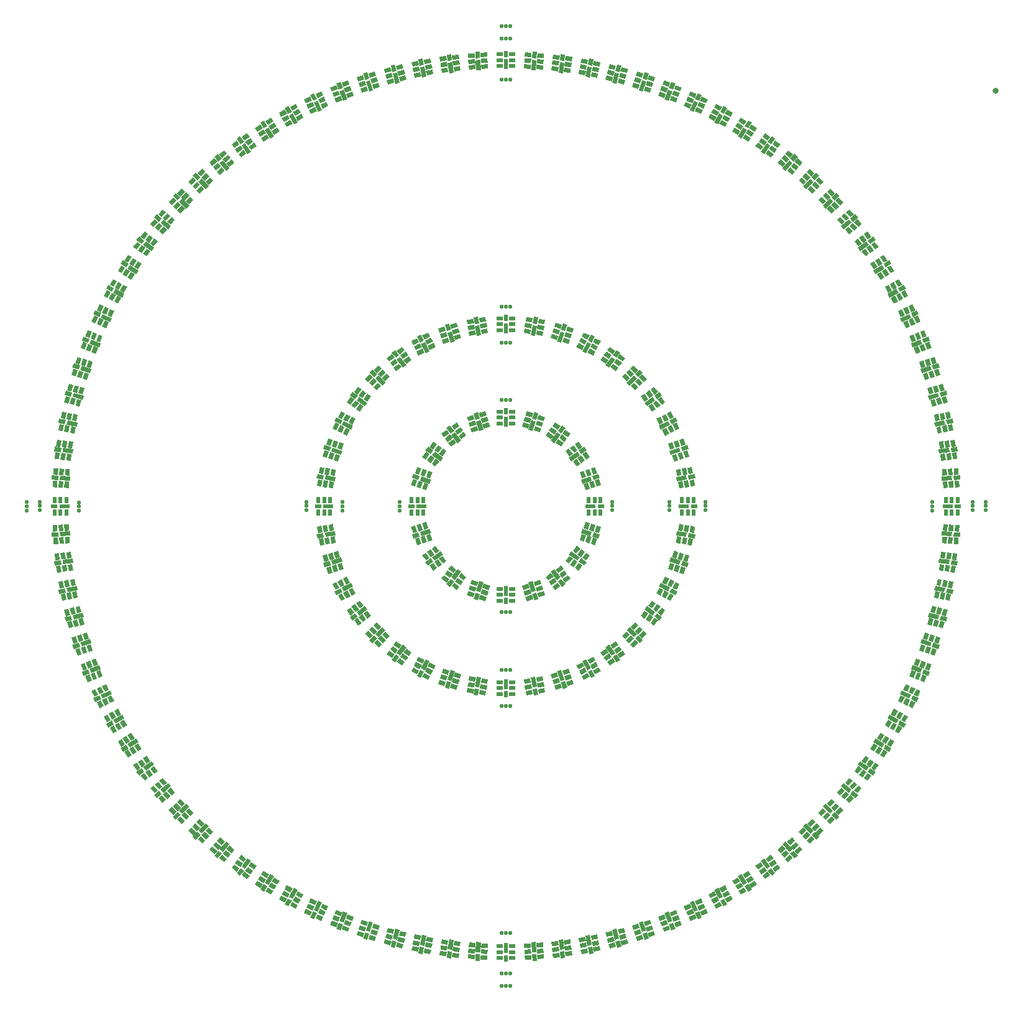
<source format=gts>
G75*
%MOIN*%
%OFA0B0*%
%FSLAX25Y25*%
%IPPOS*%
%LPD*%
%AMOC8*
5,1,8,0,0,1.08239X$1,22.5*
%
%ADD10C,0.02300*%
%ADD11C,0.03300*%
%ADD12R,0.02375X0.03556*%
%ADD13R,0.03556X0.02375*%
%ADD14R,0.05524X0.02375*%
%ADD15R,0.02375X0.05524*%
D10*
X0016650Y0271500D03*
X0016650Y0273800D03*
X0016650Y0276000D03*
X0023750Y0276100D03*
X0023750Y0273900D03*
X0023750Y0271600D03*
X0044800Y0271300D03*
X0044800Y0273600D03*
X0044800Y0275800D03*
X0166800Y0276100D03*
X0166800Y0273900D03*
X0166800Y0271600D03*
X0186150Y0271550D03*
X0186150Y0273850D03*
X0186150Y0276050D03*
X0216800Y0276050D03*
X0216800Y0273850D03*
X0216800Y0271550D03*
X0271550Y0216900D03*
X0273750Y0216900D03*
X0276050Y0216900D03*
X0276000Y0186200D03*
X0273700Y0186200D03*
X0271500Y0186200D03*
X0271550Y0166850D03*
X0273750Y0166850D03*
X0276050Y0166850D03*
X0330650Y0271600D03*
X0330650Y0273900D03*
X0330650Y0276100D03*
X0361400Y0276100D03*
X0361400Y0273900D03*
X0361400Y0271600D03*
X0380700Y0271600D03*
X0380700Y0273900D03*
X0380700Y0276100D03*
X0276000Y0330750D03*
X0273700Y0330750D03*
X0271500Y0330750D03*
X0271550Y0361400D03*
X0273750Y0361400D03*
X0276050Y0361400D03*
X0276050Y0380800D03*
X0273750Y0380800D03*
X0271550Y0380800D03*
X0271550Y0502350D03*
X0273750Y0502350D03*
X0276050Y0502350D03*
X0276050Y0524250D03*
X0273750Y0524250D03*
X0271550Y0524250D03*
X0271500Y0531100D03*
X0273700Y0531100D03*
X0276000Y0531100D03*
X0502350Y0276050D03*
X0502350Y0273850D03*
X0502350Y0271550D03*
X0524250Y0271700D03*
X0524250Y0274000D03*
X0524250Y0276200D03*
X0531000Y0276100D03*
X0531000Y0273900D03*
X0531000Y0271600D03*
X0275950Y0045200D03*
X0273650Y0045200D03*
X0271450Y0045200D03*
X0271550Y0023350D03*
X0273750Y0023350D03*
X0276050Y0023350D03*
X0276050Y0016800D03*
X0273750Y0016800D03*
X0271550Y0016800D03*
D11*
X0536300Y0496300D03*
D12*
G36*
X0459915Y0426226D02*
X0458402Y0428055D01*
X0461141Y0430320D01*
X0462654Y0428491D01*
X0459915Y0426226D01*
G37*
G36*
X0469127Y0414242D02*
X0467731Y0416163D01*
X0470607Y0418252D01*
X0472003Y0416331D01*
X0469127Y0414242D01*
G37*
G36*
X0477551Y0401699D02*
X0476279Y0403702D01*
X0479281Y0405607D01*
X0480553Y0403604D01*
X0477551Y0401699D01*
G37*
G36*
X0485187Y0388656D02*
X0484044Y0390735D01*
X0487159Y0392448D01*
X0488302Y0390369D01*
X0485187Y0388656D01*
G37*
G36*
X0491975Y0375154D02*
X0490964Y0377301D01*
X0494181Y0378816D01*
X0495192Y0376669D01*
X0491975Y0375154D01*
G37*
G36*
X0497915Y0361254D02*
X0497041Y0363461D01*
X0500347Y0364770D01*
X0501221Y0362563D01*
X0497915Y0361254D01*
G37*
G36*
X0502959Y0347016D02*
X0502226Y0349273D01*
X0505607Y0350372D01*
X0506340Y0348115D01*
X0502959Y0347016D01*
G37*
G36*
X0507105Y0332481D02*
X0506514Y0334779D01*
X0509957Y0335663D01*
X0510548Y0333365D01*
X0507105Y0332481D01*
G37*
G36*
X0510333Y0317708D02*
X0509889Y0320039D01*
X0513381Y0320706D01*
X0513825Y0318375D01*
X0510333Y0317708D01*
G37*
G36*
X0512625Y0302769D02*
X0512328Y0305123D01*
X0515855Y0305569D01*
X0516152Y0303215D01*
X0512625Y0302769D01*
G37*
G36*
X0513971Y0287724D02*
X0513821Y0290093D01*
X0517369Y0290316D01*
X0517519Y0287947D01*
X0513971Y0287724D01*
G37*
X0512800Y0277146D03*
X0509650Y0277146D03*
X0515950Y0277146D03*
X0515950Y0270454D03*
X0512800Y0270454D03*
X0509650Y0270454D03*
G36*
X0513821Y0257507D02*
X0513971Y0259876D01*
X0517519Y0259653D01*
X0517369Y0257284D01*
X0513821Y0257507D01*
G37*
G36*
X0512328Y0242477D02*
X0512625Y0244831D01*
X0516152Y0244385D01*
X0515855Y0242031D01*
X0512328Y0242477D01*
G37*
G36*
X0509889Y0227561D02*
X0510333Y0229892D01*
X0513825Y0229225D01*
X0513381Y0226894D01*
X0509889Y0227561D01*
G37*
G36*
X0506514Y0212821D02*
X0507105Y0215119D01*
X0510548Y0214235D01*
X0509957Y0211937D01*
X0506514Y0212821D01*
G37*
G36*
X0502226Y0198327D02*
X0502959Y0200584D01*
X0506340Y0199485D01*
X0505607Y0197228D01*
X0502226Y0198327D01*
G37*
G36*
X0497041Y0184139D02*
X0497915Y0186346D01*
X0501221Y0185037D01*
X0500347Y0182830D01*
X0497041Y0184139D01*
G37*
G36*
X0490964Y0170299D02*
X0491975Y0172446D01*
X0495192Y0170931D01*
X0494181Y0168784D01*
X0490964Y0170299D01*
G37*
G36*
X0484044Y0156865D02*
X0485187Y0158944D01*
X0488302Y0157231D01*
X0487159Y0155152D01*
X0484044Y0156865D01*
G37*
G36*
X0476279Y0143898D02*
X0477551Y0145901D01*
X0480553Y0143996D01*
X0479281Y0141993D01*
X0476279Y0143898D01*
G37*
G36*
X0467731Y0131437D02*
X0469127Y0133358D01*
X0472003Y0131269D01*
X0470607Y0129348D01*
X0467731Y0131437D01*
G37*
G36*
X0458402Y0119545D02*
X0459915Y0121374D01*
X0462654Y0119109D01*
X0461141Y0117280D01*
X0458402Y0119545D01*
G37*
G36*
X0448351Y0108250D02*
X0449976Y0109981D01*
X0452567Y0107548D01*
X0450942Y0105817D01*
X0448351Y0108250D01*
G37*
G36*
X0437619Y0097624D02*
X0439350Y0099249D01*
X0441783Y0096658D01*
X0440052Y0095033D01*
X0437619Y0097624D01*
G37*
G36*
X0426226Y0087685D02*
X0428055Y0089198D01*
X0430320Y0086459D01*
X0428491Y0084946D01*
X0426226Y0087685D01*
G37*
G36*
X0414242Y0078473D02*
X0416163Y0079869D01*
X0418252Y0076993D01*
X0416331Y0075597D01*
X0414242Y0078473D01*
G37*
G36*
X0401699Y0070049D02*
X0403702Y0071321D01*
X0405607Y0068319D01*
X0403604Y0067047D01*
X0401699Y0070049D01*
G37*
G36*
X0388656Y0062413D02*
X0390735Y0063556D01*
X0392448Y0060441D01*
X0390369Y0059298D01*
X0388656Y0062413D01*
G37*
G36*
X0375154Y0055625D02*
X0377301Y0056636D01*
X0378816Y0053419D01*
X0376669Y0052408D01*
X0375154Y0055625D01*
G37*
G36*
X0361254Y0049685D02*
X0363461Y0050559D01*
X0364770Y0047253D01*
X0362563Y0046379D01*
X0361254Y0049685D01*
G37*
G36*
X0347016Y0044641D02*
X0349273Y0045374D01*
X0350372Y0041993D01*
X0348115Y0041260D01*
X0347016Y0044641D01*
G37*
G36*
X0332481Y0040495D02*
X0334779Y0041086D01*
X0335663Y0037643D01*
X0333365Y0037052D01*
X0332481Y0040495D01*
G37*
G36*
X0317708Y0037267D02*
X0320039Y0037711D01*
X0320706Y0034219D01*
X0318375Y0033775D01*
X0317708Y0037267D01*
G37*
G36*
X0302769Y0034975D02*
X0305123Y0035272D01*
X0305569Y0031745D01*
X0303215Y0031448D01*
X0302769Y0034975D01*
G37*
G36*
X0287724Y0033629D02*
X0290093Y0033779D01*
X0290316Y0030231D01*
X0287947Y0030081D01*
X0287724Y0033629D01*
G37*
X0273800Y0031454D03*
G36*
X0257507Y0033779D02*
X0259876Y0033629D01*
X0259653Y0030081D01*
X0257284Y0030231D01*
X0257507Y0033779D01*
G37*
G36*
X0242477Y0035272D02*
X0244831Y0034975D01*
X0244385Y0031448D01*
X0242031Y0031745D01*
X0242477Y0035272D01*
G37*
G36*
X0227561Y0037711D02*
X0229892Y0037267D01*
X0229225Y0033775D01*
X0226894Y0034219D01*
X0227561Y0037711D01*
G37*
G36*
X0212821Y0041086D02*
X0215119Y0040495D01*
X0214235Y0037052D01*
X0211937Y0037643D01*
X0212821Y0041086D01*
G37*
G36*
X0198327Y0045374D02*
X0200584Y0044641D01*
X0199485Y0041260D01*
X0197228Y0041993D01*
X0198327Y0045374D01*
G37*
G36*
X0184139Y0050559D02*
X0186346Y0049685D01*
X0185037Y0046379D01*
X0182830Y0047253D01*
X0184139Y0050559D01*
G37*
G36*
X0170299Y0056636D02*
X0172446Y0055625D01*
X0170931Y0052408D01*
X0168784Y0053419D01*
X0170299Y0056636D01*
G37*
G36*
X0156865Y0063556D02*
X0158944Y0062413D01*
X0157231Y0059298D01*
X0155152Y0060441D01*
X0156865Y0063556D01*
G37*
G36*
X0143898Y0071321D02*
X0145901Y0070049D01*
X0143996Y0067047D01*
X0141993Y0068319D01*
X0143898Y0071321D01*
G37*
G36*
X0131437Y0079869D02*
X0133358Y0078473D01*
X0131269Y0075597D01*
X0129348Y0076993D01*
X0131437Y0079869D01*
G37*
G36*
X0119545Y0089198D02*
X0121374Y0087685D01*
X0119109Y0084946D01*
X0117280Y0086459D01*
X0119545Y0089198D01*
G37*
G36*
X0108250Y0099249D02*
X0109981Y0097624D01*
X0107548Y0095033D01*
X0105817Y0096658D01*
X0108250Y0099249D01*
G37*
G36*
X0097624Y0109981D02*
X0099249Y0108250D01*
X0096658Y0105817D01*
X0095033Y0107548D01*
X0097624Y0109981D01*
G37*
G36*
X0087685Y0121374D02*
X0089198Y0119545D01*
X0086459Y0117280D01*
X0084946Y0119109D01*
X0087685Y0121374D01*
G37*
G36*
X0078473Y0133358D02*
X0079869Y0131437D01*
X0076993Y0129348D01*
X0075597Y0131269D01*
X0078473Y0133358D01*
G37*
G36*
X0070049Y0145901D02*
X0071321Y0143898D01*
X0068319Y0141993D01*
X0067047Y0143996D01*
X0070049Y0145901D01*
G37*
G36*
X0062413Y0158944D02*
X0063556Y0156865D01*
X0060441Y0155152D01*
X0059298Y0157231D01*
X0062413Y0158944D01*
G37*
G36*
X0055625Y0172446D02*
X0056636Y0170299D01*
X0053419Y0168784D01*
X0052408Y0170931D01*
X0055625Y0172446D01*
G37*
G36*
X0049685Y0186346D02*
X0050559Y0184139D01*
X0047253Y0182830D01*
X0046379Y0185037D01*
X0049685Y0186346D01*
G37*
G36*
X0044641Y0200584D02*
X0045374Y0198327D01*
X0041993Y0197228D01*
X0041260Y0199485D01*
X0044641Y0200584D01*
G37*
G36*
X0040495Y0215119D02*
X0041086Y0212821D01*
X0037643Y0211937D01*
X0037052Y0214235D01*
X0040495Y0215119D01*
G37*
G36*
X0037267Y0229892D02*
X0037711Y0227561D01*
X0034219Y0226894D01*
X0033775Y0229225D01*
X0037267Y0229892D01*
G37*
G36*
X0034975Y0244831D02*
X0035272Y0242477D01*
X0031745Y0242031D01*
X0031448Y0244385D01*
X0034975Y0244831D01*
G37*
G36*
X0033629Y0259876D02*
X0033779Y0257507D01*
X0030231Y0257284D01*
X0030081Y0259653D01*
X0033629Y0259876D01*
G37*
X0034800Y0270454D03*
X0037950Y0270454D03*
X0031650Y0270454D03*
X0031650Y0277146D03*
X0034800Y0277146D03*
X0037950Y0277146D03*
G36*
X0033779Y0290093D02*
X0033629Y0287724D01*
X0030081Y0287947D01*
X0030231Y0290316D01*
X0033779Y0290093D01*
G37*
G36*
X0035272Y0305123D02*
X0034975Y0302769D01*
X0031448Y0303215D01*
X0031745Y0305569D01*
X0035272Y0305123D01*
G37*
G36*
X0037711Y0320039D02*
X0037267Y0317708D01*
X0033775Y0318375D01*
X0034219Y0320706D01*
X0037711Y0320039D01*
G37*
G36*
X0041086Y0334779D02*
X0040495Y0332481D01*
X0037052Y0333365D01*
X0037643Y0335663D01*
X0041086Y0334779D01*
G37*
G36*
X0045374Y0349273D02*
X0044641Y0347016D01*
X0041260Y0348115D01*
X0041993Y0350372D01*
X0045374Y0349273D01*
G37*
G36*
X0050559Y0363461D02*
X0049685Y0361254D01*
X0046379Y0362563D01*
X0047253Y0364770D01*
X0050559Y0363461D01*
G37*
G36*
X0056636Y0377301D02*
X0055625Y0375154D01*
X0052408Y0376669D01*
X0053419Y0378816D01*
X0056636Y0377301D01*
G37*
G36*
X0063556Y0390735D02*
X0062413Y0388656D01*
X0059298Y0390369D01*
X0060441Y0392448D01*
X0063556Y0390735D01*
G37*
G36*
X0071321Y0403702D02*
X0070049Y0401699D01*
X0067047Y0403604D01*
X0068319Y0405607D01*
X0071321Y0403702D01*
G37*
G36*
X0079869Y0416163D02*
X0078473Y0414242D01*
X0075597Y0416331D01*
X0076993Y0418252D01*
X0079869Y0416163D01*
G37*
G36*
X0089198Y0428055D02*
X0087685Y0426226D01*
X0084946Y0428491D01*
X0086459Y0430320D01*
X0089198Y0428055D01*
G37*
G36*
X0099249Y0439350D02*
X0097624Y0437619D01*
X0095033Y0440052D01*
X0096658Y0441783D01*
X0099249Y0439350D01*
G37*
G36*
X0109981Y0449976D02*
X0108250Y0448351D01*
X0105817Y0450942D01*
X0107548Y0452567D01*
X0109981Y0449976D01*
G37*
G36*
X0121374Y0459915D02*
X0119545Y0458402D01*
X0117280Y0461141D01*
X0119109Y0462654D01*
X0121374Y0459915D01*
G37*
G36*
X0133358Y0469127D02*
X0131437Y0467731D01*
X0129348Y0470607D01*
X0131269Y0472003D01*
X0133358Y0469127D01*
G37*
G36*
X0145901Y0477551D02*
X0143898Y0476279D01*
X0141993Y0479281D01*
X0143996Y0480553D01*
X0145901Y0477551D01*
G37*
G36*
X0158944Y0485187D02*
X0156865Y0484044D01*
X0155152Y0487159D01*
X0157231Y0488302D01*
X0158944Y0485187D01*
G37*
G36*
X0172446Y0491975D02*
X0170299Y0490964D01*
X0168784Y0494181D01*
X0170931Y0495192D01*
X0172446Y0491975D01*
G37*
G36*
X0186346Y0497915D02*
X0184139Y0497041D01*
X0182830Y0500347D01*
X0185037Y0501221D01*
X0186346Y0497915D01*
G37*
G36*
X0200584Y0502959D02*
X0198327Y0502226D01*
X0197228Y0505607D01*
X0199485Y0506340D01*
X0200584Y0502959D01*
G37*
G36*
X0215119Y0507105D02*
X0212821Y0506514D01*
X0211937Y0509957D01*
X0214235Y0510548D01*
X0215119Y0507105D01*
G37*
G36*
X0229892Y0510333D02*
X0227561Y0509889D01*
X0226894Y0513381D01*
X0229225Y0513825D01*
X0229892Y0510333D01*
G37*
G36*
X0244831Y0512625D02*
X0242477Y0512328D01*
X0242031Y0515855D01*
X0244385Y0516152D01*
X0244831Y0512625D01*
G37*
G36*
X0259876Y0513971D02*
X0257507Y0513821D01*
X0257284Y0517369D01*
X0259653Y0517519D01*
X0259876Y0513971D01*
G37*
X0273800Y0516146D03*
G36*
X0290093Y0513821D02*
X0287724Y0513971D01*
X0287947Y0517519D01*
X0290316Y0517369D01*
X0290093Y0513821D01*
G37*
G36*
X0305123Y0512328D02*
X0302769Y0512625D01*
X0303215Y0516152D01*
X0305569Y0515855D01*
X0305123Y0512328D01*
G37*
G36*
X0320039Y0509889D02*
X0317708Y0510333D01*
X0318375Y0513825D01*
X0320706Y0513381D01*
X0320039Y0509889D01*
G37*
G36*
X0334779Y0506514D02*
X0332481Y0507105D01*
X0333365Y0510548D01*
X0335663Y0509957D01*
X0334779Y0506514D01*
G37*
G36*
X0349273Y0502226D02*
X0347016Y0502959D01*
X0348115Y0506340D01*
X0350372Y0505607D01*
X0349273Y0502226D01*
G37*
G36*
X0363461Y0497041D02*
X0361254Y0497915D01*
X0362563Y0501221D01*
X0364770Y0500347D01*
X0363461Y0497041D01*
G37*
G36*
X0377301Y0490964D02*
X0375154Y0491975D01*
X0376669Y0495192D01*
X0378816Y0494181D01*
X0377301Y0490964D01*
G37*
G36*
X0390735Y0484044D02*
X0388656Y0485187D01*
X0390369Y0488302D01*
X0392448Y0487159D01*
X0390735Y0484044D01*
G37*
G36*
X0403702Y0476279D02*
X0401699Y0477551D01*
X0403604Y0480553D01*
X0405607Y0479281D01*
X0403702Y0476279D01*
G37*
G36*
X0416163Y0467731D02*
X0414242Y0469127D01*
X0416331Y0472003D01*
X0418252Y0470607D01*
X0416163Y0467731D01*
G37*
G36*
X0428055Y0458402D02*
X0426226Y0459915D01*
X0428491Y0462654D01*
X0430320Y0461141D01*
X0428055Y0458402D01*
G37*
G36*
X0439350Y0448351D02*
X0437619Y0449976D01*
X0440052Y0452567D01*
X0441783Y0450942D01*
X0439350Y0448351D01*
G37*
G36*
X0449976Y0437619D02*
X0448351Y0439350D01*
X0450942Y0441783D01*
X0452567Y0440052D01*
X0449976Y0437619D01*
G37*
G36*
X0344649Y0342970D02*
X0342970Y0344649D01*
X0345483Y0347162D01*
X0347162Y0345483D01*
X0344649Y0342970D01*
G37*
G36*
X0354667Y0331062D02*
X0353271Y0332983D01*
X0356147Y0335072D01*
X0357543Y0333151D01*
X0354667Y0331062D01*
G37*
G36*
X0362637Y0317755D02*
X0361559Y0319869D01*
X0364727Y0321483D01*
X0365805Y0319369D01*
X0362637Y0317755D01*
G37*
G36*
X0368359Y0303256D02*
X0367626Y0305513D01*
X0371007Y0306612D01*
X0371740Y0304355D01*
X0368359Y0303256D01*
G37*
G36*
X0371835Y0288173D02*
X0371464Y0290517D01*
X0374975Y0291073D01*
X0375346Y0288729D01*
X0371835Y0288173D01*
G37*
X0371300Y0277146D03*
X0368150Y0277146D03*
X0374450Y0277146D03*
X0374450Y0270454D03*
X0371300Y0270454D03*
X0368150Y0270454D03*
G36*
X0371464Y0257082D02*
X0371835Y0259426D01*
X0375346Y0258870D01*
X0374975Y0256526D01*
X0371464Y0257082D01*
G37*
G36*
X0367626Y0242087D02*
X0368359Y0244344D01*
X0371740Y0243245D01*
X0371007Y0240988D01*
X0367626Y0242087D01*
G37*
G36*
X0361559Y0227731D02*
X0362637Y0229845D01*
X0365805Y0228231D01*
X0364727Y0226117D01*
X0361559Y0227731D01*
G37*
G36*
X0353271Y0214617D02*
X0354667Y0216538D01*
X0357543Y0214449D01*
X0356147Y0212528D01*
X0353271Y0214617D01*
G37*
G36*
X0342970Y0202951D02*
X0344649Y0204630D01*
X0347162Y0202117D01*
X0345483Y0200438D01*
X0342970Y0202951D01*
G37*
G36*
X0331062Y0192933D02*
X0332983Y0194329D01*
X0335072Y0191453D01*
X0333151Y0190057D01*
X0331062Y0192933D01*
G37*
G36*
X0317755Y0184963D02*
X0319869Y0186041D01*
X0321483Y0182873D01*
X0319369Y0181795D01*
X0317755Y0184963D01*
G37*
G36*
X0303256Y0179241D02*
X0305513Y0179974D01*
X0306612Y0176593D01*
X0304355Y0175860D01*
X0303256Y0179241D01*
G37*
G36*
X0288173Y0175765D02*
X0290517Y0176136D01*
X0291073Y0172625D01*
X0288729Y0172254D01*
X0288173Y0175765D01*
G37*
X0273800Y0172954D03*
G36*
X0257082Y0176136D02*
X0259426Y0175765D01*
X0258870Y0172254D01*
X0256526Y0172625D01*
X0257082Y0176136D01*
G37*
G36*
X0242087Y0179974D02*
X0244344Y0179241D01*
X0243245Y0175860D01*
X0240988Y0176593D01*
X0242087Y0179974D01*
G37*
G36*
X0227731Y0186041D02*
X0229845Y0184963D01*
X0228231Y0181795D01*
X0226117Y0182873D01*
X0227731Y0186041D01*
G37*
G36*
X0214617Y0194329D02*
X0216538Y0192933D01*
X0214449Y0190057D01*
X0212528Y0191453D01*
X0214617Y0194329D01*
G37*
G36*
X0202951Y0204630D02*
X0204630Y0202951D01*
X0202117Y0200438D01*
X0200438Y0202117D01*
X0202951Y0204630D01*
G37*
G36*
X0192933Y0216538D02*
X0194329Y0214617D01*
X0191453Y0212528D01*
X0190057Y0214449D01*
X0192933Y0216538D01*
G37*
G36*
X0184963Y0229845D02*
X0186041Y0227731D01*
X0182873Y0226117D01*
X0181795Y0228231D01*
X0184963Y0229845D01*
G37*
G36*
X0179241Y0244344D02*
X0179974Y0242087D01*
X0176593Y0240988D01*
X0175860Y0243245D01*
X0179241Y0244344D01*
G37*
G36*
X0175765Y0259426D02*
X0176136Y0257082D01*
X0172625Y0256526D01*
X0172254Y0258870D01*
X0175765Y0259426D01*
G37*
X0176300Y0270454D03*
X0179450Y0270454D03*
X0173150Y0270454D03*
X0173150Y0277146D03*
X0176300Y0277146D03*
X0179450Y0277146D03*
G36*
X0176136Y0290517D02*
X0175765Y0288173D01*
X0172254Y0288729D01*
X0172625Y0291073D01*
X0176136Y0290517D01*
G37*
G36*
X0179974Y0305513D02*
X0179241Y0303256D01*
X0175860Y0304355D01*
X0176593Y0306612D01*
X0179974Y0305513D01*
G37*
G36*
X0186041Y0319869D02*
X0184963Y0317755D01*
X0181795Y0319369D01*
X0182873Y0321483D01*
X0186041Y0319869D01*
G37*
G36*
X0194329Y0332983D02*
X0192933Y0331062D01*
X0190057Y0333151D01*
X0191453Y0335072D01*
X0194329Y0332983D01*
G37*
G36*
X0204630Y0344649D02*
X0202951Y0342970D01*
X0200438Y0345483D01*
X0202117Y0347162D01*
X0204630Y0344649D01*
G37*
G36*
X0216538Y0354667D02*
X0214617Y0353271D01*
X0212528Y0356147D01*
X0214449Y0357543D01*
X0216538Y0354667D01*
G37*
G36*
X0229845Y0362637D02*
X0227731Y0361559D01*
X0226117Y0364727D01*
X0228231Y0365805D01*
X0229845Y0362637D01*
G37*
G36*
X0244344Y0368359D02*
X0242087Y0367626D01*
X0240988Y0371007D01*
X0243245Y0371740D01*
X0244344Y0368359D01*
G37*
G36*
X0259426Y0371835D02*
X0257082Y0371464D01*
X0256526Y0374975D01*
X0258870Y0375346D01*
X0259426Y0371835D01*
G37*
X0273800Y0374646D03*
G36*
X0290517Y0371464D02*
X0288173Y0371835D01*
X0288729Y0375346D01*
X0291073Y0374975D01*
X0290517Y0371464D01*
G37*
G36*
X0305513Y0367626D02*
X0303256Y0368359D01*
X0304355Y0371740D01*
X0306612Y0371007D01*
X0305513Y0367626D01*
G37*
G36*
X0319869Y0361559D02*
X0317755Y0362637D01*
X0319369Y0365805D01*
X0321483Y0364727D01*
X0319869Y0361559D01*
G37*
G36*
X0332983Y0353271D02*
X0331062Y0354667D01*
X0333151Y0357543D01*
X0335072Y0356147D01*
X0332983Y0353271D01*
G37*
G36*
X0303583Y0312771D02*
X0301662Y0314167D01*
X0303751Y0317043D01*
X0305672Y0315647D01*
X0303583Y0312771D01*
G37*
G36*
X0314167Y0301662D02*
X0312771Y0303583D01*
X0315647Y0305672D01*
X0317043Y0303751D01*
X0314167Y0301662D01*
G37*
G36*
X0320859Y0287856D02*
X0320126Y0290113D01*
X0323507Y0291212D01*
X0324240Y0288955D01*
X0320859Y0287856D01*
G37*
X0321300Y0277146D03*
X0318150Y0277146D03*
X0324450Y0277146D03*
X0324450Y0270454D03*
X0321300Y0270454D03*
X0318150Y0270454D03*
G36*
X0320126Y0257487D02*
X0320859Y0259744D01*
X0324240Y0258645D01*
X0323507Y0256388D01*
X0320126Y0257487D01*
G37*
G36*
X0312771Y0244017D02*
X0314167Y0245938D01*
X0317043Y0243849D01*
X0315647Y0241928D01*
X0312771Y0244017D01*
G37*
G36*
X0301662Y0233433D02*
X0303583Y0234829D01*
X0305672Y0231953D01*
X0303751Y0230557D01*
X0301662Y0233433D01*
G37*
G36*
X0287856Y0226741D02*
X0290113Y0227474D01*
X0291212Y0224093D01*
X0288955Y0223360D01*
X0287856Y0226741D01*
G37*
X0273800Y0222954D03*
G36*
X0257487Y0227474D02*
X0259744Y0226741D01*
X0258645Y0223360D01*
X0256388Y0224093D01*
X0257487Y0227474D01*
G37*
G36*
X0244017Y0234829D02*
X0245938Y0233433D01*
X0243849Y0230557D01*
X0241928Y0231953D01*
X0244017Y0234829D01*
G37*
G36*
X0233433Y0245938D02*
X0234829Y0244017D01*
X0231953Y0241928D01*
X0230557Y0243849D01*
X0233433Y0245938D01*
G37*
G36*
X0226741Y0259744D02*
X0227474Y0257487D01*
X0224093Y0256388D01*
X0223360Y0258645D01*
X0226741Y0259744D01*
G37*
X0226300Y0270454D03*
X0229450Y0270454D03*
X0223150Y0270454D03*
X0223150Y0277146D03*
X0226300Y0277146D03*
X0229450Y0277146D03*
G36*
X0227474Y0290113D02*
X0226741Y0287856D01*
X0223360Y0288955D01*
X0224093Y0291212D01*
X0227474Y0290113D01*
G37*
G36*
X0234829Y0303583D02*
X0233433Y0301662D01*
X0230557Y0303751D01*
X0231953Y0305672D01*
X0234829Y0303583D01*
G37*
G36*
X0245938Y0314167D02*
X0244017Y0312771D01*
X0241928Y0315647D01*
X0243849Y0317043D01*
X0245938Y0314167D01*
G37*
G36*
X0259744Y0320859D02*
X0257487Y0320126D01*
X0256388Y0323507D01*
X0258645Y0324240D01*
X0259744Y0320859D01*
G37*
X0273800Y0324646D03*
G36*
X0290113Y0320126D02*
X0287856Y0320859D01*
X0288955Y0324240D01*
X0291212Y0323507D01*
X0290113Y0320126D01*
G37*
D13*
G36*
X0099224Y0107702D02*
X0101657Y0105111D01*
X0099926Y0103486D01*
X0097493Y0106077D01*
X0099224Y0107702D01*
G37*
G36*
X0101520Y0109859D02*
X0103953Y0107268D01*
X0102222Y0105643D01*
X0099789Y0108234D01*
X0101520Y0109859D01*
G37*
G36*
X0103816Y0112015D02*
X0106249Y0109424D01*
X0104518Y0107799D01*
X0102085Y0110390D01*
X0103816Y0112015D01*
G37*
G36*
X0099234Y0116894D02*
X0101667Y0114303D01*
X0099936Y0112678D01*
X0097503Y0115269D01*
X0099234Y0116894D01*
G37*
G36*
X0096938Y0114737D02*
X0099371Y0112146D01*
X0097640Y0110521D01*
X0095207Y0113112D01*
X0096938Y0114737D01*
G37*
G36*
X0094642Y0112581D02*
X0097075Y0109990D01*
X0095344Y0108365D01*
X0092911Y0110956D01*
X0094642Y0112581D01*
G37*
G36*
X0089138Y0119000D02*
X0091403Y0116261D01*
X0089574Y0114748D01*
X0087309Y0117487D01*
X0089138Y0119000D01*
G37*
G36*
X0091565Y0121008D02*
X0093830Y0118269D01*
X0092001Y0116756D01*
X0089736Y0119495D01*
X0091565Y0121008D01*
G37*
G36*
X0093992Y0123015D02*
X0096257Y0120276D01*
X0094428Y0118763D01*
X0092163Y0121502D01*
X0093992Y0123015D01*
G37*
G36*
X0089726Y0128172D02*
X0091991Y0125433D01*
X0090162Y0123920D01*
X0087897Y0126659D01*
X0089726Y0128172D01*
G37*
G36*
X0087299Y0126164D02*
X0089564Y0123425D01*
X0087735Y0121912D01*
X0085470Y0124651D01*
X0087299Y0126164D01*
G37*
G36*
X0084872Y0124157D02*
X0087137Y0121418D01*
X0085308Y0119905D01*
X0083043Y0122644D01*
X0084872Y0124157D01*
G37*
G36*
X0079775Y0130897D02*
X0081864Y0128021D01*
X0079943Y0126625D01*
X0077854Y0129501D01*
X0079775Y0130897D01*
G37*
G36*
X0082323Y0132749D02*
X0084412Y0129873D01*
X0082491Y0128477D01*
X0080402Y0131353D01*
X0082323Y0132749D01*
G37*
G36*
X0084871Y0134600D02*
X0086960Y0131724D01*
X0085039Y0130328D01*
X0082950Y0133204D01*
X0084871Y0134600D01*
G37*
G36*
X0080937Y0140015D02*
X0083026Y0137139D01*
X0081105Y0135743D01*
X0079016Y0138619D01*
X0080937Y0140015D01*
G37*
G36*
X0078389Y0138163D02*
X0080478Y0135287D01*
X0078557Y0133891D01*
X0076468Y0136767D01*
X0078389Y0138163D01*
G37*
G36*
X0075841Y0136312D02*
X0077930Y0133436D01*
X0076009Y0132040D01*
X0073920Y0134916D01*
X0075841Y0136312D01*
G37*
G36*
X0071193Y0143364D02*
X0073098Y0140362D01*
X0071095Y0139090D01*
X0069190Y0142092D01*
X0071193Y0143364D01*
G37*
G36*
X0073852Y0145051D02*
X0075757Y0142049D01*
X0073754Y0140777D01*
X0071849Y0143779D01*
X0073852Y0145051D01*
G37*
G36*
X0076511Y0146739D02*
X0078416Y0143737D01*
X0076413Y0142465D01*
X0074508Y0145467D01*
X0076511Y0146739D01*
G37*
G36*
X0072925Y0152390D02*
X0074830Y0149388D01*
X0072827Y0148116D01*
X0070922Y0151118D01*
X0072925Y0152390D01*
G37*
G36*
X0070266Y0150703D02*
X0072171Y0147701D01*
X0070168Y0146429D01*
X0068263Y0149431D01*
X0070266Y0150703D01*
G37*
G36*
X0067607Y0149015D02*
X0069512Y0146013D01*
X0067509Y0144741D01*
X0065604Y0147743D01*
X0067607Y0149015D01*
G37*
G36*
X0063395Y0156339D02*
X0065108Y0153224D01*
X0063029Y0152081D01*
X0061316Y0155196D01*
X0063395Y0156339D01*
G37*
G36*
X0066155Y0157856D02*
X0067868Y0154741D01*
X0065789Y0153598D01*
X0064076Y0156713D01*
X0066155Y0157856D01*
G37*
G36*
X0068915Y0159374D02*
X0070628Y0156259D01*
X0068549Y0155116D01*
X0066836Y0158231D01*
X0068915Y0159374D01*
G37*
G36*
X0065691Y0165239D02*
X0067404Y0162124D01*
X0065325Y0160981D01*
X0063612Y0164096D01*
X0065691Y0165239D01*
G37*
G36*
X0062931Y0163722D02*
X0064644Y0160607D01*
X0062565Y0159464D01*
X0060852Y0162579D01*
X0062931Y0163722D01*
G37*
G36*
X0060171Y0162204D02*
X0061884Y0159089D01*
X0059805Y0157946D01*
X0058092Y0161061D01*
X0060171Y0162204D01*
G37*
G36*
X0056441Y0169785D02*
X0057956Y0166568D01*
X0055809Y0165557D01*
X0054294Y0168774D01*
X0056441Y0169785D01*
G37*
G36*
X0059291Y0171126D02*
X0060806Y0167909D01*
X0058659Y0166898D01*
X0057144Y0170115D01*
X0059291Y0171126D01*
G37*
G36*
X0062141Y0172467D02*
X0063656Y0169250D01*
X0061509Y0168239D01*
X0059994Y0171456D01*
X0062141Y0172467D01*
G37*
G36*
X0059291Y0178523D02*
X0060806Y0175306D01*
X0058659Y0174295D01*
X0057144Y0177512D01*
X0059291Y0178523D01*
G37*
G36*
X0056441Y0177182D02*
X0057956Y0173965D01*
X0055809Y0172954D01*
X0054294Y0176171D01*
X0056441Y0177182D01*
G37*
G36*
X0053591Y0175841D02*
X0055106Y0172624D01*
X0052959Y0171613D01*
X0051444Y0174830D01*
X0053591Y0175841D01*
G37*
G36*
X0050332Y0183639D02*
X0051641Y0180333D01*
X0049434Y0179459D01*
X0048125Y0182765D01*
X0050332Y0183639D01*
G37*
G36*
X0053261Y0184799D02*
X0054570Y0181493D01*
X0052363Y0180619D01*
X0051054Y0183925D01*
X0053261Y0184799D01*
G37*
G36*
X0056189Y0185958D02*
X0057498Y0182652D01*
X0055291Y0181778D01*
X0053982Y0185084D01*
X0056189Y0185958D01*
G37*
G36*
X0053726Y0192181D02*
X0055035Y0188875D01*
X0052828Y0188001D01*
X0051519Y0191307D01*
X0053726Y0192181D01*
G37*
G36*
X0050797Y0191021D02*
X0052106Y0187715D01*
X0049899Y0186841D01*
X0048590Y0190147D01*
X0050797Y0191021D01*
G37*
G36*
X0047869Y0189862D02*
X0049178Y0186556D01*
X0046971Y0185682D01*
X0045662Y0188988D01*
X0047869Y0189862D01*
G37*
G36*
X0045118Y0197841D02*
X0046217Y0194460D01*
X0043960Y0193727D01*
X0042861Y0197108D01*
X0045118Y0197841D01*
G37*
G36*
X0048113Y0198814D02*
X0049212Y0195433D01*
X0046955Y0194700D01*
X0045856Y0198081D01*
X0048113Y0198814D01*
G37*
G36*
X0051109Y0199788D02*
X0052208Y0196407D01*
X0049951Y0195674D01*
X0048852Y0199055D01*
X0051109Y0199788D01*
G37*
G36*
X0049040Y0206153D02*
X0050139Y0202772D01*
X0047882Y0202039D01*
X0046783Y0205420D01*
X0049040Y0206153D01*
G37*
G36*
X0046045Y0205180D02*
X0047144Y0201799D01*
X0044887Y0201066D01*
X0043788Y0204447D01*
X0046045Y0205180D01*
G37*
G36*
X0043049Y0204206D02*
X0044148Y0200825D01*
X0041891Y0200092D01*
X0040792Y0203473D01*
X0043049Y0204206D01*
G37*
G36*
X0040799Y0212352D02*
X0041683Y0208909D01*
X0039385Y0208318D01*
X0038501Y0211761D01*
X0040799Y0212352D01*
G37*
G36*
X0043849Y0213136D02*
X0044733Y0209693D01*
X0042435Y0209102D01*
X0041551Y0212545D01*
X0043849Y0213136D01*
G37*
G36*
X0046900Y0213919D02*
X0047784Y0210476D01*
X0045486Y0209885D01*
X0044602Y0213328D01*
X0046900Y0213919D01*
G37*
G36*
X0045235Y0220402D02*
X0046119Y0216959D01*
X0043821Y0216368D01*
X0042937Y0219811D01*
X0045235Y0220402D01*
G37*
G36*
X0042185Y0219618D02*
X0043069Y0216175D01*
X0040771Y0215584D01*
X0039887Y0219027D01*
X0042185Y0219618D01*
G37*
G36*
X0039134Y0218835D02*
X0040018Y0215392D01*
X0037720Y0214801D01*
X0036836Y0218244D01*
X0039134Y0218835D01*
G37*
G36*
X0037395Y0227111D02*
X0038062Y0223619D01*
X0035731Y0223175D01*
X0035064Y0226667D01*
X0037395Y0227111D01*
G37*
G36*
X0040489Y0227701D02*
X0041156Y0224209D01*
X0038825Y0223765D01*
X0038158Y0227257D01*
X0040489Y0227701D01*
G37*
G36*
X0043583Y0228291D02*
X0044250Y0224799D01*
X0041919Y0224355D01*
X0041252Y0227847D01*
X0043583Y0228291D01*
G37*
G36*
X0042329Y0234865D02*
X0042996Y0231373D01*
X0040665Y0230929D01*
X0039998Y0234421D01*
X0042329Y0234865D01*
G37*
G36*
X0039235Y0234275D02*
X0039902Y0230783D01*
X0037571Y0230339D01*
X0036904Y0233831D01*
X0039235Y0234275D01*
G37*
G36*
X0036141Y0233685D02*
X0036808Y0230193D01*
X0034477Y0229749D01*
X0033810Y0233241D01*
X0036141Y0233685D01*
G37*
G36*
X0034929Y0242047D02*
X0035375Y0238520D01*
X0033021Y0238223D01*
X0032575Y0241750D01*
X0034929Y0242047D01*
G37*
G36*
X0038053Y0242442D02*
X0038499Y0238915D01*
X0036145Y0238618D01*
X0035699Y0242145D01*
X0038053Y0242442D01*
G37*
G36*
X0041178Y0242837D02*
X0041624Y0239310D01*
X0039270Y0239013D01*
X0038824Y0242540D01*
X0041178Y0242837D01*
G37*
G36*
X0040339Y0249477D02*
X0040785Y0245950D01*
X0038431Y0245653D01*
X0037985Y0249180D01*
X0040339Y0249477D01*
G37*
G36*
X0037215Y0249082D02*
X0037661Y0245555D01*
X0035307Y0245258D01*
X0034861Y0248785D01*
X0037215Y0249082D01*
G37*
G36*
X0034090Y0248687D02*
X0034536Y0245160D01*
X0032182Y0244863D01*
X0031736Y0248390D01*
X0034090Y0248687D01*
G37*
G36*
X0033410Y0257101D02*
X0033633Y0253553D01*
X0031264Y0253403D01*
X0031041Y0256951D01*
X0033410Y0257101D01*
G37*
G36*
X0036553Y0257299D02*
X0036776Y0253751D01*
X0034407Y0253601D01*
X0034184Y0257149D01*
X0036553Y0257299D01*
G37*
G36*
X0039697Y0257497D02*
X0039920Y0253949D01*
X0037551Y0253799D01*
X0037328Y0257347D01*
X0039697Y0257497D01*
G37*
G36*
X0039276Y0264177D02*
X0039499Y0260629D01*
X0037130Y0260479D01*
X0036907Y0264027D01*
X0039276Y0264177D01*
G37*
G36*
X0036133Y0263979D02*
X0036356Y0260431D01*
X0033987Y0260281D01*
X0033764Y0263829D01*
X0036133Y0263979D01*
G37*
G36*
X0032989Y0263781D02*
X0033212Y0260233D01*
X0030843Y0260083D01*
X0030620Y0263631D01*
X0032989Y0263781D01*
G37*
X0031454Y0273800D03*
G36*
X0033212Y0287367D02*
X0032989Y0283819D01*
X0030620Y0283969D01*
X0030843Y0287517D01*
X0033212Y0287367D01*
G37*
G36*
X0036356Y0287169D02*
X0036133Y0283621D01*
X0033764Y0283771D01*
X0033987Y0287319D01*
X0036356Y0287169D01*
G37*
G36*
X0039499Y0286971D02*
X0039276Y0283423D01*
X0036907Y0283573D01*
X0037130Y0287121D01*
X0039499Y0286971D01*
G37*
G36*
X0039920Y0293651D02*
X0039697Y0290103D01*
X0037328Y0290253D01*
X0037551Y0293801D01*
X0039920Y0293651D01*
G37*
G36*
X0036776Y0293849D02*
X0036553Y0290301D01*
X0034184Y0290451D01*
X0034407Y0293999D01*
X0036776Y0293849D01*
G37*
G36*
X0033633Y0294047D02*
X0033410Y0290499D01*
X0031041Y0290649D01*
X0031264Y0294197D01*
X0033633Y0294047D01*
G37*
G36*
X0034536Y0302440D02*
X0034090Y0298913D01*
X0031736Y0299210D01*
X0032182Y0302737D01*
X0034536Y0302440D01*
G37*
G36*
X0037661Y0302045D02*
X0037215Y0298518D01*
X0034861Y0298815D01*
X0035307Y0302342D01*
X0037661Y0302045D01*
G37*
G36*
X0040785Y0301650D02*
X0040339Y0298123D01*
X0037985Y0298420D01*
X0038431Y0301947D01*
X0040785Y0301650D01*
G37*
G36*
X0041624Y0308290D02*
X0041178Y0304763D01*
X0038824Y0305060D01*
X0039270Y0308587D01*
X0041624Y0308290D01*
G37*
G36*
X0038499Y0308685D02*
X0038053Y0305158D01*
X0035699Y0305455D01*
X0036145Y0308982D01*
X0038499Y0308685D01*
G37*
G36*
X0035375Y0309080D02*
X0034929Y0305553D01*
X0032575Y0305850D01*
X0033021Y0309377D01*
X0035375Y0309080D01*
G37*
G36*
X0036808Y0317407D02*
X0036141Y0313915D01*
X0033810Y0314359D01*
X0034477Y0317851D01*
X0036808Y0317407D01*
G37*
G36*
X0039902Y0316817D02*
X0039235Y0313325D01*
X0036904Y0313769D01*
X0037571Y0317261D01*
X0039902Y0316817D01*
G37*
G36*
X0042996Y0316227D02*
X0042329Y0312735D01*
X0039998Y0313179D01*
X0040665Y0316671D01*
X0042996Y0316227D01*
G37*
G36*
X0044250Y0322801D02*
X0043583Y0319309D01*
X0041252Y0319753D01*
X0041919Y0323245D01*
X0044250Y0322801D01*
G37*
G36*
X0041156Y0323391D02*
X0040489Y0319899D01*
X0038158Y0320343D01*
X0038825Y0323835D01*
X0041156Y0323391D01*
G37*
G36*
X0038062Y0323981D02*
X0037395Y0320489D01*
X0035064Y0320933D01*
X0035731Y0324425D01*
X0038062Y0323981D01*
G37*
G36*
X0040018Y0332208D02*
X0039134Y0328765D01*
X0036836Y0329356D01*
X0037720Y0332799D01*
X0040018Y0332208D01*
G37*
G36*
X0043069Y0331425D02*
X0042185Y0327982D01*
X0039887Y0328573D01*
X0040771Y0332016D01*
X0043069Y0331425D01*
G37*
G36*
X0046119Y0330641D02*
X0045235Y0327198D01*
X0042937Y0327789D01*
X0043821Y0331232D01*
X0046119Y0330641D01*
G37*
G36*
X0047784Y0337124D02*
X0046900Y0333681D01*
X0044602Y0334272D01*
X0045486Y0337715D01*
X0047784Y0337124D01*
G37*
G36*
X0044733Y0337907D02*
X0043849Y0334464D01*
X0041551Y0335055D01*
X0042435Y0338498D01*
X0044733Y0337907D01*
G37*
G36*
X0041683Y0338691D02*
X0040799Y0335248D01*
X0038501Y0335839D01*
X0039385Y0339282D01*
X0041683Y0338691D01*
G37*
G36*
X0047144Y0345801D02*
X0046045Y0342420D01*
X0043788Y0343153D01*
X0044887Y0346534D01*
X0047144Y0345801D01*
G37*
G36*
X0050139Y0344828D02*
X0049040Y0341447D01*
X0046783Y0342180D01*
X0047882Y0345561D01*
X0050139Y0344828D01*
G37*
G36*
X0052208Y0351193D02*
X0051109Y0347812D01*
X0048852Y0348545D01*
X0049951Y0351926D01*
X0052208Y0351193D01*
G37*
G36*
X0049212Y0352167D02*
X0048113Y0348786D01*
X0045856Y0349519D01*
X0046955Y0352900D01*
X0049212Y0352167D01*
G37*
G36*
X0046217Y0353140D02*
X0045118Y0349759D01*
X0042861Y0350492D01*
X0043960Y0353873D01*
X0046217Y0353140D01*
G37*
G36*
X0049178Y0361044D02*
X0047869Y0357738D01*
X0045662Y0358612D01*
X0046971Y0361918D01*
X0049178Y0361044D01*
G37*
G36*
X0052106Y0359885D02*
X0050797Y0356579D01*
X0048590Y0357453D01*
X0049899Y0360759D01*
X0052106Y0359885D01*
G37*
G36*
X0055035Y0358725D02*
X0053726Y0355419D01*
X0051519Y0356293D01*
X0052828Y0359599D01*
X0055035Y0358725D01*
G37*
G36*
X0057498Y0364948D02*
X0056189Y0361642D01*
X0053982Y0362516D01*
X0055291Y0365822D01*
X0057498Y0364948D01*
G37*
G36*
X0054570Y0366107D02*
X0053261Y0362801D01*
X0051054Y0363675D01*
X0052363Y0366981D01*
X0054570Y0366107D01*
G37*
G36*
X0051641Y0367267D02*
X0050332Y0363961D01*
X0048125Y0364835D01*
X0049434Y0368141D01*
X0051641Y0367267D01*
G37*
G36*
X0055106Y0374976D02*
X0053591Y0371759D01*
X0051444Y0372770D01*
X0052959Y0375987D01*
X0055106Y0374976D01*
G37*
G36*
X0057956Y0373635D02*
X0056441Y0370418D01*
X0054294Y0371429D01*
X0055809Y0374646D01*
X0057956Y0373635D01*
G37*
G36*
X0060806Y0372294D02*
X0059291Y0369077D01*
X0057144Y0370088D01*
X0058659Y0373305D01*
X0060806Y0372294D01*
G37*
G36*
X0063656Y0378350D02*
X0062141Y0375133D01*
X0059994Y0376144D01*
X0061509Y0379361D01*
X0063656Y0378350D01*
G37*
G36*
X0060806Y0379691D02*
X0059291Y0376474D01*
X0057144Y0377485D01*
X0058659Y0380702D01*
X0060806Y0379691D01*
G37*
G36*
X0057956Y0381032D02*
X0056441Y0377815D01*
X0054294Y0378826D01*
X0055809Y0382043D01*
X0057956Y0381032D01*
G37*
G36*
X0061884Y0388511D02*
X0060171Y0385396D01*
X0058092Y0386539D01*
X0059805Y0389654D01*
X0061884Y0388511D01*
G37*
G36*
X0064644Y0386993D02*
X0062931Y0383878D01*
X0060852Y0385021D01*
X0062565Y0388136D01*
X0064644Y0386993D01*
G37*
G36*
X0067404Y0385476D02*
X0065691Y0382361D01*
X0063612Y0383504D01*
X0065325Y0386619D01*
X0067404Y0385476D01*
G37*
G36*
X0070628Y0391341D02*
X0068915Y0388226D01*
X0066836Y0389369D01*
X0068549Y0392484D01*
X0070628Y0391341D01*
G37*
G36*
X0067868Y0392859D02*
X0066155Y0389744D01*
X0064076Y0390887D01*
X0065789Y0394002D01*
X0067868Y0392859D01*
G37*
G36*
X0065108Y0394376D02*
X0063395Y0391261D01*
X0061316Y0392404D01*
X0063029Y0395519D01*
X0065108Y0394376D01*
G37*
G36*
X0069512Y0401587D02*
X0067607Y0398585D01*
X0065604Y0399857D01*
X0067509Y0402859D01*
X0069512Y0401587D01*
G37*
G36*
X0072171Y0399899D02*
X0070266Y0396897D01*
X0068263Y0398169D01*
X0070168Y0401171D01*
X0072171Y0399899D01*
G37*
G36*
X0074830Y0398212D02*
X0072925Y0395210D01*
X0070922Y0396482D01*
X0072827Y0399484D01*
X0074830Y0398212D01*
G37*
G36*
X0078416Y0403863D02*
X0076511Y0400861D01*
X0074508Y0402133D01*
X0076413Y0405135D01*
X0078416Y0403863D01*
G37*
G36*
X0075757Y0405551D02*
X0073852Y0402549D01*
X0071849Y0403821D01*
X0073754Y0406823D01*
X0075757Y0405551D01*
G37*
G36*
X0073098Y0407238D02*
X0071193Y0404236D01*
X0069190Y0405508D01*
X0071095Y0408510D01*
X0073098Y0407238D01*
G37*
G36*
X0077930Y0414164D02*
X0075841Y0411288D01*
X0073920Y0412684D01*
X0076009Y0415560D01*
X0077930Y0414164D01*
G37*
G36*
X0080478Y0412313D02*
X0078389Y0409437D01*
X0076468Y0410833D01*
X0078557Y0413709D01*
X0080478Y0412313D01*
G37*
G36*
X0083026Y0410461D02*
X0080937Y0407585D01*
X0079016Y0408981D01*
X0081105Y0411857D01*
X0083026Y0410461D01*
G37*
G36*
X0086960Y0415876D02*
X0084871Y0413000D01*
X0082950Y0414396D01*
X0085039Y0417272D01*
X0086960Y0415876D01*
G37*
G36*
X0084412Y0417727D02*
X0082323Y0414851D01*
X0080402Y0416247D01*
X0082491Y0419123D01*
X0084412Y0417727D01*
G37*
G36*
X0081864Y0419579D02*
X0079775Y0416703D01*
X0077854Y0418099D01*
X0079943Y0420975D01*
X0081864Y0419579D01*
G37*
G36*
X0087137Y0426182D02*
X0084872Y0423443D01*
X0083043Y0424956D01*
X0085308Y0427695D01*
X0087137Y0426182D01*
G37*
G36*
X0089564Y0424175D02*
X0087299Y0421436D01*
X0085470Y0422949D01*
X0087735Y0425688D01*
X0089564Y0424175D01*
G37*
G36*
X0091991Y0422167D02*
X0089726Y0419428D01*
X0087897Y0420941D01*
X0090162Y0423680D01*
X0091991Y0422167D01*
G37*
G36*
X0096257Y0427324D02*
X0093992Y0424585D01*
X0092163Y0426098D01*
X0094428Y0428837D01*
X0096257Y0427324D01*
G37*
G36*
X0093830Y0429331D02*
X0091565Y0426592D01*
X0089736Y0428105D01*
X0092001Y0430844D01*
X0093830Y0429331D01*
G37*
G36*
X0091403Y0431339D02*
X0089138Y0428600D01*
X0087309Y0430113D01*
X0089574Y0432852D01*
X0091403Y0431339D01*
G37*
G36*
X0097075Y0437610D02*
X0094642Y0435019D01*
X0092911Y0436644D01*
X0095344Y0439235D01*
X0097075Y0437610D01*
G37*
G36*
X0099371Y0435454D02*
X0096938Y0432863D01*
X0095207Y0434488D01*
X0097640Y0437079D01*
X0099371Y0435454D01*
G37*
G36*
X0101667Y0433297D02*
X0099234Y0430706D01*
X0097503Y0432331D01*
X0099936Y0434922D01*
X0101667Y0433297D01*
G37*
G36*
X0106249Y0438176D02*
X0103816Y0435585D01*
X0102085Y0437210D01*
X0104518Y0439801D01*
X0106249Y0438176D01*
G37*
G36*
X0103953Y0440332D02*
X0101520Y0437741D01*
X0099789Y0439366D01*
X0102222Y0441957D01*
X0103953Y0440332D01*
G37*
G36*
X0101657Y0442489D02*
X0099224Y0439898D01*
X0097493Y0441523D01*
X0099926Y0444114D01*
X0101657Y0442489D01*
G37*
G36*
X0107702Y0448376D02*
X0105111Y0445943D01*
X0103486Y0447674D01*
X0106077Y0450107D01*
X0107702Y0448376D01*
G37*
G36*
X0109859Y0446080D02*
X0107268Y0443647D01*
X0105643Y0445378D01*
X0108234Y0447811D01*
X0109859Y0446080D01*
G37*
G36*
X0112015Y0443784D02*
X0109424Y0441351D01*
X0107799Y0443082D01*
X0110390Y0445515D01*
X0112015Y0443784D01*
G37*
G36*
X0116894Y0448366D02*
X0114303Y0445933D01*
X0112678Y0447664D01*
X0115269Y0450097D01*
X0116894Y0448366D01*
G37*
G36*
X0114737Y0450662D02*
X0112146Y0448229D01*
X0110521Y0449960D01*
X0113112Y0452393D01*
X0114737Y0450662D01*
G37*
G36*
X0112581Y0452958D02*
X0109990Y0450525D01*
X0108365Y0452256D01*
X0110956Y0454689D01*
X0112581Y0452958D01*
G37*
G36*
X0119000Y0458462D02*
X0116261Y0456197D01*
X0114748Y0458026D01*
X0117487Y0460291D01*
X0119000Y0458462D01*
G37*
G36*
X0121008Y0456035D02*
X0118269Y0453770D01*
X0116756Y0455599D01*
X0119495Y0457864D01*
X0121008Y0456035D01*
G37*
G36*
X0123015Y0453608D02*
X0120276Y0451343D01*
X0118763Y0453172D01*
X0121502Y0455437D01*
X0123015Y0453608D01*
G37*
G36*
X0128172Y0457874D02*
X0125433Y0455609D01*
X0123920Y0457438D01*
X0126659Y0459703D01*
X0128172Y0457874D01*
G37*
G36*
X0126164Y0460301D02*
X0123425Y0458036D01*
X0121912Y0459865D01*
X0124651Y0462130D01*
X0126164Y0460301D01*
G37*
G36*
X0124157Y0462728D02*
X0121418Y0460463D01*
X0119905Y0462292D01*
X0122644Y0464557D01*
X0124157Y0462728D01*
G37*
G36*
X0130897Y0467825D02*
X0128021Y0465736D01*
X0126625Y0467657D01*
X0129501Y0469746D01*
X0130897Y0467825D01*
G37*
G36*
X0132749Y0465277D02*
X0129873Y0463188D01*
X0128477Y0465109D01*
X0131353Y0467198D01*
X0132749Y0465277D01*
G37*
G36*
X0134600Y0462729D02*
X0131724Y0460640D01*
X0130328Y0462561D01*
X0133204Y0464650D01*
X0134600Y0462729D01*
G37*
G36*
X0140015Y0466663D02*
X0137139Y0464574D01*
X0135743Y0466495D01*
X0138619Y0468584D01*
X0140015Y0466663D01*
G37*
G36*
X0138163Y0469211D02*
X0135287Y0467122D01*
X0133891Y0469043D01*
X0136767Y0471132D01*
X0138163Y0469211D01*
G37*
G36*
X0136312Y0471759D02*
X0133436Y0469670D01*
X0132040Y0471591D01*
X0134916Y0473680D01*
X0136312Y0471759D01*
G37*
G36*
X0143364Y0476407D02*
X0140362Y0474502D01*
X0139090Y0476505D01*
X0142092Y0478410D01*
X0143364Y0476407D01*
G37*
G36*
X0145051Y0473748D02*
X0142049Y0471843D01*
X0140777Y0473846D01*
X0143779Y0475751D01*
X0145051Y0473748D01*
G37*
G36*
X0146739Y0471089D02*
X0143737Y0469184D01*
X0142465Y0471187D01*
X0145467Y0473092D01*
X0146739Y0471089D01*
G37*
G36*
X0152390Y0474675D02*
X0149388Y0472770D01*
X0148116Y0474773D01*
X0151118Y0476678D01*
X0152390Y0474675D01*
G37*
G36*
X0150703Y0477334D02*
X0147701Y0475429D01*
X0146429Y0477432D01*
X0149431Y0479337D01*
X0150703Y0477334D01*
G37*
G36*
X0149015Y0479993D02*
X0146013Y0478088D01*
X0144741Y0480091D01*
X0147743Y0481996D01*
X0149015Y0479993D01*
G37*
G36*
X0156339Y0484205D02*
X0153224Y0482492D01*
X0152081Y0484571D01*
X0155196Y0486284D01*
X0156339Y0484205D01*
G37*
G36*
X0157856Y0481445D02*
X0154741Y0479732D01*
X0153598Y0481811D01*
X0156713Y0483524D01*
X0157856Y0481445D01*
G37*
G36*
X0159374Y0478685D02*
X0156259Y0476972D01*
X0155116Y0479051D01*
X0158231Y0480764D01*
X0159374Y0478685D01*
G37*
G36*
X0165239Y0481909D02*
X0162124Y0480196D01*
X0160981Y0482275D01*
X0164096Y0483988D01*
X0165239Y0481909D01*
G37*
G36*
X0163722Y0484669D02*
X0160607Y0482956D01*
X0159464Y0485035D01*
X0162579Y0486748D01*
X0163722Y0484669D01*
G37*
G36*
X0162204Y0487429D02*
X0159089Y0485716D01*
X0157946Y0487795D01*
X0161061Y0489508D01*
X0162204Y0487429D01*
G37*
G36*
X0169785Y0491159D02*
X0166568Y0489644D01*
X0165557Y0491791D01*
X0168774Y0493306D01*
X0169785Y0491159D01*
G37*
G36*
X0171126Y0488309D02*
X0167909Y0486794D01*
X0166898Y0488941D01*
X0170115Y0490456D01*
X0171126Y0488309D01*
G37*
G36*
X0172467Y0485459D02*
X0169250Y0483944D01*
X0168239Y0486091D01*
X0171456Y0487606D01*
X0172467Y0485459D01*
G37*
G36*
X0178523Y0488309D02*
X0175306Y0486794D01*
X0174295Y0488941D01*
X0177512Y0490456D01*
X0178523Y0488309D01*
G37*
G36*
X0177182Y0491159D02*
X0173965Y0489644D01*
X0172954Y0491791D01*
X0176171Y0493306D01*
X0177182Y0491159D01*
G37*
G36*
X0175841Y0494009D02*
X0172624Y0492494D01*
X0171613Y0494641D01*
X0174830Y0496156D01*
X0175841Y0494009D01*
G37*
G36*
X0183639Y0497268D02*
X0180333Y0495959D01*
X0179459Y0498166D01*
X0182765Y0499475D01*
X0183639Y0497268D01*
G37*
G36*
X0184799Y0494339D02*
X0181493Y0493030D01*
X0180619Y0495237D01*
X0183925Y0496546D01*
X0184799Y0494339D01*
G37*
G36*
X0185958Y0491411D02*
X0182652Y0490102D01*
X0181778Y0492309D01*
X0185084Y0493618D01*
X0185958Y0491411D01*
G37*
G36*
X0192181Y0493874D02*
X0188875Y0492565D01*
X0188001Y0494772D01*
X0191307Y0496081D01*
X0192181Y0493874D01*
G37*
G36*
X0191021Y0496803D02*
X0187715Y0495494D01*
X0186841Y0497701D01*
X0190147Y0499010D01*
X0191021Y0496803D01*
G37*
G36*
X0189862Y0499731D02*
X0186556Y0498422D01*
X0185682Y0500629D01*
X0188988Y0501938D01*
X0189862Y0499731D01*
G37*
G36*
X0197841Y0502482D02*
X0194460Y0501383D01*
X0193727Y0503640D01*
X0197108Y0504739D01*
X0197841Y0502482D01*
G37*
G36*
X0198814Y0499487D02*
X0195433Y0498388D01*
X0194700Y0500645D01*
X0198081Y0501744D01*
X0198814Y0499487D01*
G37*
G36*
X0199788Y0496491D02*
X0196407Y0495392D01*
X0195674Y0497649D01*
X0199055Y0498748D01*
X0199788Y0496491D01*
G37*
G36*
X0206153Y0498560D02*
X0202772Y0497461D01*
X0202039Y0499718D01*
X0205420Y0500817D01*
X0206153Y0498560D01*
G37*
G36*
X0205180Y0501555D02*
X0201799Y0500456D01*
X0201066Y0502713D01*
X0204447Y0503812D01*
X0205180Y0501555D01*
G37*
G36*
X0204206Y0504551D02*
X0200825Y0503452D01*
X0200092Y0505709D01*
X0203473Y0506808D01*
X0204206Y0504551D01*
G37*
G36*
X0212352Y0506801D02*
X0208909Y0505917D01*
X0208318Y0508215D01*
X0211761Y0509099D01*
X0212352Y0506801D01*
G37*
G36*
X0213136Y0503751D02*
X0209693Y0502867D01*
X0209102Y0505165D01*
X0212545Y0506049D01*
X0213136Y0503751D01*
G37*
G36*
X0213919Y0500700D02*
X0210476Y0499816D01*
X0209885Y0502114D01*
X0213328Y0502998D01*
X0213919Y0500700D01*
G37*
G36*
X0220402Y0502365D02*
X0216959Y0501481D01*
X0216368Y0503779D01*
X0219811Y0504663D01*
X0220402Y0502365D01*
G37*
G36*
X0219618Y0505415D02*
X0216175Y0504531D01*
X0215584Y0506829D01*
X0219027Y0507713D01*
X0219618Y0505415D01*
G37*
G36*
X0218835Y0508466D02*
X0215392Y0507582D01*
X0214801Y0509880D01*
X0218244Y0510764D01*
X0218835Y0508466D01*
G37*
G36*
X0227111Y0510205D02*
X0223619Y0509538D01*
X0223175Y0511869D01*
X0226667Y0512536D01*
X0227111Y0510205D01*
G37*
G36*
X0227701Y0507111D02*
X0224209Y0506444D01*
X0223765Y0508775D01*
X0227257Y0509442D01*
X0227701Y0507111D01*
G37*
G36*
X0228291Y0504017D02*
X0224799Y0503350D01*
X0224355Y0505681D01*
X0227847Y0506348D01*
X0228291Y0504017D01*
G37*
G36*
X0234865Y0505271D02*
X0231373Y0504604D01*
X0230929Y0506935D01*
X0234421Y0507602D01*
X0234865Y0505271D01*
G37*
G36*
X0234275Y0508365D02*
X0230783Y0507698D01*
X0230339Y0510029D01*
X0233831Y0510696D01*
X0234275Y0508365D01*
G37*
G36*
X0233685Y0511459D02*
X0230193Y0510792D01*
X0229749Y0513123D01*
X0233241Y0513790D01*
X0233685Y0511459D01*
G37*
G36*
X0242047Y0512671D02*
X0238520Y0512225D01*
X0238223Y0514579D01*
X0241750Y0515025D01*
X0242047Y0512671D01*
G37*
G36*
X0242442Y0509547D02*
X0238915Y0509101D01*
X0238618Y0511455D01*
X0242145Y0511901D01*
X0242442Y0509547D01*
G37*
G36*
X0242837Y0506422D02*
X0239310Y0505976D01*
X0239013Y0508330D01*
X0242540Y0508776D01*
X0242837Y0506422D01*
G37*
G36*
X0249477Y0507261D02*
X0245950Y0506815D01*
X0245653Y0509169D01*
X0249180Y0509615D01*
X0249477Y0507261D01*
G37*
G36*
X0249082Y0510385D02*
X0245555Y0509939D01*
X0245258Y0512293D01*
X0248785Y0512739D01*
X0249082Y0510385D01*
G37*
G36*
X0248687Y0513510D02*
X0245160Y0513064D01*
X0244863Y0515418D01*
X0248390Y0515864D01*
X0248687Y0513510D01*
G37*
G36*
X0257101Y0514190D02*
X0253553Y0513967D01*
X0253403Y0516336D01*
X0256951Y0516559D01*
X0257101Y0514190D01*
G37*
G36*
X0257299Y0511047D02*
X0253751Y0510824D01*
X0253601Y0513193D01*
X0257149Y0513416D01*
X0257299Y0511047D01*
G37*
G36*
X0257497Y0507903D02*
X0253949Y0507680D01*
X0253799Y0510049D01*
X0257347Y0510272D01*
X0257497Y0507903D01*
G37*
G36*
X0264177Y0508324D02*
X0260629Y0508101D01*
X0260479Y0510470D01*
X0264027Y0510693D01*
X0264177Y0508324D01*
G37*
G36*
X0263979Y0511467D02*
X0260431Y0511244D01*
X0260281Y0513613D01*
X0263829Y0513836D01*
X0263979Y0511467D01*
G37*
G36*
X0263781Y0514611D02*
X0260233Y0514388D01*
X0260083Y0516757D01*
X0263631Y0516980D01*
X0263781Y0514611D01*
G37*
X0270454Y0515950D03*
X0270454Y0512800D03*
X0270454Y0509650D03*
X0277146Y0509650D03*
X0277146Y0512800D03*
X0277146Y0515950D03*
G36*
X0287367Y0514388D02*
X0283819Y0514611D01*
X0283969Y0516980D01*
X0287517Y0516757D01*
X0287367Y0514388D01*
G37*
G36*
X0287169Y0511244D02*
X0283621Y0511467D01*
X0283771Y0513836D01*
X0287319Y0513613D01*
X0287169Y0511244D01*
G37*
G36*
X0286971Y0508101D02*
X0283423Y0508324D01*
X0283573Y0510693D01*
X0287121Y0510470D01*
X0286971Y0508101D01*
G37*
G36*
X0293651Y0507680D02*
X0290103Y0507903D01*
X0290253Y0510272D01*
X0293801Y0510049D01*
X0293651Y0507680D01*
G37*
G36*
X0293849Y0510824D02*
X0290301Y0511047D01*
X0290451Y0513416D01*
X0293999Y0513193D01*
X0293849Y0510824D01*
G37*
G36*
X0294047Y0513967D02*
X0290499Y0514190D01*
X0290649Y0516559D01*
X0294197Y0516336D01*
X0294047Y0513967D01*
G37*
G36*
X0302440Y0513064D02*
X0298913Y0513510D01*
X0299210Y0515864D01*
X0302737Y0515418D01*
X0302440Y0513064D01*
G37*
G36*
X0302045Y0509939D02*
X0298518Y0510385D01*
X0298815Y0512739D01*
X0302342Y0512293D01*
X0302045Y0509939D01*
G37*
G36*
X0301650Y0506815D02*
X0298123Y0507261D01*
X0298420Y0509615D01*
X0301947Y0509169D01*
X0301650Y0506815D01*
G37*
G36*
X0308290Y0505976D02*
X0304763Y0506422D01*
X0305060Y0508776D01*
X0308587Y0508330D01*
X0308290Y0505976D01*
G37*
G36*
X0308685Y0509101D02*
X0305158Y0509547D01*
X0305455Y0511901D01*
X0308982Y0511455D01*
X0308685Y0509101D01*
G37*
G36*
X0309080Y0512225D02*
X0305553Y0512671D01*
X0305850Y0515025D01*
X0309377Y0514579D01*
X0309080Y0512225D01*
G37*
G36*
X0317407Y0510792D02*
X0313915Y0511459D01*
X0314359Y0513790D01*
X0317851Y0513123D01*
X0317407Y0510792D01*
G37*
G36*
X0316817Y0507698D02*
X0313325Y0508365D01*
X0313769Y0510696D01*
X0317261Y0510029D01*
X0316817Y0507698D01*
G37*
G36*
X0316227Y0504604D02*
X0312735Y0505271D01*
X0313179Y0507602D01*
X0316671Y0506935D01*
X0316227Y0504604D01*
G37*
G36*
X0322801Y0503350D02*
X0319309Y0504017D01*
X0319753Y0506348D01*
X0323245Y0505681D01*
X0322801Y0503350D01*
G37*
G36*
X0323391Y0506444D02*
X0319899Y0507111D01*
X0320343Y0509442D01*
X0323835Y0508775D01*
X0323391Y0506444D01*
G37*
G36*
X0323981Y0509538D02*
X0320489Y0510205D01*
X0320933Y0512536D01*
X0324425Y0511869D01*
X0323981Y0509538D01*
G37*
G36*
X0332208Y0507582D02*
X0328765Y0508466D01*
X0329356Y0510764D01*
X0332799Y0509880D01*
X0332208Y0507582D01*
G37*
G36*
X0331425Y0504531D02*
X0327982Y0505415D01*
X0328573Y0507713D01*
X0332016Y0506829D01*
X0331425Y0504531D01*
G37*
G36*
X0330641Y0501481D02*
X0327198Y0502365D01*
X0327789Y0504663D01*
X0331232Y0503779D01*
X0330641Y0501481D01*
G37*
G36*
X0337124Y0499816D02*
X0333681Y0500700D01*
X0334272Y0502998D01*
X0337715Y0502114D01*
X0337124Y0499816D01*
G37*
G36*
X0337907Y0502867D02*
X0334464Y0503751D01*
X0335055Y0506049D01*
X0338498Y0505165D01*
X0337907Y0502867D01*
G37*
G36*
X0338691Y0505917D02*
X0335248Y0506801D01*
X0335839Y0509099D01*
X0339282Y0508215D01*
X0338691Y0505917D01*
G37*
G36*
X0345801Y0500456D02*
X0342420Y0501555D01*
X0343153Y0503812D01*
X0346534Y0502713D01*
X0345801Y0500456D01*
G37*
G36*
X0344828Y0497461D02*
X0341447Y0498560D01*
X0342180Y0500817D01*
X0345561Y0499718D01*
X0344828Y0497461D01*
G37*
G36*
X0351193Y0495392D02*
X0347812Y0496491D01*
X0348545Y0498748D01*
X0351926Y0497649D01*
X0351193Y0495392D01*
G37*
G36*
X0352167Y0498388D02*
X0348786Y0499487D01*
X0349519Y0501744D01*
X0352900Y0500645D01*
X0352167Y0498388D01*
G37*
G36*
X0353140Y0501383D02*
X0349759Y0502482D01*
X0350492Y0504739D01*
X0353873Y0503640D01*
X0353140Y0501383D01*
G37*
G36*
X0361044Y0498422D02*
X0357738Y0499731D01*
X0358612Y0501938D01*
X0361918Y0500629D01*
X0361044Y0498422D01*
G37*
G36*
X0359885Y0495494D02*
X0356579Y0496803D01*
X0357453Y0499010D01*
X0360759Y0497701D01*
X0359885Y0495494D01*
G37*
G36*
X0358725Y0492565D02*
X0355419Y0493874D01*
X0356293Y0496081D01*
X0359599Y0494772D01*
X0358725Y0492565D01*
G37*
G36*
X0364948Y0490102D02*
X0361642Y0491411D01*
X0362516Y0493618D01*
X0365822Y0492309D01*
X0364948Y0490102D01*
G37*
G36*
X0366107Y0493030D02*
X0362801Y0494339D01*
X0363675Y0496546D01*
X0366981Y0495237D01*
X0366107Y0493030D01*
G37*
G36*
X0367267Y0495959D02*
X0363961Y0497268D01*
X0364835Y0499475D01*
X0368141Y0498166D01*
X0367267Y0495959D01*
G37*
G36*
X0374976Y0492494D02*
X0371759Y0494009D01*
X0372770Y0496156D01*
X0375987Y0494641D01*
X0374976Y0492494D01*
G37*
G36*
X0373635Y0489644D02*
X0370418Y0491159D01*
X0371429Y0493306D01*
X0374646Y0491791D01*
X0373635Y0489644D01*
G37*
G36*
X0372294Y0486794D02*
X0369077Y0488309D01*
X0370088Y0490456D01*
X0373305Y0488941D01*
X0372294Y0486794D01*
G37*
G36*
X0378350Y0483944D02*
X0375133Y0485459D01*
X0376144Y0487606D01*
X0379361Y0486091D01*
X0378350Y0483944D01*
G37*
G36*
X0379691Y0486794D02*
X0376474Y0488309D01*
X0377485Y0490456D01*
X0380702Y0488941D01*
X0379691Y0486794D01*
G37*
G36*
X0381032Y0489644D02*
X0377815Y0491159D01*
X0378826Y0493306D01*
X0382043Y0491791D01*
X0381032Y0489644D01*
G37*
G36*
X0388511Y0485716D02*
X0385396Y0487429D01*
X0386539Y0489508D01*
X0389654Y0487795D01*
X0388511Y0485716D01*
G37*
G36*
X0386993Y0482956D02*
X0383878Y0484669D01*
X0385021Y0486748D01*
X0388136Y0485035D01*
X0386993Y0482956D01*
G37*
G36*
X0385476Y0480196D02*
X0382361Y0481909D01*
X0383504Y0483988D01*
X0386619Y0482275D01*
X0385476Y0480196D01*
G37*
G36*
X0391341Y0476972D02*
X0388226Y0478685D01*
X0389369Y0480764D01*
X0392484Y0479051D01*
X0391341Y0476972D01*
G37*
G36*
X0392859Y0479732D02*
X0389744Y0481445D01*
X0390887Y0483524D01*
X0394002Y0481811D01*
X0392859Y0479732D01*
G37*
G36*
X0394376Y0482492D02*
X0391261Y0484205D01*
X0392404Y0486284D01*
X0395519Y0484571D01*
X0394376Y0482492D01*
G37*
G36*
X0401587Y0478088D02*
X0398585Y0479993D01*
X0399857Y0481996D01*
X0402859Y0480091D01*
X0401587Y0478088D01*
G37*
G36*
X0399899Y0475429D02*
X0396897Y0477334D01*
X0398169Y0479337D01*
X0401171Y0477432D01*
X0399899Y0475429D01*
G37*
G36*
X0398212Y0472770D02*
X0395210Y0474675D01*
X0396482Y0476678D01*
X0399484Y0474773D01*
X0398212Y0472770D01*
G37*
G36*
X0403863Y0469184D02*
X0400861Y0471089D01*
X0402133Y0473092D01*
X0405135Y0471187D01*
X0403863Y0469184D01*
G37*
G36*
X0405551Y0471843D02*
X0402549Y0473748D01*
X0403821Y0475751D01*
X0406823Y0473846D01*
X0405551Y0471843D01*
G37*
G36*
X0407238Y0474502D02*
X0404236Y0476407D01*
X0405508Y0478410D01*
X0408510Y0476505D01*
X0407238Y0474502D01*
G37*
G36*
X0414164Y0469670D02*
X0411288Y0471759D01*
X0412684Y0473680D01*
X0415560Y0471591D01*
X0414164Y0469670D01*
G37*
G36*
X0412313Y0467122D02*
X0409437Y0469211D01*
X0410833Y0471132D01*
X0413709Y0469043D01*
X0412313Y0467122D01*
G37*
G36*
X0410461Y0464574D02*
X0407585Y0466663D01*
X0408981Y0468584D01*
X0411857Y0466495D01*
X0410461Y0464574D01*
G37*
G36*
X0415876Y0460640D02*
X0413000Y0462729D01*
X0414396Y0464650D01*
X0417272Y0462561D01*
X0415876Y0460640D01*
G37*
G36*
X0417727Y0463188D02*
X0414851Y0465277D01*
X0416247Y0467198D01*
X0419123Y0465109D01*
X0417727Y0463188D01*
G37*
G36*
X0419579Y0465736D02*
X0416703Y0467825D01*
X0418099Y0469746D01*
X0420975Y0467657D01*
X0419579Y0465736D01*
G37*
G36*
X0426182Y0460463D02*
X0423443Y0462728D01*
X0424956Y0464557D01*
X0427695Y0462292D01*
X0426182Y0460463D01*
G37*
G36*
X0424175Y0458036D02*
X0421436Y0460301D01*
X0422949Y0462130D01*
X0425688Y0459865D01*
X0424175Y0458036D01*
G37*
G36*
X0422167Y0455609D02*
X0419428Y0457874D01*
X0420941Y0459703D01*
X0423680Y0457438D01*
X0422167Y0455609D01*
G37*
G36*
X0427324Y0451343D02*
X0424585Y0453608D01*
X0426098Y0455437D01*
X0428837Y0453172D01*
X0427324Y0451343D01*
G37*
G36*
X0429331Y0453770D02*
X0426592Y0456035D01*
X0428105Y0457864D01*
X0430844Y0455599D01*
X0429331Y0453770D01*
G37*
G36*
X0431339Y0456197D02*
X0428600Y0458462D01*
X0430113Y0460291D01*
X0432852Y0458026D01*
X0431339Y0456197D01*
G37*
G36*
X0437610Y0450525D02*
X0435019Y0452958D01*
X0436644Y0454689D01*
X0439235Y0452256D01*
X0437610Y0450525D01*
G37*
G36*
X0435454Y0448229D02*
X0432863Y0450662D01*
X0434488Y0452393D01*
X0437079Y0449960D01*
X0435454Y0448229D01*
G37*
G36*
X0433297Y0445933D02*
X0430706Y0448366D01*
X0432331Y0450097D01*
X0434922Y0447664D01*
X0433297Y0445933D01*
G37*
G36*
X0438176Y0441351D02*
X0435585Y0443784D01*
X0437210Y0445515D01*
X0439801Y0443082D01*
X0438176Y0441351D01*
G37*
G36*
X0440332Y0443647D02*
X0437741Y0446080D01*
X0439366Y0447811D01*
X0441957Y0445378D01*
X0440332Y0443647D01*
G37*
G36*
X0442489Y0445943D02*
X0439898Y0448376D01*
X0441523Y0450107D01*
X0444114Y0447674D01*
X0442489Y0445943D01*
G37*
G36*
X0448376Y0439898D02*
X0445943Y0442489D01*
X0447674Y0444114D01*
X0450107Y0441523D01*
X0448376Y0439898D01*
G37*
G36*
X0446080Y0437741D02*
X0443647Y0440332D01*
X0445378Y0441957D01*
X0447811Y0439366D01*
X0446080Y0437741D01*
G37*
G36*
X0443784Y0435585D02*
X0441351Y0438176D01*
X0443082Y0439801D01*
X0445515Y0437210D01*
X0443784Y0435585D01*
G37*
G36*
X0448366Y0430706D02*
X0445933Y0433297D01*
X0447664Y0434922D01*
X0450097Y0432331D01*
X0448366Y0430706D01*
G37*
G36*
X0450662Y0432863D02*
X0448229Y0435454D01*
X0449960Y0437079D01*
X0452393Y0434488D01*
X0450662Y0432863D01*
G37*
G36*
X0452958Y0435019D02*
X0450525Y0437610D01*
X0452256Y0439235D01*
X0454689Y0436644D01*
X0452958Y0435019D01*
G37*
G36*
X0458462Y0428600D02*
X0456197Y0431339D01*
X0458026Y0432852D01*
X0460291Y0430113D01*
X0458462Y0428600D01*
G37*
G36*
X0456035Y0426592D02*
X0453770Y0429331D01*
X0455599Y0430844D01*
X0457864Y0428105D01*
X0456035Y0426592D01*
G37*
G36*
X0453608Y0424585D02*
X0451343Y0427324D01*
X0453172Y0428837D01*
X0455437Y0426098D01*
X0453608Y0424585D01*
G37*
G36*
X0457874Y0419428D02*
X0455609Y0422167D01*
X0457438Y0423680D01*
X0459703Y0420941D01*
X0457874Y0419428D01*
G37*
G36*
X0460301Y0421436D02*
X0458036Y0424175D01*
X0459865Y0425688D01*
X0462130Y0422949D01*
X0460301Y0421436D01*
G37*
G36*
X0462728Y0423443D02*
X0460463Y0426182D01*
X0462292Y0427695D01*
X0464557Y0424956D01*
X0462728Y0423443D01*
G37*
G36*
X0467825Y0416703D02*
X0465736Y0419579D01*
X0467657Y0420975D01*
X0469746Y0418099D01*
X0467825Y0416703D01*
G37*
G36*
X0465277Y0414851D02*
X0463188Y0417727D01*
X0465109Y0419123D01*
X0467198Y0416247D01*
X0465277Y0414851D01*
G37*
G36*
X0462729Y0413000D02*
X0460640Y0415876D01*
X0462561Y0417272D01*
X0464650Y0414396D01*
X0462729Y0413000D01*
G37*
G36*
X0466663Y0407585D02*
X0464574Y0410461D01*
X0466495Y0411857D01*
X0468584Y0408981D01*
X0466663Y0407585D01*
G37*
G36*
X0469211Y0409437D02*
X0467122Y0412313D01*
X0469043Y0413709D01*
X0471132Y0410833D01*
X0469211Y0409437D01*
G37*
G36*
X0471759Y0411288D02*
X0469670Y0414164D01*
X0471591Y0415560D01*
X0473680Y0412684D01*
X0471759Y0411288D01*
G37*
G36*
X0476407Y0404236D02*
X0474502Y0407238D01*
X0476505Y0408510D01*
X0478410Y0405508D01*
X0476407Y0404236D01*
G37*
G36*
X0473748Y0402549D02*
X0471843Y0405551D01*
X0473846Y0406823D01*
X0475751Y0403821D01*
X0473748Y0402549D01*
G37*
G36*
X0471089Y0400861D02*
X0469184Y0403863D01*
X0471187Y0405135D01*
X0473092Y0402133D01*
X0471089Y0400861D01*
G37*
G36*
X0474675Y0395210D02*
X0472770Y0398212D01*
X0474773Y0399484D01*
X0476678Y0396482D01*
X0474675Y0395210D01*
G37*
G36*
X0477334Y0396897D02*
X0475429Y0399899D01*
X0477432Y0401171D01*
X0479337Y0398169D01*
X0477334Y0396897D01*
G37*
G36*
X0479993Y0398585D02*
X0478088Y0401587D01*
X0480091Y0402859D01*
X0481996Y0399857D01*
X0479993Y0398585D01*
G37*
G36*
X0484205Y0391261D02*
X0482492Y0394376D01*
X0484571Y0395519D01*
X0486284Y0392404D01*
X0484205Y0391261D01*
G37*
G36*
X0481445Y0389744D02*
X0479732Y0392859D01*
X0481811Y0394002D01*
X0483524Y0390887D01*
X0481445Y0389744D01*
G37*
G36*
X0478685Y0388226D02*
X0476972Y0391341D01*
X0479051Y0392484D01*
X0480764Y0389369D01*
X0478685Y0388226D01*
G37*
G36*
X0481909Y0382361D02*
X0480196Y0385476D01*
X0482275Y0386619D01*
X0483988Y0383504D01*
X0481909Y0382361D01*
G37*
G36*
X0484669Y0383878D02*
X0482956Y0386993D01*
X0485035Y0388136D01*
X0486748Y0385021D01*
X0484669Y0383878D01*
G37*
G36*
X0487429Y0385396D02*
X0485716Y0388511D01*
X0487795Y0389654D01*
X0489508Y0386539D01*
X0487429Y0385396D01*
G37*
G36*
X0491159Y0377815D02*
X0489644Y0381032D01*
X0491791Y0382043D01*
X0493306Y0378826D01*
X0491159Y0377815D01*
G37*
G36*
X0488309Y0376474D02*
X0486794Y0379691D01*
X0488941Y0380702D01*
X0490456Y0377485D01*
X0488309Y0376474D01*
G37*
G36*
X0485459Y0375133D02*
X0483944Y0378350D01*
X0486091Y0379361D01*
X0487606Y0376144D01*
X0485459Y0375133D01*
G37*
G36*
X0488309Y0369077D02*
X0486794Y0372294D01*
X0488941Y0373305D01*
X0490456Y0370088D01*
X0488309Y0369077D01*
G37*
G36*
X0491159Y0370418D02*
X0489644Y0373635D01*
X0491791Y0374646D01*
X0493306Y0371429D01*
X0491159Y0370418D01*
G37*
G36*
X0494009Y0371759D02*
X0492494Y0374976D01*
X0494641Y0375987D01*
X0496156Y0372770D01*
X0494009Y0371759D01*
G37*
G36*
X0497268Y0363961D02*
X0495959Y0367267D01*
X0498166Y0368141D01*
X0499475Y0364835D01*
X0497268Y0363961D01*
G37*
G36*
X0494339Y0362801D02*
X0493030Y0366107D01*
X0495237Y0366981D01*
X0496546Y0363675D01*
X0494339Y0362801D01*
G37*
G36*
X0491411Y0361642D02*
X0490102Y0364948D01*
X0492309Y0365822D01*
X0493618Y0362516D01*
X0491411Y0361642D01*
G37*
G36*
X0493874Y0355419D02*
X0492565Y0358725D01*
X0494772Y0359599D01*
X0496081Y0356293D01*
X0493874Y0355419D01*
G37*
G36*
X0496803Y0356579D02*
X0495494Y0359885D01*
X0497701Y0360759D01*
X0499010Y0357453D01*
X0496803Y0356579D01*
G37*
G36*
X0499731Y0357738D02*
X0498422Y0361044D01*
X0500629Y0361918D01*
X0501938Y0358612D01*
X0499731Y0357738D01*
G37*
G36*
X0502482Y0349759D02*
X0501383Y0353140D01*
X0503640Y0353873D01*
X0504739Y0350492D01*
X0502482Y0349759D01*
G37*
G36*
X0499487Y0348786D02*
X0498388Y0352167D01*
X0500645Y0352900D01*
X0501744Y0349519D01*
X0499487Y0348786D01*
G37*
G36*
X0496491Y0347812D02*
X0495392Y0351193D01*
X0497649Y0351926D01*
X0498748Y0348545D01*
X0496491Y0347812D01*
G37*
G36*
X0498560Y0341447D02*
X0497461Y0344828D01*
X0499718Y0345561D01*
X0500817Y0342180D01*
X0498560Y0341447D01*
G37*
G36*
X0501555Y0342420D02*
X0500456Y0345801D01*
X0502713Y0346534D01*
X0503812Y0343153D01*
X0501555Y0342420D01*
G37*
G36*
X0504551Y0343394D02*
X0503452Y0346775D01*
X0505709Y0347508D01*
X0506808Y0344127D01*
X0504551Y0343394D01*
G37*
G36*
X0506801Y0335248D02*
X0505917Y0338691D01*
X0508215Y0339282D01*
X0509099Y0335839D01*
X0506801Y0335248D01*
G37*
G36*
X0503751Y0334464D02*
X0502867Y0337907D01*
X0505165Y0338498D01*
X0506049Y0335055D01*
X0503751Y0334464D01*
G37*
G36*
X0500700Y0333681D02*
X0499816Y0337124D01*
X0502114Y0337715D01*
X0502998Y0334272D01*
X0500700Y0333681D01*
G37*
G36*
X0502365Y0327198D02*
X0501481Y0330641D01*
X0503779Y0331232D01*
X0504663Y0327789D01*
X0502365Y0327198D01*
G37*
G36*
X0505415Y0327982D02*
X0504531Y0331425D01*
X0506829Y0332016D01*
X0507713Y0328573D01*
X0505415Y0327982D01*
G37*
G36*
X0508466Y0328765D02*
X0507582Y0332208D01*
X0509880Y0332799D01*
X0510764Y0329356D01*
X0508466Y0328765D01*
G37*
G36*
X0510205Y0320489D02*
X0509538Y0323981D01*
X0511869Y0324425D01*
X0512536Y0320933D01*
X0510205Y0320489D01*
G37*
G36*
X0507111Y0319899D02*
X0506444Y0323391D01*
X0508775Y0323835D01*
X0509442Y0320343D01*
X0507111Y0319899D01*
G37*
G36*
X0504017Y0319309D02*
X0503350Y0322801D01*
X0505681Y0323245D01*
X0506348Y0319753D01*
X0504017Y0319309D01*
G37*
G36*
X0505271Y0312735D02*
X0504604Y0316227D01*
X0506935Y0316671D01*
X0507602Y0313179D01*
X0505271Y0312735D01*
G37*
G36*
X0508365Y0313325D02*
X0507698Y0316817D01*
X0510029Y0317261D01*
X0510696Y0313769D01*
X0508365Y0313325D01*
G37*
G36*
X0511459Y0313915D02*
X0510792Y0317407D01*
X0513123Y0317851D01*
X0513790Y0314359D01*
X0511459Y0313915D01*
G37*
G36*
X0512671Y0305553D02*
X0512225Y0309080D01*
X0514579Y0309377D01*
X0515025Y0305850D01*
X0512671Y0305553D01*
G37*
G36*
X0509547Y0305158D02*
X0509101Y0308685D01*
X0511455Y0308982D01*
X0511901Y0305455D01*
X0509547Y0305158D01*
G37*
G36*
X0506422Y0304763D02*
X0505976Y0308290D01*
X0508330Y0308587D01*
X0508776Y0305060D01*
X0506422Y0304763D01*
G37*
G36*
X0507261Y0298123D02*
X0506815Y0301650D01*
X0509169Y0301947D01*
X0509615Y0298420D01*
X0507261Y0298123D01*
G37*
G36*
X0510385Y0298518D02*
X0509939Y0302045D01*
X0512293Y0302342D01*
X0512739Y0298815D01*
X0510385Y0298518D01*
G37*
G36*
X0513510Y0298913D02*
X0513064Y0302440D01*
X0515418Y0302737D01*
X0515864Y0299210D01*
X0513510Y0298913D01*
G37*
G36*
X0514190Y0290499D02*
X0513967Y0294047D01*
X0516336Y0294197D01*
X0516559Y0290649D01*
X0514190Y0290499D01*
G37*
G36*
X0511047Y0290301D02*
X0510824Y0293849D01*
X0513193Y0293999D01*
X0513416Y0290451D01*
X0511047Y0290301D01*
G37*
G36*
X0507903Y0290103D02*
X0507680Y0293651D01*
X0510049Y0293801D01*
X0510272Y0290253D01*
X0507903Y0290103D01*
G37*
G36*
X0508324Y0283423D02*
X0508101Y0286971D01*
X0510470Y0287121D01*
X0510693Y0283573D01*
X0508324Y0283423D01*
G37*
G36*
X0511467Y0283621D02*
X0511244Y0287169D01*
X0513613Y0287319D01*
X0513836Y0283771D01*
X0511467Y0283621D01*
G37*
G36*
X0514611Y0283819D02*
X0514388Y0287367D01*
X0516757Y0287517D01*
X0516980Y0283969D01*
X0514611Y0283819D01*
G37*
X0516146Y0273800D03*
G36*
X0514388Y0260233D02*
X0514611Y0263781D01*
X0516980Y0263631D01*
X0516757Y0260083D01*
X0514388Y0260233D01*
G37*
G36*
X0511244Y0260431D02*
X0511467Y0263979D01*
X0513836Y0263829D01*
X0513613Y0260281D01*
X0511244Y0260431D01*
G37*
G36*
X0508101Y0260629D02*
X0508324Y0264177D01*
X0510693Y0264027D01*
X0510470Y0260479D01*
X0508101Y0260629D01*
G37*
G36*
X0507680Y0253949D02*
X0507903Y0257497D01*
X0510272Y0257347D01*
X0510049Y0253799D01*
X0507680Y0253949D01*
G37*
G36*
X0510824Y0253751D02*
X0511047Y0257299D01*
X0513416Y0257149D01*
X0513193Y0253601D01*
X0510824Y0253751D01*
G37*
G36*
X0513967Y0253553D02*
X0514190Y0257101D01*
X0516559Y0256951D01*
X0516336Y0253403D01*
X0513967Y0253553D01*
G37*
G36*
X0513064Y0245160D02*
X0513510Y0248687D01*
X0515864Y0248390D01*
X0515418Y0244863D01*
X0513064Y0245160D01*
G37*
G36*
X0509939Y0245555D02*
X0510385Y0249082D01*
X0512739Y0248785D01*
X0512293Y0245258D01*
X0509939Y0245555D01*
G37*
G36*
X0506815Y0245950D02*
X0507261Y0249477D01*
X0509615Y0249180D01*
X0509169Y0245653D01*
X0506815Y0245950D01*
G37*
G36*
X0505976Y0239310D02*
X0506422Y0242837D01*
X0508776Y0242540D01*
X0508330Y0239013D01*
X0505976Y0239310D01*
G37*
G36*
X0509101Y0238915D02*
X0509547Y0242442D01*
X0511901Y0242145D01*
X0511455Y0238618D01*
X0509101Y0238915D01*
G37*
G36*
X0512225Y0238520D02*
X0512671Y0242047D01*
X0515025Y0241750D01*
X0514579Y0238223D01*
X0512225Y0238520D01*
G37*
G36*
X0510792Y0230193D02*
X0511459Y0233685D01*
X0513790Y0233241D01*
X0513123Y0229749D01*
X0510792Y0230193D01*
G37*
G36*
X0507698Y0230783D02*
X0508365Y0234275D01*
X0510696Y0233831D01*
X0510029Y0230339D01*
X0507698Y0230783D01*
G37*
G36*
X0504604Y0231373D02*
X0505271Y0234865D01*
X0507602Y0234421D01*
X0506935Y0230929D01*
X0504604Y0231373D01*
G37*
G36*
X0503350Y0224799D02*
X0504017Y0228291D01*
X0506348Y0227847D01*
X0505681Y0224355D01*
X0503350Y0224799D01*
G37*
G36*
X0506444Y0224209D02*
X0507111Y0227701D01*
X0509442Y0227257D01*
X0508775Y0223765D01*
X0506444Y0224209D01*
G37*
G36*
X0509538Y0223619D02*
X0510205Y0227111D01*
X0512536Y0226667D01*
X0511869Y0223175D01*
X0509538Y0223619D01*
G37*
G36*
X0507582Y0215392D02*
X0508466Y0218835D01*
X0510764Y0218244D01*
X0509880Y0214801D01*
X0507582Y0215392D01*
G37*
G36*
X0504531Y0216175D02*
X0505415Y0219618D01*
X0507713Y0219027D01*
X0506829Y0215584D01*
X0504531Y0216175D01*
G37*
G36*
X0501481Y0216959D02*
X0502365Y0220402D01*
X0504663Y0219811D01*
X0503779Y0216368D01*
X0501481Y0216959D01*
G37*
G36*
X0499816Y0210476D02*
X0500700Y0213919D01*
X0502998Y0213328D01*
X0502114Y0209885D01*
X0499816Y0210476D01*
G37*
G36*
X0502867Y0209693D02*
X0503751Y0213136D01*
X0506049Y0212545D01*
X0505165Y0209102D01*
X0502867Y0209693D01*
G37*
G36*
X0505917Y0208909D02*
X0506801Y0212352D01*
X0509099Y0211761D01*
X0508215Y0208318D01*
X0505917Y0208909D01*
G37*
G36*
X0500456Y0201799D02*
X0501555Y0205180D01*
X0503812Y0204447D01*
X0502713Y0201066D01*
X0500456Y0201799D01*
G37*
G36*
X0497461Y0202772D02*
X0498560Y0206153D01*
X0500817Y0205420D01*
X0499718Y0202039D01*
X0497461Y0202772D01*
G37*
G36*
X0495392Y0196407D02*
X0496491Y0199788D01*
X0498748Y0199055D01*
X0497649Y0195674D01*
X0495392Y0196407D01*
G37*
G36*
X0498388Y0195433D02*
X0499487Y0198814D01*
X0501744Y0198081D01*
X0500645Y0194700D01*
X0498388Y0195433D01*
G37*
G36*
X0501383Y0194460D02*
X0502482Y0197841D01*
X0504739Y0197108D01*
X0503640Y0193727D01*
X0501383Y0194460D01*
G37*
G36*
X0498422Y0186556D02*
X0499731Y0189862D01*
X0501938Y0188988D01*
X0500629Y0185682D01*
X0498422Y0186556D01*
G37*
G36*
X0495494Y0187715D02*
X0496803Y0191021D01*
X0499010Y0190147D01*
X0497701Y0186841D01*
X0495494Y0187715D01*
G37*
G36*
X0492565Y0188875D02*
X0493874Y0192181D01*
X0496081Y0191307D01*
X0494772Y0188001D01*
X0492565Y0188875D01*
G37*
G36*
X0490102Y0182652D02*
X0491411Y0185958D01*
X0493618Y0185084D01*
X0492309Y0181778D01*
X0490102Y0182652D01*
G37*
G36*
X0493030Y0181493D02*
X0494339Y0184799D01*
X0496546Y0183925D01*
X0495237Y0180619D01*
X0493030Y0181493D01*
G37*
G36*
X0495959Y0180333D02*
X0497268Y0183639D01*
X0499475Y0182765D01*
X0498166Y0179459D01*
X0495959Y0180333D01*
G37*
G36*
X0492494Y0172624D02*
X0494009Y0175841D01*
X0496156Y0174830D01*
X0494641Y0171613D01*
X0492494Y0172624D01*
G37*
G36*
X0489644Y0173965D02*
X0491159Y0177182D01*
X0493306Y0176171D01*
X0491791Y0172954D01*
X0489644Y0173965D01*
G37*
G36*
X0486794Y0175306D02*
X0488309Y0178523D01*
X0490456Y0177512D01*
X0488941Y0174295D01*
X0486794Y0175306D01*
G37*
G36*
X0483944Y0169250D02*
X0485459Y0172467D01*
X0487606Y0171456D01*
X0486091Y0168239D01*
X0483944Y0169250D01*
G37*
G36*
X0486794Y0167909D02*
X0488309Y0171126D01*
X0490456Y0170115D01*
X0488941Y0166898D01*
X0486794Y0167909D01*
G37*
G36*
X0489644Y0166568D02*
X0491159Y0169785D01*
X0493306Y0168774D01*
X0491791Y0165557D01*
X0489644Y0166568D01*
G37*
G36*
X0485716Y0159089D02*
X0487429Y0162204D01*
X0489508Y0161061D01*
X0487795Y0157946D01*
X0485716Y0159089D01*
G37*
G36*
X0482956Y0160607D02*
X0484669Y0163722D01*
X0486748Y0162579D01*
X0485035Y0159464D01*
X0482956Y0160607D01*
G37*
G36*
X0480196Y0162124D02*
X0481909Y0165239D01*
X0483988Y0164096D01*
X0482275Y0160981D01*
X0480196Y0162124D01*
G37*
G36*
X0476972Y0156259D02*
X0478685Y0159374D01*
X0480764Y0158231D01*
X0479051Y0155116D01*
X0476972Y0156259D01*
G37*
G36*
X0479732Y0154741D02*
X0481445Y0157856D01*
X0483524Y0156713D01*
X0481811Y0153598D01*
X0479732Y0154741D01*
G37*
G36*
X0482492Y0153224D02*
X0484205Y0156339D01*
X0486284Y0155196D01*
X0484571Y0152081D01*
X0482492Y0153224D01*
G37*
G36*
X0478088Y0146013D02*
X0479993Y0149015D01*
X0481996Y0147743D01*
X0480091Y0144741D01*
X0478088Y0146013D01*
G37*
G36*
X0475429Y0147701D02*
X0477334Y0150703D01*
X0479337Y0149431D01*
X0477432Y0146429D01*
X0475429Y0147701D01*
G37*
G36*
X0472770Y0149388D02*
X0474675Y0152390D01*
X0476678Y0151118D01*
X0474773Y0148116D01*
X0472770Y0149388D01*
G37*
G36*
X0469184Y0143737D02*
X0471089Y0146739D01*
X0473092Y0145467D01*
X0471187Y0142465D01*
X0469184Y0143737D01*
G37*
G36*
X0471843Y0142049D02*
X0473748Y0145051D01*
X0475751Y0143779D01*
X0473846Y0140777D01*
X0471843Y0142049D01*
G37*
G36*
X0474502Y0140362D02*
X0476407Y0143364D01*
X0478410Y0142092D01*
X0476505Y0139090D01*
X0474502Y0140362D01*
G37*
G36*
X0469670Y0133436D02*
X0471759Y0136312D01*
X0473680Y0134916D01*
X0471591Y0132040D01*
X0469670Y0133436D01*
G37*
G36*
X0467122Y0135287D02*
X0469211Y0138163D01*
X0471132Y0136767D01*
X0469043Y0133891D01*
X0467122Y0135287D01*
G37*
G36*
X0464574Y0137139D02*
X0466663Y0140015D01*
X0468584Y0138619D01*
X0466495Y0135743D01*
X0464574Y0137139D01*
G37*
G36*
X0460640Y0131724D02*
X0462729Y0134600D01*
X0464650Y0133204D01*
X0462561Y0130328D01*
X0460640Y0131724D01*
G37*
G36*
X0463188Y0129873D02*
X0465277Y0132749D01*
X0467198Y0131353D01*
X0465109Y0128477D01*
X0463188Y0129873D01*
G37*
G36*
X0465736Y0128021D02*
X0467825Y0130897D01*
X0469746Y0129501D01*
X0467657Y0126625D01*
X0465736Y0128021D01*
G37*
G36*
X0460463Y0121418D02*
X0462728Y0124157D01*
X0464557Y0122644D01*
X0462292Y0119905D01*
X0460463Y0121418D01*
G37*
G36*
X0458036Y0123425D02*
X0460301Y0126164D01*
X0462130Y0124651D01*
X0459865Y0121912D01*
X0458036Y0123425D01*
G37*
G36*
X0455609Y0125433D02*
X0457874Y0128172D01*
X0459703Y0126659D01*
X0457438Y0123920D01*
X0455609Y0125433D01*
G37*
G36*
X0451343Y0120276D02*
X0453608Y0123015D01*
X0455437Y0121502D01*
X0453172Y0118763D01*
X0451343Y0120276D01*
G37*
G36*
X0453770Y0118269D02*
X0456035Y0121008D01*
X0457864Y0119495D01*
X0455599Y0116756D01*
X0453770Y0118269D01*
G37*
G36*
X0456197Y0116261D02*
X0458462Y0119000D01*
X0460291Y0117487D01*
X0458026Y0114748D01*
X0456197Y0116261D01*
G37*
G36*
X0450525Y0109990D02*
X0452958Y0112581D01*
X0454689Y0110956D01*
X0452256Y0108365D01*
X0450525Y0109990D01*
G37*
G36*
X0448229Y0112146D02*
X0450662Y0114737D01*
X0452393Y0113112D01*
X0449960Y0110521D01*
X0448229Y0112146D01*
G37*
G36*
X0445933Y0114303D02*
X0448366Y0116894D01*
X0450097Y0115269D01*
X0447664Y0112678D01*
X0445933Y0114303D01*
G37*
G36*
X0441351Y0109424D02*
X0443784Y0112015D01*
X0445515Y0110390D01*
X0443082Y0107799D01*
X0441351Y0109424D01*
G37*
G36*
X0443647Y0107268D02*
X0446080Y0109859D01*
X0447811Y0108234D01*
X0445378Y0105643D01*
X0443647Y0107268D01*
G37*
G36*
X0445943Y0105111D02*
X0448376Y0107702D01*
X0450107Y0106077D01*
X0447674Y0103486D01*
X0445943Y0105111D01*
G37*
G36*
X0439898Y0099224D02*
X0442489Y0101657D01*
X0444114Y0099926D01*
X0441523Y0097493D01*
X0439898Y0099224D01*
G37*
G36*
X0437741Y0101520D02*
X0440332Y0103953D01*
X0441957Y0102222D01*
X0439366Y0099789D01*
X0437741Y0101520D01*
G37*
G36*
X0435585Y0103816D02*
X0438176Y0106249D01*
X0439801Y0104518D01*
X0437210Y0102085D01*
X0435585Y0103816D01*
G37*
G36*
X0430706Y0099234D02*
X0433297Y0101667D01*
X0434922Y0099936D01*
X0432331Y0097503D01*
X0430706Y0099234D01*
G37*
G36*
X0432863Y0096938D02*
X0435454Y0099371D01*
X0437079Y0097640D01*
X0434488Y0095207D01*
X0432863Y0096938D01*
G37*
G36*
X0435019Y0094642D02*
X0437610Y0097075D01*
X0439235Y0095344D01*
X0436644Y0092911D01*
X0435019Y0094642D01*
G37*
G36*
X0428600Y0089138D02*
X0431339Y0091403D01*
X0432852Y0089574D01*
X0430113Y0087309D01*
X0428600Y0089138D01*
G37*
G36*
X0426592Y0091565D02*
X0429331Y0093830D01*
X0430844Y0092001D01*
X0428105Y0089736D01*
X0426592Y0091565D01*
G37*
G36*
X0424585Y0093992D02*
X0427324Y0096257D01*
X0428837Y0094428D01*
X0426098Y0092163D01*
X0424585Y0093992D01*
G37*
G36*
X0419428Y0089726D02*
X0422167Y0091991D01*
X0423680Y0090162D01*
X0420941Y0087897D01*
X0419428Y0089726D01*
G37*
G36*
X0421436Y0087299D02*
X0424175Y0089564D01*
X0425688Y0087735D01*
X0422949Y0085470D01*
X0421436Y0087299D01*
G37*
G36*
X0423443Y0084872D02*
X0426182Y0087137D01*
X0427695Y0085308D01*
X0424956Y0083043D01*
X0423443Y0084872D01*
G37*
G36*
X0416703Y0079775D02*
X0419579Y0081864D01*
X0420975Y0079943D01*
X0418099Y0077854D01*
X0416703Y0079775D01*
G37*
G36*
X0414851Y0082323D02*
X0417727Y0084412D01*
X0419123Y0082491D01*
X0416247Y0080402D01*
X0414851Y0082323D01*
G37*
G36*
X0413000Y0084871D02*
X0415876Y0086960D01*
X0417272Y0085039D01*
X0414396Y0082950D01*
X0413000Y0084871D01*
G37*
G36*
X0407585Y0080937D02*
X0410461Y0083026D01*
X0411857Y0081105D01*
X0408981Y0079016D01*
X0407585Y0080937D01*
G37*
G36*
X0409437Y0078389D02*
X0412313Y0080478D01*
X0413709Y0078557D01*
X0410833Y0076468D01*
X0409437Y0078389D01*
G37*
G36*
X0411288Y0075841D02*
X0414164Y0077930D01*
X0415560Y0076009D01*
X0412684Y0073920D01*
X0411288Y0075841D01*
G37*
G36*
X0404236Y0071193D02*
X0407238Y0073098D01*
X0408510Y0071095D01*
X0405508Y0069190D01*
X0404236Y0071193D01*
G37*
G36*
X0402549Y0073852D02*
X0405551Y0075757D01*
X0406823Y0073754D01*
X0403821Y0071849D01*
X0402549Y0073852D01*
G37*
G36*
X0400861Y0076511D02*
X0403863Y0078416D01*
X0405135Y0076413D01*
X0402133Y0074508D01*
X0400861Y0076511D01*
G37*
G36*
X0395210Y0072925D02*
X0398212Y0074830D01*
X0399484Y0072827D01*
X0396482Y0070922D01*
X0395210Y0072925D01*
G37*
G36*
X0396897Y0070266D02*
X0399899Y0072171D01*
X0401171Y0070168D01*
X0398169Y0068263D01*
X0396897Y0070266D01*
G37*
G36*
X0398585Y0067607D02*
X0401587Y0069512D01*
X0402859Y0067509D01*
X0399857Y0065604D01*
X0398585Y0067607D01*
G37*
G36*
X0391261Y0063395D02*
X0394376Y0065108D01*
X0395519Y0063029D01*
X0392404Y0061316D01*
X0391261Y0063395D01*
G37*
G36*
X0389744Y0066155D02*
X0392859Y0067868D01*
X0394002Y0065789D01*
X0390887Y0064076D01*
X0389744Y0066155D01*
G37*
G36*
X0388226Y0068915D02*
X0391341Y0070628D01*
X0392484Y0068549D01*
X0389369Y0066836D01*
X0388226Y0068915D01*
G37*
G36*
X0382361Y0065691D02*
X0385476Y0067404D01*
X0386619Y0065325D01*
X0383504Y0063612D01*
X0382361Y0065691D01*
G37*
G36*
X0383878Y0062931D02*
X0386993Y0064644D01*
X0388136Y0062565D01*
X0385021Y0060852D01*
X0383878Y0062931D01*
G37*
G36*
X0385396Y0060171D02*
X0388511Y0061884D01*
X0389654Y0059805D01*
X0386539Y0058092D01*
X0385396Y0060171D01*
G37*
G36*
X0377815Y0056441D02*
X0381032Y0057956D01*
X0382043Y0055809D01*
X0378826Y0054294D01*
X0377815Y0056441D01*
G37*
G36*
X0376474Y0059291D02*
X0379691Y0060806D01*
X0380702Y0058659D01*
X0377485Y0057144D01*
X0376474Y0059291D01*
G37*
G36*
X0375133Y0062141D02*
X0378350Y0063656D01*
X0379361Y0061509D01*
X0376144Y0059994D01*
X0375133Y0062141D01*
G37*
G36*
X0369077Y0059291D02*
X0372294Y0060806D01*
X0373305Y0058659D01*
X0370088Y0057144D01*
X0369077Y0059291D01*
G37*
G36*
X0370418Y0056441D02*
X0373635Y0057956D01*
X0374646Y0055809D01*
X0371429Y0054294D01*
X0370418Y0056441D01*
G37*
G36*
X0371759Y0053591D02*
X0374976Y0055106D01*
X0375987Y0052959D01*
X0372770Y0051444D01*
X0371759Y0053591D01*
G37*
G36*
X0363961Y0050332D02*
X0367267Y0051641D01*
X0368141Y0049434D01*
X0364835Y0048125D01*
X0363961Y0050332D01*
G37*
G36*
X0362801Y0053261D02*
X0366107Y0054570D01*
X0366981Y0052363D01*
X0363675Y0051054D01*
X0362801Y0053261D01*
G37*
G36*
X0361642Y0056189D02*
X0364948Y0057498D01*
X0365822Y0055291D01*
X0362516Y0053982D01*
X0361642Y0056189D01*
G37*
G36*
X0355419Y0053726D02*
X0358725Y0055035D01*
X0359599Y0052828D01*
X0356293Y0051519D01*
X0355419Y0053726D01*
G37*
G36*
X0356579Y0050797D02*
X0359885Y0052106D01*
X0360759Y0049899D01*
X0357453Y0048590D01*
X0356579Y0050797D01*
G37*
G36*
X0357738Y0047869D02*
X0361044Y0049178D01*
X0361918Y0046971D01*
X0358612Y0045662D01*
X0357738Y0047869D01*
G37*
G36*
X0349759Y0045118D02*
X0353140Y0046217D01*
X0353873Y0043960D01*
X0350492Y0042861D01*
X0349759Y0045118D01*
G37*
G36*
X0348786Y0048113D02*
X0352167Y0049212D01*
X0352900Y0046955D01*
X0349519Y0045856D01*
X0348786Y0048113D01*
G37*
G36*
X0347812Y0051109D02*
X0351193Y0052208D01*
X0351926Y0049951D01*
X0348545Y0048852D01*
X0347812Y0051109D01*
G37*
G36*
X0341447Y0049040D02*
X0344828Y0050139D01*
X0345561Y0047882D01*
X0342180Y0046783D01*
X0341447Y0049040D01*
G37*
G36*
X0342420Y0046045D02*
X0345801Y0047144D01*
X0346534Y0044887D01*
X0343153Y0043788D01*
X0342420Y0046045D01*
G37*
G36*
X0343394Y0043049D02*
X0346775Y0044148D01*
X0347508Y0041891D01*
X0344127Y0040792D01*
X0343394Y0043049D01*
G37*
G36*
X0335248Y0040799D02*
X0338691Y0041683D01*
X0339282Y0039385D01*
X0335839Y0038501D01*
X0335248Y0040799D01*
G37*
G36*
X0334464Y0043849D02*
X0337907Y0044733D01*
X0338498Y0042435D01*
X0335055Y0041551D01*
X0334464Y0043849D01*
G37*
G36*
X0333681Y0046900D02*
X0337124Y0047784D01*
X0337715Y0045486D01*
X0334272Y0044602D01*
X0333681Y0046900D01*
G37*
G36*
X0327198Y0045235D02*
X0330641Y0046119D01*
X0331232Y0043821D01*
X0327789Y0042937D01*
X0327198Y0045235D01*
G37*
G36*
X0327982Y0042185D02*
X0331425Y0043069D01*
X0332016Y0040771D01*
X0328573Y0039887D01*
X0327982Y0042185D01*
G37*
G36*
X0328765Y0039134D02*
X0332208Y0040018D01*
X0332799Y0037720D01*
X0329356Y0036836D01*
X0328765Y0039134D01*
G37*
G36*
X0320489Y0037395D02*
X0323981Y0038062D01*
X0324425Y0035731D01*
X0320933Y0035064D01*
X0320489Y0037395D01*
G37*
G36*
X0319899Y0040489D02*
X0323391Y0041156D01*
X0323835Y0038825D01*
X0320343Y0038158D01*
X0319899Y0040489D01*
G37*
G36*
X0319309Y0043583D02*
X0322801Y0044250D01*
X0323245Y0041919D01*
X0319753Y0041252D01*
X0319309Y0043583D01*
G37*
G36*
X0312735Y0042329D02*
X0316227Y0042996D01*
X0316671Y0040665D01*
X0313179Y0039998D01*
X0312735Y0042329D01*
G37*
G36*
X0313325Y0039235D02*
X0316817Y0039902D01*
X0317261Y0037571D01*
X0313769Y0036904D01*
X0313325Y0039235D01*
G37*
G36*
X0313915Y0036141D02*
X0317407Y0036808D01*
X0317851Y0034477D01*
X0314359Y0033810D01*
X0313915Y0036141D01*
G37*
G36*
X0305553Y0034929D02*
X0309080Y0035375D01*
X0309377Y0033021D01*
X0305850Y0032575D01*
X0305553Y0034929D01*
G37*
G36*
X0305158Y0038053D02*
X0308685Y0038499D01*
X0308982Y0036145D01*
X0305455Y0035699D01*
X0305158Y0038053D01*
G37*
G36*
X0304763Y0041178D02*
X0308290Y0041624D01*
X0308587Y0039270D01*
X0305060Y0038824D01*
X0304763Y0041178D01*
G37*
G36*
X0298123Y0040339D02*
X0301650Y0040785D01*
X0301947Y0038431D01*
X0298420Y0037985D01*
X0298123Y0040339D01*
G37*
G36*
X0298518Y0037215D02*
X0302045Y0037661D01*
X0302342Y0035307D01*
X0298815Y0034861D01*
X0298518Y0037215D01*
G37*
G36*
X0298913Y0034090D02*
X0302440Y0034536D01*
X0302737Y0032182D01*
X0299210Y0031736D01*
X0298913Y0034090D01*
G37*
G36*
X0290499Y0033410D02*
X0294047Y0033633D01*
X0294197Y0031264D01*
X0290649Y0031041D01*
X0290499Y0033410D01*
G37*
G36*
X0290301Y0036553D02*
X0293849Y0036776D01*
X0293999Y0034407D01*
X0290451Y0034184D01*
X0290301Y0036553D01*
G37*
G36*
X0290103Y0039697D02*
X0293651Y0039920D01*
X0293801Y0037551D01*
X0290253Y0037328D01*
X0290103Y0039697D01*
G37*
G36*
X0283423Y0039276D02*
X0286971Y0039499D01*
X0287121Y0037130D01*
X0283573Y0036907D01*
X0283423Y0039276D01*
G37*
G36*
X0283621Y0036133D02*
X0287169Y0036356D01*
X0287319Y0033987D01*
X0283771Y0033764D01*
X0283621Y0036133D01*
G37*
G36*
X0283819Y0032989D02*
X0287367Y0033212D01*
X0287517Y0030843D01*
X0283969Y0030620D01*
X0283819Y0032989D01*
G37*
X0277146Y0031650D03*
X0277146Y0034800D03*
X0277146Y0037950D03*
X0270454Y0037950D03*
X0270454Y0034800D03*
X0270454Y0031650D03*
G36*
X0260233Y0033212D02*
X0263781Y0032989D01*
X0263631Y0030620D01*
X0260083Y0030843D01*
X0260233Y0033212D01*
G37*
G36*
X0260431Y0036356D02*
X0263979Y0036133D01*
X0263829Y0033764D01*
X0260281Y0033987D01*
X0260431Y0036356D01*
G37*
G36*
X0260629Y0039499D02*
X0264177Y0039276D01*
X0264027Y0036907D01*
X0260479Y0037130D01*
X0260629Y0039499D01*
G37*
G36*
X0253949Y0039920D02*
X0257497Y0039697D01*
X0257347Y0037328D01*
X0253799Y0037551D01*
X0253949Y0039920D01*
G37*
G36*
X0253751Y0036776D02*
X0257299Y0036553D01*
X0257149Y0034184D01*
X0253601Y0034407D01*
X0253751Y0036776D01*
G37*
G36*
X0253553Y0033633D02*
X0257101Y0033410D01*
X0256951Y0031041D01*
X0253403Y0031264D01*
X0253553Y0033633D01*
G37*
G36*
X0245160Y0034536D02*
X0248687Y0034090D01*
X0248390Y0031736D01*
X0244863Y0032182D01*
X0245160Y0034536D01*
G37*
G36*
X0245555Y0037661D02*
X0249082Y0037215D01*
X0248785Y0034861D01*
X0245258Y0035307D01*
X0245555Y0037661D01*
G37*
G36*
X0245950Y0040785D02*
X0249477Y0040339D01*
X0249180Y0037985D01*
X0245653Y0038431D01*
X0245950Y0040785D01*
G37*
G36*
X0239310Y0041624D02*
X0242837Y0041178D01*
X0242540Y0038824D01*
X0239013Y0039270D01*
X0239310Y0041624D01*
G37*
G36*
X0238915Y0038499D02*
X0242442Y0038053D01*
X0242145Y0035699D01*
X0238618Y0036145D01*
X0238915Y0038499D01*
G37*
G36*
X0238520Y0035375D02*
X0242047Y0034929D01*
X0241750Y0032575D01*
X0238223Y0033021D01*
X0238520Y0035375D01*
G37*
G36*
X0230193Y0036808D02*
X0233685Y0036141D01*
X0233241Y0033810D01*
X0229749Y0034477D01*
X0230193Y0036808D01*
G37*
G36*
X0230783Y0039902D02*
X0234275Y0039235D01*
X0233831Y0036904D01*
X0230339Y0037571D01*
X0230783Y0039902D01*
G37*
G36*
X0231373Y0042996D02*
X0234865Y0042329D01*
X0234421Y0039998D01*
X0230929Y0040665D01*
X0231373Y0042996D01*
G37*
G36*
X0224799Y0044250D02*
X0228291Y0043583D01*
X0227847Y0041252D01*
X0224355Y0041919D01*
X0224799Y0044250D01*
G37*
G36*
X0224209Y0041156D02*
X0227701Y0040489D01*
X0227257Y0038158D01*
X0223765Y0038825D01*
X0224209Y0041156D01*
G37*
G36*
X0223619Y0038062D02*
X0227111Y0037395D01*
X0226667Y0035064D01*
X0223175Y0035731D01*
X0223619Y0038062D01*
G37*
G36*
X0215392Y0040018D02*
X0218835Y0039134D01*
X0218244Y0036836D01*
X0214801Y0037720D01*
X0215392Y0040018D01*
G37*
G36*
X0216175Y0043069D02*
X0219618Y0042185D01*
X0219027Y0039887D01*
X0215584Y0040771D01*
X0216175Y0043069D01*
G37*
G36*
X0216959Y0046119D02*
X0220402Y0045235D01*
X0219811Y0042937D01*
X0216368Y0043821D01*
X0216959Y0046119D01*
G37*
G36*
X0210476Y0047784D02*
X0213919Y0046900D01*
X0213328Y0044602D01*
X0209885Y0045486D01*
X0210476Y0047784D01*
G37*
G36*
X0209693Y0044733D02*
X0213136Y0043849D01*
X0212545Y0041551D01*
X0209102Y0042435D01*
X0209693Y0044733D01*
G37*
G36*
X0208909Y0041683D02*
X0212352Y0040799D01*
X0211761Y0038501D01*
X0208318Y0039385D01*
X0208909Y0041683D01*
G37*
G36*
X0201799Y0047144D02*
X0205180Y0046045D01*
X0204447Y0043788D01*
X0201066Y0044887D01*
X0201799Y0047144D01*
G37*
G36*
X0202772Y0050139D02*
X0206153Y0049040D01*
X0205420Y0046783D01*
X0202039Y0047882D01*
X0202772Y0050139D01*
G37*
G36*
X0196407Y0052208D02*
X0199788Y0051109D01*
X0199055Y0048852D01*
X0195674Y0049951D01*
X0196407Y0052208D01*
G37*
G36*
X0195433Y0049212D02*
X0198814Y0048113D01*
X0198081Y0045856D01*
X0194700Y0046955D01*
X0195433Y0049212D01*
G37*
G36*
X0194460Y0046217D02*
X0197841Y0045118D01*
X0197108Y0042861D01*
X0193727Y0043960D01*
X0194460Y0046217D01*
G37*
G36*
X0186556Y0049178D02*
X0189862Y0047869D01*
X0188988Y0045662D01*
X0185682Y0046971D01*
X0186556Y0049178D01*
G37*
G36*
X0187715Y0052106D02*
X0191021Y0050797D01*
X0190147Y0048590D01*
X0186841Y0049899D01*
X0187715Y0052106D01*
G37*
G36*
X0188875Y0055035D02*
X0192181Y0053726D01*
X0191307Y0051519D01*
X0188001Y0052828D01*
X0188875Y0055035D01*
G37*
G36*
X0182652Y0057498D02*
X0185958Y0056189D01*
X0185084Y0053982D01*
X0181778Y0055291D01*
X0182652Y0057498D01*
G37*
G36*
X0181493Y0054570D02*
X0184799Y0053261D01*
X0183925Y0051054D01*
X0180619Y0052363D01*
X0181493Y0054570D01*
G37*
G36*
X0180333Y0051641D02*
X0183639Y0050332D01*
X0182765Y0048125D01*
X0179459Y0049434D01*
X0180333Y0051641D01*
G37*
G36*
X0172624Y0055106D02*
X0175841Y0053591D01*
X0174830Y0051444D01*
X0171613Y0052959D01*
X0172624Y0055106D01*
G37*
G36*
X0173965Y0057956D02*
X0177182Y0056441D01*
X0176171Y0054294D01*
X0172954Y0055809D01*
X0173965Y0057956D01*
G37*
G36*
X0175306Y0060806D02*
X0178523Y0059291D01*
X0177512Y0057144D01*
X0174295Y0058659D01*
X0175306Y0060806D01*
G37*
G36*
X0169250Y0063656D02*
X0172467Y0062141D01*
X0171456Y0059994D01*
X0168239Y0061509D01*
X0169250Y0063656D01*
G37*
G36*
X0167909Y0060806D02*
X0171126Y0059291D01*
X0170115Y0057144D01*
X0166898Y0058659D01*
X0167909Y0060806D01*
G37*
G36*
X0166568Y0057956D02*
X0169785Y0056441D01*
X0168774Y0054294D01*
X0165557Y0055809D01*
X0166568Y0057956D01*
G37*
G36*
X0159089Y0061884D02*
X0162204Y0060171D01*
X0161061Y0058092D01*
X0157946Y0059805D01*
X0159089Y0061884D01*
G37*
G36*
X0160607Y0064644D02*
X0163722Y0062931D01*
X0162579Y0060852D01*
X0159464Y0062565D01*
X0160607Y0064644D01*
G37*
G36*
X0162124Y0067404D02*
X0165239Y0065691D01*
X0164096Y0063612D01*
X0160981Y0065325D01*
X0162124Y0067404D01*
G37*
G36*
X0156259Y0070628D02*
X0159374Y0068915D01*
X0158231Y0066836D01*
X0155116Y0068549D01*
X0156259Y0070628D01*
G37*
G36*
X0154741Y0067868D02*
X0157856Y0066155D01*
X0156713Y0064076D01*
X0153598Y0065789D01*
X0154741Y0067868D01*
G37*
G36*
X0153224Y0065108D02*
X0156339Y0063395D01*
X0155196Y0061316D01*
X0152081Y0063029D01*
X0153224Y0065108D01*
G37*
G36*
X0146013Y0069512D02*
X0149015Y0067607D01*
X0147743Y0065604D01*
X0144741Y0067509D01*
X0146013Y0069512D01*
G37*
G36*
X0147701Y0072171D02*
X0150703Y0070266D01*
X0149431Y0068263D01*
X0146429Y0070168D01*
X0147701Y0072171D01*
G37*
G36*
X0149388Y0074830D02*
X0152390Y0072925D01*
X0151118Y0070922D01*
X0148116Y0072827D01*
X0149388Y0074830D01*
G37*
G36*
X0143737Y0078416D02*
X0146739Y0076511D01*
X0145467Y0074508D01*
X0142465Y0076413D01*
X0143737Y0078416D01*
G37*
G36*
X0142049Y0075757D02*
X0145051Y0073852D01*
X0143779Y0071849D01*
X0140777Y0073754D01*
X0142049Y0075757D01*
G37*
G36*
X0140362Y0073098D02*
X0143364Y0071193D01*
X0142092Y0069190D01*
X0139090Y0071095D01*
X0140362Y0073098D01*
G37*
G36*
X0133436Y0077930D02*
X0136312Y0075841D01*
X0134916Y0073920D01*
X0132040Y0076009D01*
X0133436Y0077930D01*
G37*
G36*
X0135287Y0080478D02*
X0138163Y0078389D01*
X0136767Y0076468D01*
X0133891Y0078557D01*
X0135287Y0080478D01*
G37*
G36*
X0137139Y0083026D02*
X0140015Y0080937D01*
X0138619Y0079016D01*
X0135743Y0081105D01*
X0137139Y0083026D01*
G37*
G36*
X0131724Y0086960D02*
X0134600Y0084871D01*
X0133204Y0082950D01*
X0130328Y0085039D01*
X0131724Y0086960D01*
G37*
G36*
X0129873Y0084412D02*
X0132749Y0082323D01*
X0131353Y0080402D01*
X0128477Y0082491D01*
X0129873Y0084412D01*
G37*
G36*
X0128021Y0081864D02*
X0130897Y0079775D01*
X0129501Y0077854D01*
X0126625Y0079943D01*
X0128021Y0081864D01*
G37*
G36*
X0121418Y0087137D02*
X0124157Y0084872D01*
X0122644Y0083043D01*
X0119905Y0085308D01*
X0121418Y0087137D01*
G37*
G36*
X0123425Y0089564D02*
X0126164Y0087299D01*
X0124651Y0085470D01*
X0121912Y0087735D01*
X0123425Y0089564D01*
G37*
G36*
X0125433Y0091991D02*
X0128172Y0089726D01*
X0126659Y0087897D01*
X0123920Y0090162D01*
X0125433Y0091991D01*
G37*
G36*
X0120276Y0096257D02*
X0123015Y0093992D01*
X0121502Y0092163D01*
X0118763Y0094428D01*
X0120276Y0096257D01*
G37*
G36*
X0118269Y0093830D02*
X0121008Y0091565D01*
X0119495Y0089736D01*
X0116756Y0092001D01*
X0118269Y0093830D01*
G37*
G36*
X0116261Y0091403D02*
X0119000Y0089138D01*
X0117487Y0087309D01*
X0114748Y0089574D01*
X0116261Y0091403D01*
G37*
G36*
X0109990Y0097075D02*
X0112581Y0094642D01*
X0110956Y0092911D01*
X0108365Y0095344D01*
X0109990Y0097075D01*
G37*
G36*
X0112146Y0099371D02*
X0114737Y0096938D01*
X0113112Y0095207D01*
X0110521Y0097640D01*
X0112146Y0099371D01*
G37*
G36*
X0114303Y0101667D02*
X0116894Y0099234D01*
X0115269Y0097503D01*
X0112678Y0099936D01*
X0114303Y0101667D01*
G37*
G36*
X0109424Y0106249D02*
X0112015Y0103816D01*
X0110390Y0102085D01*
X0107799Y0104518D01*
X0109424Y0106249D01*
G37*
G36*
X0107268Y0103953D02*
X0109859Y0101520D01*
X0108234Y0099789D01*
X0105643Y0102222D01*
X0107268Y0103953D01*
G37*
G36*
X0105111Y0101657D02*
X0107702Y0099224D01*
X0106077Y0097493D01*
X0103486Y0099926D01*
X0105111Y0101657D01*
G37*
G36*
X0200825Y0044148D02*
X0204206Y0043049D01*
X0203473Y0040792D01*
X0200092Y0041891D01*
X0200825Y0044148D01*
G37*
G36*
X0253132Y0176363D02*
X0256643Y0175807D01*
X0256272Y0173463D01*
X0252761Y0174019D01*
X0253132Y0176363D01*
G37*
G36*
X0253625Y0179473D02*
X0257136Y0178917D01*
X0256765Y0176573D01*
X0253254Y0177129D01*
X0253625Y0179473D01*
G37*
G36*
X0254117Y0182584D02*
X0257628Y0182028D01*
X0257257Y0179684D01*
X0253746Y0180240D01*
X0254117Y0182584D01*
G37*
G36*
X0246532Y0184739D02*
X0249913Y0183640D01*
X0249180Y0181383D01*
X0245799Y0182482D01*
X0246532Y0184739D01*
G37*
G36*
X0245559Y0181744D02*
X0248940Y0180645D01*
X0248207Y0178388D01*
X0244826Y0179487D01*
X0245559Y0181744D01*
G37*
G36*
X0244585Y0178748D02*
X0247966Y0177649D01*
X0247233Y0175392D01*
X0243852Y0176491D01*
X0244585Y0178748D01*
G37*
G36*
X0238220Y0180817D02*
X0241601Y0179718D01*
X0240868Y0177461D01*
X0237487Y0178560D01*
X0238220Y0180817D01*
G37*
G36*
X0239193Y0183812D02*
X0242574Y0182713D01*
X0241841Y0180456D01*
X0238460Y0181555D01*
X0239193Y0183812D01*
G37*
G36*
X0240167Y0186808D02*
X0243548Y0185709D01*
X0242815Y0183452D01*
X0239434Y0184551D01*
X0240167Y0186808D01*
G37*
G36*
X0232867Y0190051D02*
X0236035Y0188437D01*
X0234957Y0186323D01*
X0231789Y0187937D01*
X0232867Y0190051D01*
G37*
G36*
X0231437Y0187245D02*
X0234605Y0185631D01*
X0233527Y0183517D01*
X0230359Y0185131D01*
X0231437Y0187245D01*
G37*
G36*
X0230007Y0184438D02*
X0233175Y0182824D01*
X0232097Y0180710D01*
X0228929Y0182324D01*
X0230007Y0184438D01*
G37*
G36*
X0224043Y0187477D02*
X0227211Y0185863D01*
X0226133Y0183749D01*
X0222965Y0185363D01*
X0224043Y0187477D01*
G37*
G36*
X0225473Y0190283D02*
X0228641Y0188669D01*
X0227563Y0186555D01*
X0224395Y0188169D01*
X0225473Y0190283D01*
G37*
G36*
X0226903Y0193090D02*
X0230071Y0191476D01*
X0228993Y0189362D01*
X0225825Y0190976D01*
X0226903Y0193090D01*
G37*
G36*
X0220319Y0197486D02*
X0223195Y0195397D01*
X0221799Y0193476D01*
X0218923Y0195565D01*
X0220319Y0197486D01*
G37*
G36*
X0218467Y0194938D02*
X0221343Y0192849D01*
X0219947Y0190928D01*
X0217071Y0193017D01*
X0218467Y0194938D01*
G37*
G36*
X0216616Y0192390D02*
X0219492Y0190301D01*
X0218096Y0188380D01*
X0215220Y0190469D01*
X0216616Y0192390D01*
G37*
G36*
X0211201Y0196324D02*
X0214077Y0194235D01*
X0212681Y0192314D01*
X0209805Y0194403D01*
X0211201Y0196324D01*
G37*
G36*
X0213053Y0198872D02*
X0215929Y0196783D01*
X0214533Y0194862D01*
X0211657Y0196951D01*
X0213053Y0198872D01*
G37*
G36*
X0214904Y0201420D02*
X0217780Y0199331D01*
X0216384Y0197410D01*
X0213508Y0199499D01*
X0214904Y0201420D01*
G37*
G36*
X0209076Y0206857D02*
X0211589Y0204344D01*
X0209910Y0202665D01*
X0207397Y0205178D01*
X0209076Y0206857D01*
G37*
G36*
X0206849Y0204630D02*
X0209362Y0202117D01*
X0207683Y0200438D01*
X0205170Y0202951D01*
X0206849Y0204630D01*
G37*
G36*
X0204622Y0202403D02*
X0207135Y0199890D01*
X0205456Y0198211D01*
X0202943Y0200724D01*
X0204622Y0202403D01*
G37*
G36*
X0199890Y0207135D02*
X0202403Y0204622D01*
X0200724Y0202943D01*
X0198211Y0205456D01*
X0199890Y0207135D01*
G37*
G36*
X0202117Y0209362D02*
X0204630Y0206849D01*
X0202951Y0205170D01*
X0200438Y0207683D01*
X0202117Y0209362D01*
G37*
G36*
X0204344Y0211589D02*
X0206857Y0209076D01*
X0205178Y0207397D01*
X0202665Y0209910D01*
X0204344Y0211589D01*
G37*
G36*
X0199331Y0217780D02*
X0201420Y0214904D01*
X0199499Y0213508D01*
X0197410Y0216384D01*
X0199331Y0217780D01*
G37*
G36*
X0196783Y0215929D02*
X0198872Y0213053D01*
X0196951Y0211657D01*
X0194862Y0214533D01*
X0196783Y0215929D01*
G37*
G36*
X0194235Y0214077D02*
X0196324Y0211201D01*
X0194403Y0209805D01*
X0192314Y0212681D01*
X0194235Y0214077D01*
G37*
G36*
X0190301Y0219492D02*
X0192390Y0216616D01*
X0190469Y0215220D01*
X0188380Y0218096D01*
X0190301Y0219492D01*
G37*
G36*
X0192849Y0221343D02*
X0194938Y0218467D01*
X0193017Y0217071D01*
X0190928Y0219947D01*
X0192849Y0221343D01*
G37*
G36*
X0195397Y0223195D02*
X0197486Y0220319D01*
X0195565Y0218923D01*
X0193476Y0221799D01*
X0195397Y0223195D01*
G37*
G36*
X0191476Y0230071D02*
X0193090Y0226903D01*
X0190976Y0225825D01*
X0189362Y0228993D01*
X0191476Y0230071D01*
G37*
G36*
X0188669Y0228641D02*
X0190283Y0225473D01*
X0188169Y0224395D01*
X0186555Y0227563D01*
X0188669Y0228641D01*
G37*
G36*
X0185863Y0227211D02*
X0187477Y0224043D01*
X0185363Y0222965D01*
X0183749Y0226133D01*
X0185863Y0227211D01*
G37*
G36*
X0182824Y0233175D02*
X0184438Y0230007D01*
X0182324Y0228929D01*
X0180710Y0232097D01*
X0182824Y0233175D01*
G37*
G36*
X0185631Y0234605D02*
X0187245Y0231437D01*
X0185131Y0230359D01*
X0183517Y0233527D01*
X0185631Y0234605D01*
G37*
G36*
X0188437Y0236035D02*
X0190051Y0232867D01*
X0187937Y0231789D01*
X0186323Y0234957D01*
X0188437Y0236035D01*
G37*
G36*
X0185709Y0243548D02*
X0186808Y0240167D01*
X0184551Y0239434D01*
X0183452Y0242815D01*
X0185709Y0243548D01*
G37*
G36*
X0182713Y0242574D02*
X0183812Y0239193D01*
X0181555Y0238460D01*
X0180456Y0241841D01*
X0182713Y0242574D01*
G37*
G36*
X0179718Y0241601D02*
X0180817Y0238220D01*
X0178560Y0237487D01*
X0177461Y0240868D01*
X0179718Y0241601D01*
G37*
G36*
X0177649Y0247966D02*
X0178748Y0244585D01*
X0176491Y0243852D01*
X0175392Y0247233D01*
X0177649Y0247966D01*
G37*
G36*
X0180645Y0248940D02*
X0181744Y0245559D01*
X0179487Y0244826D01*
X0178388Y0248207D01*
X0180645Y0248940D01*
G37*
G36*
X0183640Y0249913D02*
X0184739Y0246532D01*
X0182482Y0245799D01*
X0181383Y0249180D01*
X0183640Y0249913D01*
G37*
G36*
X0182028Y0257628D02*
X0182584Y0254117D01*
X0180240Y0253746D01*
X0179684Y0257257D01*
X0182028Y0257628D01*
G37*
G36*
X0178917Y0257136D02*
X0179473Y0253625D01*
X0177129Y0253254D01*
X0176573Y0256765D01*
X0178917Y0257136D01*
G37*
G36*
X0175807Y0256643D02*
X0176363Y0253132D01*
X0174019Y0252761D01*
X0173463Y0256272D01*
X0175807Y0256643D01*
G37*
G36*
X0174760Y0263254D02*
X0175316Y0259743D01*
X0172972Y0259372D01*
X0172416Y0262883D01*
X0174760Y0263254D01*
G37*
G36*
X0177870Y0263746D02*
X0178426Y0260235D01*
X0176082Y0259864D01*
X0175526Y0263375D01*
X0177870Y0263746D01*
G37*
G36*
X0180981Y0264239D02*
X0181537Y0260728D01*
X0179193Y0260357D01*
X0178637Y0263868D01*
X0180981Y0264239D01*
G37*
X0172954Y0273800D03*
G36*
X0175316Y0287857D02*
X0174760Y0284346D01*
X0172416Y0284717D01*
X0172972Y0288228D01*
X0175316Y0287857D01*
G37*
G36*
X0178426Y0287365D02*
X0177870Y0283854D01*
X0175526Y0284225D01*
X0176082Y0287736D01*
X0178426Y0287365D01*
G37*
G36*
X0181537Y0286872D02*
X0180981Y0283361D01*
X0178637Y0283732D01*
X0179193Y0287243D01*
X0181537Y0286872D01*
G37*
G36*
X0182584Y0293483D02*
X0182028Y0289972D01*
X0179684Y0290343D01*
X0180240Y0293854D01*
X0182584Y0293483D01*
G37*
G36*
X0179473Y0293975D02*
X0178917Y0290464D01*
X0176573Y0290835D01*
X0177129Y0294346D01*
X0179473Y0293975D01*
G37*
G36*
X0176363Y0294468D02*
X0175807Y0290957D01*
X0173463Y0291328D01*
X0174019Y0294839D01*
X0176363Y0294468D01*
G37*
G36*
X0181744Y0302041D02*
X0180645Y0298660D01*
X0178388Y0299393D01*
X0179487Y0302774D01*
X0181744Y0302041D01*
G37*
G36*
X0184739Y0301068D02*
X0183640Y0297687D01*
X0181383Y0298420D01*
X0182482Y0301801D01*
X0184739Y0301068D01*
G37*
G36*
X0186808Y0307433D02*
X0185709Y0304052D01*
X0183452Y0304785D01*
X0184551Y0308166D01*
X0186808Y0307433D01*
G37*
G36*
X0183812Y0308407D02*
X0182713Y0305026D01*
X0180456Y0305759D01*
X0181555Y0309140D01*
X0183812Y0308407D01*
G37*
G36*
X0180817Y0309380D02*
X0179718Y0305999D01*
X0177461Y0306732D01*
X0178560Y0310113D01*
X0180817Y0309380D01*
G37*
G36*
X0187245Y0316163D02*
X0185631Y0312995D01*
X0183517Y0314073D01*
X0185131Y0317241D01*
X0187245Y0316163D01*
G37*
G36*
X0190051Y0314733D02*
X0188437Y0311565D01*
X0186323Y0312643D01*
X0187937Y0315811D01*
X0190051Y0314733D01*
G37*
G36*
X0193090Y0320697D02*
X0191476Y0317529D01*
X0189362Y0318607D01*
X0190976Y0321775D01*
X0193090Y0320697D01*
G37*
G36*
X0190283Y0322127D02*
X0188669Y0318959D01*
X0186555Y0320037D01*
X0188169Y0323205D01*
X0190283Y0322127D01*
G37*
G36*
X0187477Y0323557D02*
X0185863Y0320389D01*
X0183749Y0321467D01*
X0185363Y0324635D01*
X0187477Y0323557D01*
G37*
G36*
X0194938Y0329133D02*
X0192849Y0326257D01*
X0190928Y0327653D01*
X0193017Y0330529D01*
X0194938Y0329133D01*
G37*
G36*
X0197486Y0327281D02*
X0195397Y0324405D01*
X0193476Y0325801D01*
X0195565Y0328677D01*
X0197486Y0327281D01*
G37*
G36*
X0201420Y0332696D02*
X0199331Y0329820D01*
X0197410Y0331216D01*
X0199499Y0334092D01*
X0201420Y0332696D01*
G37*
G36*
X0198872Y0334547D02*
X0196783Y0331671D01*
X0194862Y0333067D01*
X0196951Y0335943D01*
X0198872Y0334547D01*
G37*
G36*
X0196324Y0336399D02*
X0194235Y0333523D01*
X0192314Y0334919D01*
X0194403Y0337795D01*
X0196324Y0336399D01*
G37*
G36*
X0202403Y0342978D02*
X0199890Y0340465D01*
X0198211Y0342144D01*
X0200724Y0344657D01*
X0202403Y0342978D01*
G37*
G36*
X0204630Y0340751D02*
X0202117Y0338238D01*
X0200438Y0339917D01*
X0202951Y0342430D01*
X0204630Y0340751D01*
G37*
G36*
X0206857Y0338524D02*
X0204344Y0336011D01*
X0202665Y0337690D01*
X0205178Y0340203D01*
X0206857Y0338524D01*
G37*
G36*
X0211589Y0343256D02*
X0209076Y0340743D01*
X0207397Y0342422D01*
X0209910Y0344935D01*
X0211589Y0343256D01*
G37*
G36*
X0209362Y0345483D02*
X0206849Y0342970D01*
X0205170Y0344649D01*
X0207683Y0347162D01*
X0209362Y0345483D01*
G37*
G36*
X0207135Y0347710D02*
X0204622Y0345197D01*
X0202943Y0346876D01*
X0205456Y0349389D01*
X0207135Y0347710D01*
G37*
G36*
X0214077Y0353365D02*
X0211201Y0351276D01*
X0209805Y0353197D01*
X0212681Y0355286D01*
X0214077Y0353365D01*
G37*
G36*
X0215929Y0350817D02*
X0213053Y0348728D01*
X0211657Y0350649D01*
X0214533Y0352738D01*
X0215929Y0350817D01*
G37*
G36*
X0217780Y0348269D02*
X0214904Y0346180D01*
X0213508Y0348101D01*
X0216384Y0350190D01*
X0217780Y0348269D01*
G37*
G36*
X0223195Y0352203D02*
X0220319Y0350114D01*
X0218923Y0352035D01*
X0221799Y0354124D01*
X0223195Y0352203D01*
G37*
G36*
X0221343Y0354751D02*
X0218467Y0352662D01*
X0217071Y0354583D01*
X0219947Y0356672D01*
X0221343Y0354751D01*
G37*
G36*
X0219492Y0357299D02*
X0216616Y0355210D01*
X0215220Y0357131D01*
X0218096Y0359220D01*
X0219492Y0357299D01*
G37*
G36*
X0228641Y0358931D02*
X0225473Y0357317D01*
X0224395Y0359431D01*
X0227563Y0361045D01*
X0228641Y0358931D01*
G37*
G36*
X0230071Y0356124D02*
X0226903Y0354510D01*
X0225825Y0356624D01*
X0228993Y0358238D01*
X0230071Y0356124D01*
G37*
G36*
X0236035Y0359163D02*
X0232867Y0357549D01*
X0231789Y0359663D01*
X0234957Y0361277D01*
X0236035Y0359163D01*
G37*
G36*
X0234605Y0361969D02*
X0231437Y0360355D01*
X0230359Y0362469D01*
X0233527Y0364083D01*
X0234605Y0361969D01*
G37*
G36*
X0233175Y0364776D02*
X0230007Y0363162D01*
X0228929Y0365276D01*
X0232097Y0366890D01*
X0233175Y0364776D01*
G37*
G36*
X0241601Y0367882D02*
X0238220Y0366783D01*
X0237487Y0369040D01*
X0240868Y0370139D01*
X0241601Y0367882D01*
G37*
G36*
X0242574Y0364887D02*
X0239193Y0363788D01*
X0238460Y0366045D01*
X0241841Y0367144D01*
X0242574Y0364887D01*
G37*
G36*
X0243548Y0361891D02*
X0240167Y0360792D01*
X0239434Y0363049D01*
X0242815Y0364148D01*
X0243548Y0361891D01*
G37*
G36*
X0249913Y0363960D02*
X0246532Y0362861D01*
X0245799Y0365118D01*
X0249180Y0366217D01*
X0249913Y0363960D01*
G37*
G36*
X0248940Y0366955D02*
X0245559Y0365856D01*
X0244826Y0368113D01*
X0248207Y0369212D01*
X0248940Y0366955D01*
G37*
G36*
X0247966Y0369951D02*
X0244585Y0368852D01*
X0243852Y0371109D01*
X0247233Y0372208D01*
X0247966Y0369951D01*
G37*
G36*
X0257136Y0368682D02*
X0253625Y0368126D01*
X0253254Y0370470D01*
X0256765Y0371026D01*
X0257136Y0368682D01*
G37*
G36*
X0257628Y0365572D02*
X0254117Y0365016D01*
X0253746Y0367360D01*
X0257257Y0367916D01*
X0257628Y0365572D01*
G37*
G36*
X0264239Y0366619D02*
X0260728Y0366063D01*
X0260357Y0368407D01*
X0263868Y0368963D01*
X0264239Y0366619D01*
G37*
G36*
X0263746Y0369729D02*
X0260235Y0369173D01*
X0259864Y0371517D01*
X0263375Y0372073D01*
X0263746Y0369729D01*
G37*
G36*
X0263254Y0372840D02*
X0259743Y0372284D01*
X0259372Y0374628D01*
X0262883Y0375184D01*
X0263254Y0372840D01*
G37*
X0270454Y0371300D03*
X0270454Y0368150D03*
X0270454Y0374450D03*
X0277146Y0374450D03*
X0277146Y0371300D03*
X0277146Y0368150D03*
G36*
X0286872Y0366063D02*
X0283361Y0366619D01*
X0283732Y0368963D01*
X0287243Y0368407D01*
X0286872Y0366063D01*
G37*
G36*
X0287365Y0369173D02*
X0283854Y0369729D01*
X0284225Y0372073D01*
X0287736Y0371517D01*
X0287365Y0369173D01*
G37*
G36*
X0287857Y0372284D02*
X0284346Y0372840D01*
X0284717Y0375184D01*
X0288228Y0374628D01*
X0287857Y0372284D01*
G37*
G36*
X0294468Y0371237D02*
X0290957Y0371793D01*
X0291328Y0374137D01*
X0294839Y0373581D01*
X0294468Y0371237D01*
G37*
G36*
X0293975Y0368126D02*
X0290464Y0368682D01*
X0290835Y0371026D01*
X0294346Y0370470D01*
X0293975Y0368126D01*
G37*
G36*
X0293483Y0365016D02*
X0289972Y0365572D01*
X0290343Y0367916D01*
X0293854Y0367360D01*
X0293483Y0365016D01*
G37*
G36*
X0301068Y0362861D02*
X0297687Y0363960D01*
X0298420Y0366217D01*
X0301801Y0365118D01*
X0301068Y0362861D01*
G37*
G36*
X0302041Y0365856D02*
X0298660Y0366955D01*
X0299393Y0369212D01*
X0302774Y0368113D01*
X0302041Y0365856D01*
G37*
G36*
X0303015Y0368852D02*
X0299634Y0369951D01*
X0300367Y0372208D01*
X0303748Y0371109D01*
X0303015Y0368852D01*
G37*
G36*
X0309380Y0366783D02*
X0305999Y0367882D01*
X0306732Y0370139D01*
X0310113Y0369040D01*
X0309380Y0366783D01*
G37*
G36*
X0308407Y0363788D02*
X0305026Y0364887D01*
X0305759Y0367144D01*
X0309140Y0366045D01*
X0308407Y0363788D01*
G37*
G36*
X0307433Y0360792D02*
X0304052Y0361891D01*
X0304785Y0364148D01*
X0308166Y0363049D01*
X0307433Y0360792D01*
G37*
G36*
X0314733Y0357549D02*
X0311565Y0359163D01*
X0312643Y0361277D01*
X0315811Y0359663D01*
X0314733Y0357549D01*
G37*
G36*
X0316163Y0360355D02*
X0312995Y0361969D01*
X0314073Y0364083D01*
X0317241Y0362469D01*
X0316163Y0360355D01*
G37*
G36*
X0317593Y0363162D02*
X0314425Y0364776D01*
X0315503Y0366890D01*
X0318671Y0365276D01*
X0317593Y0363162D01*
G37*
G36*
X0323557Y0360123D02*
X0320389Y0361737D01*
X0321467Y0363851D01*
X0324635Y0362237D01*
X0323557Y0360123D01*
G37*
G36*
X0322127Y0357317D02*
X0318959Y0358931D01*
X0320037Y0361045D01*
X0323205Y0359431D01*
X0322127Y0357317D01*
G37*
G36*
X0320697Y0354510D02*
X0317529Y0356124D01*
X0318607Y0358238D01*
X0321775Y0356624D01*
X0320697Y0354510D01*
G37*
G36*
X0327281Y0350114D02*
X0324405Y0352203D01*
X0325801Y0354124D01*
X0328677Y0352035D01*
X0327281Y0350114D01*
G37*
G36*
X0329133Y0352662D02*
X0326257Y0354751D01*
X0327653Y0356672D01*
X0330529Y0354583D01*
X0329133Y0352662D01*
G37*
G36*
X0330984Y0355210D02*
X0328108Y0357299D01*
X0329504Y0359220D01*
X0332380Y0357131D01*
X0330984Y0355210D01*
G37*
G36*
X0336399Y0351276D02*
X0333523Y0353365D01*
X0334919Y0355286D01*
X0337795Y0353197D01*
X0336399Y0351276D01*
G37*
G36*
X0334547Y0348728D02*
X0331671Y0350817D01*
X0333067Y0352738D01*
X0335943Y0350649D01*
X0334547Y0348728D01*
G37*
G36*
X0332696Y0346180D02*
X0329820Y0348269D01*
X0331216Y0350190D01*
X0334092Y0348101D01*
X0332696Y0346180D01*
G37*
G36*
X0338524Y0340743D02*
X0336011Y0343256D01*
X0337690Y0344935D01*
X0340203Y0342422D01*
X0338524Y0340743D01*
G37*
G36*
X0340751Y0342970D02*
X0338238Y0345483D01*
X0339917Y0347162D01*
X0342430Y0344649D01*
X0340751Y0342970D01*
G37*
G36*
X0342978Y0345197D02*
X0340465Y0347710D01*
X0342144Y0349389D01*
X0344657Y0346876D01*
X0342978Y0345197D01*
G37*
G36*
X0347710Y0340465D02*
X0345197Y0342978D01*
X0346876Y0344657D01*
X0349389Y0342144D01*
X0347710Y0340465D01*
G37*
G36*
X0345483Y0338238D02*
X0342970Y0340751D01*
X0344649Y0342430D01*
X0347162Y0339917D01*
X0345483Y0338238D01*
G37*
G36*
X0343256Y0336011D02*
X0340743Y0338524D01*
X0342422Y0340203D01*
X0344935Y0337690D01*
X0343256Y0336011D01*
G37*
G36*
X0348269Y0329820D02*
X0346180Y0332696D01*
X0348101Y0334092D01*
X0350190Y0331216D01*
X0348269Y0329820D01*
G37*
G36*
X0350817Y0331671D02*
X0348728Y0334547D01*
X0350649Y0335943D01*
X0352738Y0333067D01*
X0350817Y0331671D01*
G37*
G36*
X0353365Y0333523D02*
X0351276Y0336399D01*
X0353197Y0337795D01*
X0355286Y0334919D01*
X0353365Y0333523D01*
G37*
G36*
X0357299Y0328108D02*
X0355210Y0330984D01*
X0357131Y0332380D01*
X0359220Y0329504D01*
X0357299Y0328108D01*
G37*
G36*
X0354751Y0326257D02*
X0352662Y0329133D01*
X0354583Y0330529D01*
X0356672Y0327653D01*
X0354751Y0326257D01*
G37*
G36*
X0352203Y0324405D02*
X0350114Y0327281D01*
X0352035Y0328677D01*
X0354124Y0325801D01*
X0352203Y0324405D01*
G37*
G36*
X0356124Y0317529D02*
X0354510Y0320697D01*
X0356624Y0321775D01*
X0358238Y0318607D01*
X0356124Y0317529D01*
G37*
G36*
X0358931Y0318959D02*
X0357317Y0322127D01*
X0359431Y0323205D01*
X0361045Y0320037D01*
X0358931Y0318959D01*
G37*
G36*
X0361737Y0320389D02*
X0360123Y0323557D01*
X0362237Y0324635D01*
X0363851Y0321467D01*
X0361737Y0320389D01*
G37*
G36*
X0364776Y0314425D02*
X0363162Y0317593D01*
X0365276Y0318671D01*
X0366890Y0315503D01*
X0364776Y0314425D01*
G37*
G36*
X0361969Y0312995D02*
X0360355Y0316163D01*
X0362469Y0317241D01*
X0364083Y0314073D01*
X0361969Y0312995D01*
G37*
G36*
X0359163Y0311565D02*
X0357549Y0314733D01*
X0359663Y0315811D01*
X0361277Y0312643D01*
X0359163Y0311565D01*
G37*
G36*
X0361891Y0304052D02*
X0360792Y0307433D01*
X0363049Y0308166D01*
X0364148Y0304785D01*
X0361891Y0304052D01*
G37*
G36*
X0364887Y0305026D02*
X0363788Y0308407D01*
X0366045Y0309140D01*
X0367144Y0305759D01*
X0364887Y0305026D01*
G37*
G36*
X0367882Y0305999D02*
X0366783Y0309380D01*
X0369040Y0310113D01*
X0370139Y0306732D01*
X0367882Y0305999D01*
G37*
G36*
X0369951Y0299634D02*
X0368852Y0303015D01*
X0371109Y0303748D01*
X0372208Y0300367D01*
X0369951Y0299634D01*
G37*
G36*
X0366955Y0298660D02*
X0365856Y0302041D01*
X0368113Y0302774D01*
X0369212Y0299393D01*
X0366955Y0298660D01*
G37*
G36*
X0363960Y0297687D02*
X0362861Y0301068D01*
X0365118Y0301801D01*
X0366217Y0298420D01*
X0363960Y0297687D01*
G37*
G36*
X0365572Y0289972D02*
X0365016Y0293483D01*
X0367360Y0293854D01*
X0367916Y0290343D01*
X0365572Y0289972D01*
G37*
G36*
X0368682Y0290464D02*
X0368126Y0293975D01*
X0370470Y0294346D01*
X0371026Y0290835D01*
X0368682Y0290464D01*
G37*
G36*
X0371793Y0290957D02*
X0371237Y0294468D01*
X0373581Y0294839D01*
X0374137Y0291328D01*
X0371793Y0290957D01*
G37*
G36*
X0372840Y0284346D02*
X0372284Y0287857D01*
X0374628Y0288228D01*
X0375184Y0284717D01*
X0372840Y0284346D01*
G37*
G36*
X0369729Y0283854D02*
X0369173Y0287365D01*
X0371517Y0287736D01*
X0372073Y0284225D01*
X0369729Y0283854D01*
G37*
G36*
X0366619Y0283361D02*
X0366063Y0286872D01*
X0368407Y0287243D01*
X0368963Y0283732D01*
X0366619Y0283361D01*
G37*
X0374646Y0273800D03*
G36*
X0372284Y0259743D02*
X0372840Y0263254D01*
X0375184Y0262883D01*
X0374628Y0259372D01*
X0372284Y0259743D01*
G37*
G36*
X0369173Y0260235D02*
X0369729Y0263746D01*
X0372073Y0263375D01*
X0371517Y0259864D01*
X0369173Y0260235D01*
G37*
G36*
X0366063Y0260728D02*
X0366619Y0264239D01*
X0368963Y0263868D01*
X0368407Y0260357D01*
X0366063Y0260728D01*
G37*
G36*
X0365016Y0254117D02*
X0365572Y0257628D01*
X0367916Y0257257D01*
X0367360Y0253746D01*
X0365016Y0254117D01*
G37*
G36*
X0368126Y0253625D02*
X0368682Y0257136D01*
X0371026Y0256765D01*
X0370470Y0253254D01*
X0368126Y0253625D01*
G37*
G36*
X0371237Y0253132D02*
X0371793Y0256643D01*
X0374137Y0256272D01*
X0373581Y0252761D01*
X0371237Y0253132D01*
G37*
G36*
X0365856Y0245559D02*
X0366955Y0248940D01*
X0369212Y0248207D01*
X0368113Y0244826D01*
X0365856Y0245559D01*
G37*
G36*
X0362861Y0246532D02*
X0363960Y0249913D01*
X0366217Y0249180D01*
X0365118Y0245799D01*
X0362861Y0246532D01*
G37*
G36*
X0360792Y0240167D02*
X0361891Y0243548D01*
X0364148Y0242815D01*
X0363049Y0239434D01*
X0360792Y0240167D01*
G37*
G36*
X0363788Y0239193D02*
X0364887Y0242574D01*
X0367144Y0241841D01*
X0366045Y0238460D01*
X0363788Y0239193D01*
G37*
G36*
X0366783Y0238220D02*
X0367882Y0241601D01*
X0370139Y0240868D01*
X0369040Y0237487D01*
X0366783Y0238220D01*
G37*
G36*
X0360355Y0231437D02*
X0361969Y0234605D01*
X0364083Y0233527D01*
X0362469Y0230359D01*
X0360355Y0231437D01*
G37*
G36*
X0357549Y0232867D02*
X0359163Y0236035D01*
X0361277Y0234957D01*
X0359663Y0231789D01*
X0357549Y0232867D01*
G37*
G36*
X0354510Y0226903D02*
X0356124Y0230071D01*
X0358238Y0228993D01*
X0356624Y0225825D01*
X0354510Y0226903D01*
G37*
G36*
X0357317Y0225473D02*
X0358931Y0228641D01*
X0361045Y0227563D01*
X0359431Y0224395D01*
X0357317Y0225473D01*
G37*
G36*
X0360123Y0224043D02*
X0361737Y0227211D01*
X0363851Y0226133D01*
X0362237Y0222965D01*
X0360123Y0224043D01*
G37*
G36*
X0352662Y0218467D02*
X0354751Y0221343D01*
X0356672Y0219947D01*
X0354583Y0217071D01*
X0352662Y0218467D01*
G37*
G36*
X0350114Y0220319D02*
X0352203Y0223195D01*
X0354124Y0221799D01*
X0352035Y0218923D01*
X0350114Y0220319D01*
G37*
G36*
X0346180Y0214904D02*
X0348269Y0217780D01*
X0350190Y0216384D01*
X0348101Y0213508D01*
X0346180Y0214904D01*
G37*
G36*
X0348728Y0213053D02*
X0350817Y0215929D01*
X0352738Y0214533D01*
X0350649Y0211657D01*
X0348728Y0213053D01*
G37*
G36*
X0351276Y0211201D02*
X0353365Y0214077D01*
X0355286Y0212681D01*
X0353197Y0209805D01*
X0351276Y0211201D01*
G37*
G36*
X0345197Y0204622D02*
X0347710Y0207135D01*
X0349389Y0205456D01*
X0346876Y0202943D01*
X0345197Y0204622D01*
G37*
G36*
X0342970Y0206849D02*
X0345483Y0209362D01*
X0347162Y0207683D01*
X0344649Y0205170D01*
X0342970Y0206849D01*
G37*
G36*
X0340743Y0209076D02*
X0343256Y0211589D01*
X0344935Y0209910D01*
X0342422Y0207397D01*
X0340743Y0209076D01*
G37*
G36*
X0336011Y0204344D02*
X0338524Y0206857D01*
X0340203Y0205178D01*
X0337690Y0202665D01*
X0336011Y0204344D01*
G37*
G36*
X0338238Y0202117D02*
X0340751Y0204630D01*
X0342430Y0202951D01*
X0339917Y0200438D01*
X0338238Y0202117D01*
G37*
G36*
X0340465Y0199890D02*
X0342978Y0202403D01*
X0344657Y0200724D01*
X0342144Y0198211D01*
X0340465Y0199890D01*
G37*
G36*
X0333523Y0194235D02*
X0336399Y0196324D01*
X0337795Y0194403D01*
X0334919Y0192314D01*
X0333523Y0194235D01*
G37*
G36*
X0331671Y0196783D02*
X0334547Y0198872D01*
X0335943Y0196951D01*
X0333067Y0194862D01*
X0331671Y0196783D01*
G37*
G36*
X0329820Y0199331D02*
X0332696Y0201420D01*
X0334092Y0199499D01*
X0331216Y0197410D01*
X0329820Y0199331D01*
G37*
G36*
X0324405Y0195397D02*
X0327281Y0197486D01*
X0328677Y0195565D01*
X0325801Y0193476D01*
X0324405Y0195397D01*
G37*
G36*
X0326257Y0192849D02*
X0329133Y0194938D01*
X0330529Y0193017D01*
X0327653Y0190928D01*
X0326257Y0192849D01*
G37*
G36*
X0328108Y0190301D02*
X0330984Y0192390D01*
X0332380Y0190469D01*
X0329504Y0188380D01*
X0328108Y0190301D01*
G37*
G36*
X0318959Y0188669D02*
X0322127Y0190283D01*
X0323205Y0188169D01*
X0320037Y0186555D01*
X0318959Y0188669D01*
G37*
G36*
X0317529Y0191476D02*
X0320697Y0193090D01*
X0321775Y0190976D01*
X0318607Y0189362D01*
X0317529Y0191476D01*
G37*
G36*
X0311565Y0188437D02*
X0314733Y0190051D01*
X0315811Y0187937D01*
X0312643Y0186323D01*
X0311565Y0188437D01*
G37*
G36*
X0312995Y0185631D02*
X0316163Y0187245D01*
X0317241Y0185131D01*
X0314073Y0183517D01*
X0312995Y0185631D01*
G37*
G36*
X0314425Y0182824D02*
X0317593Y0184438D01*
X0318671Y0182324D01*
X0315503Y0180710D01*
X0314425Y0182824D01*
G37*
G36*
X0305999Y0179718D02*
X0309380Y0180817D01*
X0310113Y0178560D01*
X0306732Y0177461D01*
X0305999Y0179718D01*
G37*
G36*
X0305026Y0182713D02*
X0308407Y0183812D01*
X0309140Y0181555D01*
X0305759Y0180456D01*
X0305026Y0182713D01*
G37*
G36*
X0304052Y0185709D02*
X0307433Y0186808D01*
X0308166Y0184551D01*
X0304785Y0183452D01*
X0304052Y0185709D01*
G37*
G36*
X0297687Y0183640D02*
X0301068Y0184739D01*
X0301801Y0182482D01*
X0298420Y0181383D01*
X0297687Y0183640D01*
G37*
G36*
X0298660Y0180645D02*
X0302041Y0181744D01*
X0302774Y0179487D01*
X0299393Y0178388D01*
X0298660Y0180645D01*
G37*
G36*
X0299634Y0177649D02*
X0303015Y0178748D01*
X0303748Y0176491D01*
X0300367Y0175392D01*
X0299634Y0177649D01*
G37*
G36*
X0290464Y0178917D02*
X0293975Y0179473D01*
X0294346Y0177129D01*
X0290835Y0176573D01*
X0290464Y0178917D01*
G37*
G36*
X0289972Y0182028D02*
X0293483Y0182584D01*
X0293854Y0180240D01*
X0290343Y0179684D01*
X0289972Y0182028D01*
G37*
G36*
X0283361Y0180981D02*
X0286872Y0181537D01*
X0287243Y0179193D01*
X0283732Y0178637D01*
X0283361Y0180981D01*
G37*
G36*
X0283854Y0177870D02*
X0287365Y0178426D01*
X0287736Y0176082D01*
X0284225Y0175526D01*
X0283854Y0177870D01*
G37*
G36*
X0284346Y0174760D02*
X0287857Y0175316D01*
X0288228Y0172972D01*
X0284717Y0172416D01*
X0284346Y0174760D01*
G37*
X0277146Y0176300D03*
X0277146Y0179450D03*
X0277146Y0173150D03*
X0270454Y0173150D03*
X0270454Y0176300D03*
X0270454Y0179450D03*
G36*
X0260728Y0181537D02*
X0264239Y0180981D01*
X0263868Y0178637D01*
X0260357Y0179193D01*
X0260728Y0181537D01*
G37*
G36*
X0260235Y0178426D02*
X0263746Y0177870D01*
X0263375Y0175526D01*
X0259864Y0176082D01*
X0260235Y0178426D01*
G37*
G36*
X0259743Y0175316D02*
X0263254Y0174760D01*
X0262883Y0172416D01*
X0259372Y0172972D01*
X0259743Y0175316D01*
G37*
G36*
X0290957Y0175807D02*
X0294468Y0176363D01*
X0294839Y0174019D01*
X0291328Y0173463D01*
X0290957Y0175807D01*
G37*
G36*
X0320389Y0185863D02*
X0323557Y0187477D01*
X0324635Y0185363D01*
X0321467Y0183749D01*
X0320389Y0185863D01*
G37*
G36*
X0355210Y0216616D02*
X0357299Y0219492D01*
X0359220Y0218096D01*
X0357131Y0215220D01*
X0355210Y0216616D01*
G37*
G36*
X0363162Y0230007D02*
X0364776Y0233175D01*
X0366890Y0232097D01*
X0365276Y0228929D01*
X0363162Y0230007D01*
G37*
G36*
X0368852Y0244585D02*
X0369951Y0247966D01*
X0372208Y0247233D01*
X0371109Y0243852D01*
X0368852Y0244585D01*
G37*
X0324646Y0273800D03*
G36*
X0319455Y0283260D02*
X0318356Y0286641D01*
X0320613Y0287374D01*
X0321712Y0283993D01*
X0319455Y0283260D01*
G37*
G36*
X0316460Y0282287D02*
X0315361Y0285668D01*
X0317618Y0286401D01*
X0318717Y0283020D01*
X0316460Y0282287D01*
G37*
G36*
X0322451Y0284234D02*
X0321352Y0287615D01*
X0323609Y0288348D01*
X0324708Y0284967D01*
X0322451Y0284234D01*
G37*
G36*
X0320382Y0290599D02*
X0319283Y0293980D01*
X0321540Y0294713D01*
X0322639Y0291332D01*
X0320382Y0290599D01*
G37*
G36*
X0317387Y0289626D02*
X0316288Y0293007D01*
X0318545Y0293740D01*
X0319644Y0290359D01*
X0317387Y0289626D01*
G37*
G36*
X0314391Y0288652D02*
X0313292Y0292033D01*
X0315549Y0292766D01*
X0316648Y0289385D01*
X0314391Y0288652D01*
G37*
G36*
X0311703Y0295005D02*
X0309614Y0297881D01*
X0311535Y0299277D01*
X0313624Y0296401D01*
X0311703Y0295005D01*
G37*
G36*
X0314251Y0296857D02*
X0312162Y0299733D01*
X0314083Y0301129D01*
X0316172Y0298253D01*
X0314251Y0296857D01*
G37*
G36*
X0316799Y0298708D02*
X0314710Y0301584D01*
X0316631Y0302980D01*
X0318720Y0300104D01*
X0316799Y0298708D01*
G37*
G36*
X0312865Y0304123D02*
X0310776Y0306999D01*
X0312697Y0308395D01*
X0314786Y0305519D01*
X0312865Y0304123D01*
G37*
G36*
X0310317Y0302271D02*
X0308228Y0305147D01*
X0310149Y0306543D01*
X0312238Y0303667D01*
X0310317Y0302271D01*
G37*
G36*
X0307769Y0300420D02*
X0305680Y0303296D01*
X0307601Y0304692D01*
X0309690Y0301816D01*
X0307769Y0300420D01*
G37*
G36*
X0303296Y0305680D02*
X0300420Y0307769D01*
X0301816Y0309690D01*
X0304692Y0307601D01*
X0303296Y0305680D01*
G37*
G36*
X0305147Y0308228D02*
X0302271Y0310317D01*
X0303667Y0312238D01*
X0306543Y0310149D01*
X0305147Y0308228D01*
G37*
G36*
X0306999Y0310776D02*
X0304123Y0312865D01*
X0305519Y0314786D01*
X0308395Y0312697D01*
X0306999Y0310776D01*
G37*
G36*
X0301584Y0314710D02*
X0298708Y0316799D01*
X0300104Y0318720D01*
X0302980Y0316631D01*
X0301584Y0314710D01*
G37*
G36*
X0299733Y0312162D02*
X0296857Y0314251D01*
X0298253Y0316172D01*
X0301129Y0314083D01*
X0299733Y0312162D01*
G37*
G36*
X0297881Y0309614D02*
X0295005Y0311703D01*
X0296401Y0313624D01*
X0299277Y0311535D01*
X0297881Y0309614D01*
G37*
G36*
X0292033Y0313292D02*
X0288652Y0314391D01*
X0289385Y0316648D01*
X0292766Y0315549D01*
X0292033Y0313292D01*
G37*
G36*
X0293007Y0316288D02*
X0289626Y0317387D01*
X0290359Y0319644D01*
X0293740Y0318545D01*
X0293007Y0316288D01*
G37*
G36*
X0293980Y0319283D02*
X0290599Y0320382D01*
X0291332Y0322639D01*
X0294713Y0321540D01*
X0293980Y0319283D01*
G37*
G36*
X0287615Y0321352D02*
X0284234Y0322451D01*
X0284967Y0324708D01*
X0288348Y0323609D01*
X0287615Y0321352D01*
G37*
G36*
X0286641Y0318356D02*
X0283260Y0319455D01*
X0283993Y0321712D01*
X0287374Y0320613D01*
X0286641Y0318356D01*
G37*
G36*
X0285668Y0315361D02*
X0282287Y0316460D01*
X0283020Y0318717D01*
X0286401Y0317618D01*
X0285668Y0315361D01*
G37*
X0277146Y0318150D03*
X0277146Y0321300D03*
X0277146Y0324450D03*
X0270454Y0324450D03*
X0270454Y0321300D03*
X0270454Y0318150D03*
G36*
X0265313Y0316460D02*
X0261932Y0315361D01*
X0261199Y0317618D01*
X0264580Y0318717D01*
X0265313Y0316460D01*
G37*
G36*
X0264340Y0319455D02*
X0260959Y0318356D01*
X0260226Y0320613D01*
X0263607Y0321712D01*
X0264340Y0319455D01*
G37*
G36*
X0263366Y0322451D02*
X0259985Y0321352D01*
X0259252Y0323609D01*
X0262633Y0324708D01*
X0263366Y0322451D01*
G37*
G36*
X0257001Y0320382D02*
X0253620Y0319283D01*
X0252887Y0321540D01*
X0256268Y0322639D01*
X0257001Y0320382D01*
G37*
G36*
X0257974Y0317387D02*
X0254593Y0316288D01*
X0253860Y0318545D01*
X0257241Y0319644D01*
X0257974Y0317387D01*
G37*
G36*
X0258948Y0314391D02*
X0255567Y0313292D01*
X0254834Y0315549D01*
X0258215Y0316648D01*
X0258948Y0314391D01*
G37*
G36*
X0252595Y0311703D02*
X0249719Y0309614D01*
X0248323Y0311535D01*
X0251199Y0313624D01*
X0252595Y0311703D01*
G37*
G36*
X0250743Y0314251D02*
X0247867Y0312162D01*
X0246471Y0314083D01*
X0249347Y0316172D01*
X0250743Y0314251D01*
G37*
G36*
X0248892Y0316799D02*
X0246016Y0314710D01*
X0244620Y0316631D01*
X0247496Y0318720D01*
X0248892Y0316799D01*
G37*
G36*
X0243477Y0312865D02*
X0240601Y0310776D01*
X0239205Y0312697D01*
X0242081Y0314786D01*
X0243477Y0312865D01*
G37*
G36*
X0245329Y0310317D02*
X0242453Y0308228D01*
X0241057Y0310149D01*
X0243933Y0312238D01*
X0245329Y0310317D01*
G37*
G36*
X0247180Y0307769D02*
X0244304Y0305680D01*
X0242908Y0307601D01*
X0245784Y0309690D01*
X0247180Y0307769D01*
G37*
G36*
X0241920Y0303296D02*
X0239831Y0300420D01*
X0237910Y0301816D01*
X0239999Y0304692D01*
X0241920Y0303296D01*
G37*
G36*
X0239372Y0305147D02*
X0237283Y0302271D01*
X0235362Y0303667D01*
X0237451Y0306543D01*
X0239372Y0305147D01*
G37*
G36*
X0236824Y0306999D02*
X0234735Y0304123D01*
X0232814Y0305519D01*
X0234903Y0308395D01*
X0236824Y0306999D01*
G37*
G36*
X0232890Y0301584D02*
X0230801Y0298708D01*
X0228880Y0300104D01*
X0230969Y0302980D01*
X0232890Y0301584D01*
G37*
G36*
X0235438Y0299733D02*
X0233349Y0296857D01*
X0231428Y0298253D01*
X0233517Y0301129D01*
X0235438Y0299733D01*
G37*
G36*
X0237986Y0297881D02*
X0235897Y0295005D01*
X0233976Y0296401D01*
X0236065Y0299277D01*
X0237986Y0297881D01*
G37*
G36*
X0234308Y0292033D02*
X0233209Y0288652D01*
X0230952Y0289385D01*
X0232051Y0292766D01*
X0234308Y0292033D01*
G37*
G36*
X0231312Y0293007D02*
X0230213Y0289626D01*
X0227956Y0290359D01*
X0229055Y0293740D01*
X0231312Y0293007D01*
G37*
G36*
X0228317Y0293980D02*
X0227218Y0290599D01*
X0224961Y0291332D01*
X0226060Y0294713D01*
X0228317Y0293980D01*
G37*
G36*
X0226248Y0287615D02*
X0225149Y0284234D01*
X0222892Y0284967D01*
X0223991Y0288348D01*
X0226248Y0287615D01*
G37*
G36*
X0229244Y0286641D02*
X0228145Y0283260D01*
X0225888Y0283993D01*
X0226987Y0287374D01*
X0229244Y0286641D01*
G37*
G36*
X0232239Y0285668D02*
X0231140Y0282287D01*
X0228883Y0283020D01*
X0229982Y0286401D01*
X0232239Y0285668D01*
G37*
X0222954Y0273800D03*
G36*
X0231140Y0265313D02*
X0232239Y0261932D01*
X0229982Y0261199D01*
X0228883Y0264580D01*
X0231140Y0265313D01*
G37*
G36*
X0228145Y0264340D02*
X0229244Y0260959D01*
X0226987Y0260226D01*
X0225888Y0263607D01*
X0228145Y0264340D01*
G37*
G36*
X0225149Y0263366D02*
X0226248Y0259985D01*
X0223991Y0259252D01*
X0222892Y0262633D01*
X0225149Y0263366D01*
G37*
G36*
X0227218Y0257001D02*
X0228317Y0253620D01*
X0226060Y0252887D01*
X0224961Y0256268D01*
X0227218Y0257001D01*
G37*
G36*
X0230213Y0257974D02*
X0231312Y0254593D01*
X0229055Y0253860D01*
X0227956Y0257241D01*
X0230213Y0257974D01*
G37*
G36*
X0233209Y0258948D02*
X0234308Y0255567D01*
X0232051Y0254834D01*
X0230952Y0258215D01*
X0233209Y0258948D01*
G37*
G36*
X0235897Y0252595D02*
X0237986Y0249719D01*
X0236065Y0248323D01*
X0233976Y0251199D01*
X0235897Y0252595D01*
G37*
G36*
X0233349Y0250743D02*
X0235438Y0247867D01*
X0233517Y0246471D01*
X0231428Y0249347D01*
X0233349Y0250743D01*
G37*
G36*
X0230801Y0248892D02*
X0232890Y0246016D01*
X0230969Y0244620D01*
X0228880Y0247496D01*
X0230801Y0248892D01*
G37*
G36*
X0234735Y0243477D02*
X0236824Y0240601D01*
X0234903Y0239205D01*
X0232814Y0242081D01*
X0234735Y0243477D01*
G37*
G36*
X0237283Y0245329D02*
X0239372Y0242453D01*
X0237451Y0241057D01*
X0235362Y0243933D01*
X0237283Y0245329D01*
G37*
G36*
X0239831Y0247180D02*
X0241920Y0244304D01*
X0239999Y0242908D01*
X0237910Y0245784D01*
X0239831Y0247180D01*
G37*
G36*
X0244304Y0241920D02*
X0247180Y0239831D01*
X0245784Y0237910D01*
X0242908Y0239999D01*
X0244304Y0241920D01*
G37*
G36*
X0242453Y0239372D02*
X0245329Y0237283D01*
X0243933Y0235362D01*
X0241057Y0237451D01*
X0242453Y0239372D01*
G37*
G36*
X0240601Y0236824D02*
X0243477Y0234735D01*
X0242081Y0232814D01*
X0239205Y0234903D01*
X0240601Y0236824D01*
G37*
G36*
X0246016Y0232890D02*
X0248892Y0230801D01*
X0247496Y0228880D01*
X0244620Y0230969D01*
X0246016Y0232890D01*
G37*
G36*
X0247867Y0235438D02*
X0250743Y0233349D01*
X0249347Y0231428D01*
X0246471Y0233517D01*
X0247867Y0235438D01*
G37*
G36*
X0249719Y0237986D02*
X0252595Y0235897D01*
X0251199Y0233976D01*
X0248323Y0236065D01*
X0249719Y0237986D01*
G37*
G36*
X0255567Y0234308D02*
X0258948Y0233209D01*
X0258215Y0230952D01*
X0254834Y0232051D01*
X0255567Y0234308D01*
G37*
G36*
X0254593Y0231312D02*
X0257974Y0230213D01*
X0257241Y0227956D01*
X0253860Y0229055D01*
X0254593Y0231312D01*
G37*
G36*
X0253620Y0228317D02*
X0257001Y0227218D01*
X0256268Y0224961D01*
X0252887Y0226060D01*
X0253620Y0228317D01*
G37*
G36*
X0259985Y0226248D02*
X0263366Y0225149D01*
X0262633Y0222892D01*
X0259252Y0223991D01*
X0259985Y0226248D01*
G37*
G36*
X0260959Y0229244D02*
X0264340Y0228145D01*
X0263607Y0225888D01*
X0260226Y0226987D01*
X0260959Y0229244D01*
G37*
G36*
X0261932Y0232239D02*
X0265313Y0231140D01*
X0264580Y0228883D01*
X0261199Y0229982D01*
X0261932Y0232239D01*
G37*
X0270454Y0229450D03*
X0270454Y0226300D03*
X0270454Y0223150D03*
X0277146Y0223150D03*
X0277146Y0226300D03*
X0277146Y0229450D03*
G36*
X0282287Y0231140D02*
X0285668Y0232239D01*
X0286401Y0229982D01*
X0283020Y0228883D01*
X0282287Y0231140D01*
G37*
G36*
X0283260Y0228145D02*
X0286641Y0229244D01*
X0287374Y0226987D01*
X0283993Y0225888D01*
X0283260Y0228145D01*
G37*
G36*
X0284234Y0225149D02*
X0287615Y0226248D01*
X0288348Y0223991D01*
X0284967Y0222892D01*
X0284234Y0225149D01*
G37*
G36*
X0290599Y0227218D02*
X0293980Y0228317D01*
X0294713Y0226060D01*
X0291332Y0224961D01*
X0290599Y0227218D01*
G37*
G36*
X0289626Y0230213D02*
X0293007Y0231312D01*
X0293740Y0229055D01*
X0290359Y0227956D01*
X0289626Y0230213D01*
G37*
G36*
X0288652Y0233209D02*
X0292033Y0234308D01*
X0292766Y0232051D01*
X0289385Y0230952D01*
X0288652Y0233209D01*
G37*
G36*
X0295005Y0235897D02*
X0297881Y0237986D01*
X0299277Y0236065D01*
X0296401Y0233976D01*
X0295005Y0235897D01*
G37*
G36*
X0296857Y0233349D02*
X0299733Y0235438D01*
X0301129Y0233517D01*
X0298253Y0231428D01*
X0296857Y0233349D01*
G37*
G36*
X0298708Y0230801D02*
X0301584Y0232890D01*
X0302980Y0230969D01*
X0300104Y0228880D01*
X0298708Y0230801D01*
G37*
G36*
X0304123Y0234735D02*
X0306999Y0236824D01*
X0308395Y0234903D01*
X0305519Y0232814D01*
X0304123Y0234735D01*
G37*
G36*
X0302271Y0237283D02*
X0305147Y0239372D01*
X0306543Y0237451D01*
X0303667Y0235362D01*
X0302271Y0237283D01*
G37*
G36*
X0300420Y0239831D02*
X0303296Y0241920D01*
X0304692Y0239999D01*
X0301816Y0237910D01*
X0300420Y0239831D01*
G37*
G36*
X0305680Y0244304D02*
X0307769Y0247180D01*
X0309690Y0245784D01*
X0307601Y0242908D01*
X0305680Y0244304D01*
G37*
G36*
X0308228Y0242453D02*
X0310317Y0245329D01*
X0312238Y0243933D01*
X0310149Y0241057D01*
X0308228Y0242453D01*
G37*
G36*
X0310776Y0240601D02*
X0312865Y0243477D01*
X0314786Y0242081D01*
X0312697Y0239205D01*
X0310776Y0240601D01*
G37*
G36*
X0314710Y0246016D02*
X0316799Y0248892D01*
X0318720Y0247496D01*
X0316631Y0244620D01*
X0314710Y0246016D01*
G37*
G36*
X0312162Y0247867D02*
X0314251Y0250743D01*
X0316172Y0249347D01*
X0314083Y0246471D01*
X0312162Y0247867D01*
G37*
G36*
X0309614Y0249719D02*
X0311703Y0252595D01*
X0313624Y0251199D01*
X0311535Y0248323D01*
X0309614Y0249719D01*
G37*
G36*
X0313292Y0255567D02*
X0314391Y0258948D01*
X0316648Y0258215D01*
X0315549Y0254834D01*
X0313292Y0255567D01*
G37*
G36*
X0316288Y0254593D02*
X0317387Y0257974D01*
X0319644Y0257241D01*
X0318545Y0253860D01*
X0316288Y0254593D01*
G37*
G36*
X0319283Y0253620D02*
X0320382Y0257001D01*
X0322639Y0256268D01*
X0321540Y0252887D01*
X0319283Y0253620D01*
G37*
G36*
X0321352Y0259985D02*
X0322451Y0263366D01*
X0324708Y0262633D01*
X0323609Y0259252D01*
X0321352Y0259985D01*
G37*
G36*
X0318356Y0260959D02*
X0319455Y0264340D01*
X0321712Y0263607D01*
X0320613Y0260226D01*
X0318356Y0260959D01*
G37*
G36*
X0315361Y0261932D02*
X0316460Y0265313D01*
X0318717Y0264580D01*
X0317618Y0261199D01*
X0315361Y0261932D01*
G37*
G36*
X0227211Y0361737D02*
X0224043Y0360123D01*
X0222965Y0362237D01*
X0226133Y0363851D01*
X0227211Y0361737D01*
G37*
G36*
X0256643Y0371793D02*
X0253132Y0371237D01*
X0252761Y0373581D01*
X0256272Y0374137D01*
X0256643Y0371793D01*
G37*
G36*
X0192390Y0330984D02*
X0190301Y0328108D01*
X0188380Y0329504D01*
X0190469Y0332380D01*
X0192390Y0330984D01*
G37*
G36*
X0184438Y0317593D02*
X0182824Y0314425D01*
X0180710Y0315503D01*
X0182324Y0318671D01*
X0184438Y0317593D01*
G37*
G36*
X0178748Y0303015D02*
X0177649Y0299634D01*
X0175392Y0300367D01*
X0176491Y0303748D01*
X0178748Y0303015D01*
G37*
G36*
X0044148Y0346775D02*
X0043049Y0343394D01*
X0040792Y0344127D01*
X0041891Y0347508D01*
X0044148Y0346775D01*
G37*
G36*
X0346775Y0503452D02*
X0343394Y0504551D01*
X0344127Y0506808D01*
X0347508Y0505709D01*
X0346775Y0503452D01*
G37*
G36*
X0503452Y0200825D02*
X0504551Y0204206D01*
X0506808Y0203473D01*
X0505709Y0200092D01*
X0503452Y0200825D01*
G37*
D14*
X0510635Y0273800D03*
X0369135Y0273800D03*
X0319135Y0273800D03*
X0228465Y0273800D03*
X0178465Y0273800D03*
X0036965Y0273800D03*
D15*
G36*
X0040262Y0289685D02*
X0040113Y0287316D01*
X0034600Y0287663D01*
X0034749Y0290032D01*
X0040262Y0289685D01*
G37*
G36*
X0041716Y0304310D02*
X0041419Y0301956D01*
X0035940Y0302648D01*
X0036237Y0305002D01*
X0041716Y0304310D01*
G37*
G36*
X0044092Y0318822D02*
X0043647Y0316491D01*
X0038222Y0317526D01*
X0038667Y0319857D01*
X0044092Y0318822D01*
G37*
G36*
X0047377Y0333163D02*
X0046787Y0330865D01*
X0041437Y0332239D01*
X0042027Y0334537D01*
X0047377Y0333163D01*
G37*
G36*
X0051552Y0347266D02*
X0050819Y0345009D01*
X0045566Y0346716D01*
X0046299Y0348973D01*
X0051552Y0347266D01*
G37*
G36*
X0056598Y0361069D02*
X0055724Y0358863D01*
X0050588Y0360897D01*
X0051462Y0363103D01*
X0056598Y0361069D01*
G37*
G36*
X0062513Y0374537D02*
X0061502Y0372388D01*
X0056505Y0374739D01*
X0057516Y0376888D01*
X0062513Y0374537D01*
G37*
G36*
X0069250Y0387607D02*
X0068106Y0385527D01*
X0063266Y0388187D01*
X0064410Y0390267D01*
X0069250Y0387607D01*
G37*
G36*
X0076806Y0400223D02*
X0075534Y0398218D01*
X0070870Y0401177D01*
X0072142Y0403182D01*
X0076806Y0400223D01*
G37*
G36*
X0085124Y0412344D02*
X0083728Y0410424D01*
X0079260Y0413670D01*
X0080656Y0415590D01*
X0085124Y0412344D01*
G37*
G36*
X0094202Y0423915D02*
X0092689Y0422085D01*
X0088434Y0425605D01*
X0089947Y0427435D01*
X0094202Y0423915D01*
G37*
G36*
X0103983Y0434903D02*
X0102358Y0433172D01*
X0098333Y0436953D01*
X0099958Y0438684D01*
X0103983Y0434903D01*
G37*
G36*
X0114428Y0445242D02*
X0112697Y0443617D01*
X0108916Y0447642D01*
X0110647Y0449267D01*
X0114428Y0445242D01*
G37*
G36*
X0125515Y0454911D02*
X0123685Y0453398D01*
X0120165Y0457653D01*
X0121995Y0459166D01*
X0125515Y0454911D01*
G37*
G36*
X0137176Y0463872D02*
X0135256Y0462476D01*
X0132010Y0466944D01*
X0133930Y0468340D01*
X0137176Y0463872D01*
G37*
G36*
X0149382Y0472066D02*
X0147377Y0470794D01*
X0144418Y0475458D01*
X0146423Y0476730D01*
X0149382Y0472066D01*
G37*
G36*
X0162073Y0479494D02*
X0159993Y0478350D01*
X0157333Y0483190D01*
X0159413Y0484334D01*
X0162073Y0479494D01*
G37*
G36*
X0175212Y0486098D02*
X0173063Y0485087D01*
X0170712Y0490084D01*
X0172861Y0491095D01*
X0175212Y0486098D01*
G37*
G36*
X0188737Y0491876D02*
X0186531Y0491002D01*
X0184497Y0496138D01*
X0186703Y0497012D01*
X0188737Y0491876D01*
G37*
G36*
X0202591Y0496781D02*
X0200334Y0496048D01*
X0198627Y0501301D01*
X0200884Y0502034D01*
X0202591Y0496781D01*
G37*
G36*
X0216734Y0500813D02*
X0214436Y0500223D01*
X0213062Y0505573D01*
X0215360Y0506163D01*
X0216734Y0500813D01*
G37*
G36*
X0231109Y0503953D02*
X0228778Y0503508D01*
X0227743Y0508933D01*
X0230074Y0509378D01*
X0231109Y0503953D01*
G37*
G36*
X0245644Y0506181D02*
X0243290Y0505884D01*
X0242598Y0511363D01*
X0244952Y0511660D01*
X0245644Y0506181D01*
G37*
G36*
X0260284Y0507487D02*
X0257915Y0507338D01*
X0257568Y0512851D01*
X0259937Y0513000D01*
X0260284Y0507487D01*
G37*
X0273800Y0510635D03*
G36*
X0289685Y0507338D02*
X0287316Y0507487D01*
X0287663Y0513000D01*
X0290032Y0512851D01*
X0289685Y0507338D01*
G37*
G36*
X0304310Y0505884D02*
X0301956Y0506181D01*
X0302648Y0511660D01*
X0305002Y0511363D01*
X0304310Y0505884D01*
G37*
G36*
X0318822Y0503508D02*
X0316491Y0503953D01*
X0317526Y0509378D01*
X0319857Y0508933D01*
X0318822Y0503508D01*
G37*
G36*
X0333163Y0500223D02*
X0330865Y0500813D01*
X0332239Y0506163D01*
X0334537Y0505573D01*
X0333163Y0500223D01*
G37*
G36*
X0347266Y0496048D02*
X0345009Y0496781D01*
X0346716Y0502034D01*
X0348973Y0501301D01*
X0347266Y0496048D01*
G37*
G36*
X0361069Y0491002D02*
X0358863Y0491876D01*
X0360897Y0497012D01*
X0363103Y0496138D01*
X0361069Y0491002D01*
G37*
G36*
X0374537Y0485087D02*
X0372388Y0486098D01*
X0374739Y0491095D01*
X0376888Y0490084D01*
X0374537Y0485087D01*
G37*
G36*
X0387607Y0478350D02*
X0385527Y0479494D01*
X0388187Y0484334D01*
X0390267Y0483190D01*
X0387607Y0478350D01*
G37*
G36*
X0400223Y0470794D02*
X0398218Y0472066D01*
X0401177Y0476730D01*
X0403182Y0475458D01*
X0400223Y0470794D01*
G37*
G36*
X0412344Y0462476D02*
X0410424Y0463872D01*
X0413670Y0468340D01*
X0415590Y0466944D01*
X0412344Y0462476D01*
G37*
G36*
X0423915Y0453398D02*
X0422085Y0454911D01*
X0425605Y0459166D01*
X0427435Y0457653D01*
X0423915Y0453398D01*
G37*
G36*
X0434903Y0443617D02*
X0433172Y0445242D01*
X0436953Y0449267D01*
X0438684Y0447642D01*
X0434903Y0443617D01*
G37*
G36*
X0445242Y0433172D02*
X0443617Y0434903D01*
X0447642Y0438684D01*
X0449267Y0436953D01*
X0445242Y0433172D01*
G37*
G36*
X0454911Y0422085D02*
X0453398Y0423915D01*
X0457653Y0427435D01*
X0459166Y0425605D01*
X0454911Y0422085D01*
G37*
G36*
X0463872Y0410424D02*
X0462476Y0412344D01*
X0466944Y0415590D01*
X0468340Y0413670D01*
X0463872Y0410424D01*
G37*
G36*
X0472066Y0398218D02*
X0470794Y0400223D01*
X0475458Y0403182D01*
X0476730Y0401177D01*
X0472066Y0398218D01*
G37*
G36*
X0479494Y0385527D02*
X0478350Y0387607D01*
X0483190Y0390267D01*
X0484334Y0388187D01*
X0479494Y0385527D01*
G37*
G36*
X0486098Y0372388D02*
X0485087Y0374537D01*
X0490084Y0376888D01*
X0491095Y0374739D01*
X0486098Y0372388D01*
G37*
G36*
X0491876Y0358863D02*
X0491002Y0361069D01*
X0496138Y0363103D01*
X0497012Y0360897D01*
X0491876Y0358863D01*
G37*
G36*
X0496781Y0345009D02*
X0496048Y0347266D01*
X0501301Y0348973D01*
X0502034Y0346716D01*
X0496781Y0345009D01*
G37*
G36*
X0500813Y0330865D02*
X0500223Y0333163D01*
X0505573Y0334537D01*
X0506163Y0332239D01*
X0500813Y0330865D01*
G37*
G36*
X0503953Y0316491D02*
X0503508Y0318822D01*
X0508933Y0319857D01*
X0509378Y0317526D01*
X0503953Y0316491D01*
G37*
G36*
X0506181Y0301956D02*
X0505884Y0304310D01*
X0511363Y0305002D01*
X0511660Y0302648D01*
X0506181Y0301956D01*
G37*
G36*
X0507487Y0287316D02*
X0507338Y0289685D01*
X0512851Y0290032D01*
X0513000Y0287663D01*
X0507487Y0287316D01*
G37*
G36*
X0507338Y0257915D02*
X0507487Y0260284D01*
X0513000Y0259937D01*
X0512851Y0257568D01*
X0507338Y0257915D01*
G37*
G36*
X0505884Y0243290D02*
X0506181Y0245644D01*
X0511660Y0244952D01*
X0511363Y0242598D01*
X0505884Y0243290D01*
G37*
G36*
X0503508Y0228778D02*
X0503953Y0231109D01*
X0509378Y0230074D01*
X0508933Y0227743D01*
X0503508Y0228778D01*
G37*
G36*
X0500223Y0214436D02*
X0500813Y0216734D01*
X0506163Y0215360D01*
X0505573Y0213062D01*
X0500223Y0214436D01*
G37*
G36*
X0496048Y0200334D02*
X0496781Y0202591D01*
X0502034Y0200884D01*
X0501301Y0198627D01*
X0496048Y0200334D01*
G37*
G36*
X0491002Y0186531D02*
X0491876Y0188737D01*
X0497012Y0186703D01*
X0496138Y0184497D01*
X0491002Y0186531D01*
G37*
G36*
X0485087Y0173063D02*
X0486098Y0175212D01*
X0491095Y0172861D01*
X0490084Y0170712D01*
X0485087Y0173063D01*
G37*
G36*
X0478350Y0159993D02*
X0479494Y0162073D01*
X0484334Y0159413D01*
X0483190Y0157333D01*
X0478350Y0159993D01*
G37*
G36*
X0470794Y0147377D02*
X0472066Y0149382D01*
X0476730Y0146423D01*
X0475458Y0144418D01*
X0470794Y0147377D01*
G37*
G36*
X0462476Y0135256D02*
X0463872Y0137176D01*
X0468340Y0133930D01*
X0466944Y0132010D01*
X0462476Y0135256D01*
G37*
G36*
X0453398Y0123685D02*
X0454911Y0125515D01*
X0459166Y0121995D01*
X0457653Y0120165D01*
X0453398Y0123685D01*
G37*
G36*
X0443617Y0112697D02*
X0445242Y0114428D01*
X0449267Y0110647D01*
X0447642Y0108916D01*
X0443617Y0112697D01*
G37*
G36*
X0433172Y0102358D02*
X0434903Y0103983D01*
X0438684Y0099958D01*
X0436953Y0098333D01*
X0433172Y0102358D01*
G37*
G36*
X0422085Y0092689D02*
X0423915Y0094202D01*
X0427435Y0089947D01*
X0425605Y0088434D01*
X0422085Y0092689D01*
G37*
G36*
X0410424Y0083728D02*
X0412344Y0085124D01*
X0415590Y0080656D01*
X0413670Y0079260D01*
X0410424Y0083728D01*
G37*
G36*
X0398218Y0075534D02*
X0400223Y0076806D01*
X0403182Y0072142D01*
X0401177Y0070870D01*
X0398218Y0075534D01*
G37*
G36*
X0385527Y0068106D02*
X0387607Y0069250D01*
X0390267Y0064410D01*
X0388187Y0063266D01*
X0385527Y0068106D01*
G37*
G36*
X0372388Y0061502D02*
X0374537Y0062513D01*
X0376888Y0057516D01*
X0374739Y0056505D01*
X0372388Y0061502D01*
G37*
G36*
X0358863Y0055724D02*
X0361069Y0056598D01*
X0363103Y0051462D01*
X0360897Y0050588D01*
X0358863Y0055724D01*
G37*
G36*
X0345009Y0050819D02*
X0347266Y0051552D01*
X0348973Y0046299D01*
X0346716Y0045566D01*
X0345009Y0050819D01*
G37*
G36*
X0330865Y0046787D02*
X0333163Y0047377D01*
X0334537Y0042027D01*
X0332239Y0041437D01*
X0330865Y0046787D01*
G37*
G36*
X0316491Y0043647D02*
X0318822Y0044092D01*
X0319857Y0038667D01*
X0317526Y0038222D01*
X0316491Y0043647D01*
G37*
G36*
X0301956Y0041419D02*
X0304310Y0041716D01*
X0305002Y0036237D01*
X0302648Y0035940D01*
X0301956Y0041419D01*
G37*
G36*
X0287316Y0040113D02*
X0289685Y0040262D01*
X0290032Y0034749D01*
X0287663Y0034600D01*
X0287316Y0040113D01*
G37*
X0273800Y0036965D03*
G36*
X0257915Y0040262D02*
X0260284Y0040113D01*
X0259937Y0034600D01*
X0257568Y0034749D01*
X0257915Y0040262D01*
G37*
G36*
X0243290Y0041716D02*
X0245644Y0041419D01*
X0244952Y0035940D01*
X0242598Y0036237D01*
X0243290Y0041716D01*
G37*
G36*
X0228778Y0044092D02*
X0231109Y0043647D01*
X0230074Y0038222D01*
X0227743Y0038667D01*
X0228778Y0044092D01*
G37*
G36*
X0214436Y0047377D02*
X0216734Y0046787D01*
X0215360Y0041437D01*
X0213062Y0042027D01*
X0214436Y0047377D01*
G37*
G36*
X0200334Y0051552D02*
X0202591Y0050819D01*
X0200884Y0045566D01*
X0198627Y0046299D01*
X0200334Y0051552D01*
G37*
G36*
X0186531Y0056598D02*
X0188737Y0055724D01*
X0186703Y0050588D01*
X0184497Y0051462D01*
X0186531Y0056598D01*
G37*
G36*
X0173063Y0062513D02*
X0175212Y0061502D01*
X0172861Y0056505D01*
X0170712Y0057516D01*
X0173063Y0062513D01*
G37*
G36*
X0159993Y0069250D02*
X0162073Y0068106D01*
X0159413Y0063266D01*
X0157333Y0064410D01*
X0159993Y0069250D01*
G37*
G36*
X0147377Y0076806D02*
X0149382Y0075534D01*
X0146423Y0070870D01*
X0144418Y0072142D01*
X0147377Y0076806D01*
G37*
G36*
X0135256Y0085124D02*
X0137176Y0083728D01*
X0133930Y0079260D01*
X0132010Y0080656D01*
X0135256Y0085124D01*
G37*
G36*
X0123685Y0094202D02*
X0125515Y0092689D01*
X0121995Y0088434D01*
X0120165Y0089947D01*
X0123685Y0094202D01*
G37*
G36*
X0112697Y0103983D02*
X0114428Y0102358D01*
X0110647Y0098333D01*
X0108916Y0099958D01*
X0112697Y0103983D01*
G37*
G36*
X0102358Y0114428D02*
X0103983Y0112697D01*
X0099958Y0108916D01*
X0098333Y0110647D01*
X0102358Y0114428D01*
G37*
G36*
X0092689Y0125515D02*
X0094202Y0123685D01*
X0089947Y0120165D01*
X0088434Y0121995D01*
X0092689Y0125515D01*
G37*
G36*
X0083728Y0137176D02*
X0085124Y0135256D01*
X0080656Y0132010D01*
X0079260Y0133930D01*
X0083728Y0137176D01*
G37*
G36*
X0075534Y0149382D02*
X0076806Y0147377D01*
X0072142Y0144418D01*
X0070870Y0146423D01*
X0075534Y0149382D01*
G37*
G36*
X0068106Y0162073D02*
X0069250Y0159993D01*
X0064410Y0157333D01*
X0063266Y0159413D01*
X0068106Y0162073D01*
G37*
G36*
X0061502Y0175212D02*
X0062513Y0173063D01*
X0057516Y0170712D01*
X0056505Y0172861D01*
X0061502Y0175212D01*
G37*
G36*
X0055724Y0188737D02*
X0056598Y0186531D01*
X0051462Y0184497D01*
X0050588Y0186703D01*
X0055724Y0188737D01*
G37*
G36*
X0050819Y0202591D02*
X0051552Y0200334D01*
X0046299Y0198627D01*
X0045566Y0200884D01*
X0050819Y0202591D01*
G37*
G36*
X0046787Y0216734D02*
X0047377Y0214436D01*
X0042027Y0213062D01*
X0041437Y0215360D01*
X0046787Y0216734D01*
G37*
G36*
X0043647Y0231109D02*
X0044092Y0228778D01*
X0038667Y0227743D01*
X0038222Y0230074D01*
X0043647Y0231109D01*
G37*
G36*
X0041419Y0245644D02*
X0041716Y0243290D01*
X0036237Y0242598D01*
X0035940Y0244952D01*
X0041419Y0245644D01*
G37*
G36*
X0040113Y0260284D02*
X0040262Y0257915D01*
X0034749Y0257568D01*
X0034600Y0259937D01*
X0040113Y0260284D01*
G37*
G36*
X0182181Y0260443D02*
X0182552Y0258099D01*
X0177097Y0257235D01*
X0176726Y0259579D01*
X0182181Y0260443D01*
G37*
G36*
X0185419Y0246351D02*
X0186152Y0244094D01*
X0180899Y0242387D01*
X0180166Y0244644D01*
X0185419Y0246351D01*
G37*
G36*
X0190751Y0232794D02*
X0191828Y0230679D01*
X0186907Y0228172D01*
X0185830Y0230287D01*
X0190751Y0232794D01*
G37*
G36*
X0198188Y0220356D02*
X0199584Y0218436D01*
X0195116Y0215190D01*
X0193720Y0217110D01*
X0198188Y0220356D01*
G37*
G36*
X0207544Y0209223D02*
X0209223Y0207544D01*
X0205318Y0203639D01*
X0203639Y0205318D01*
X0207544Y0209223D01*
G37*
G36*
X0218436Y0199584D02*
X0220356Y0198188D01*
X0217110Y0193720D01*
X0215190Y0195116D01*
X0218436Y0199584D01*
G37*
G36*
X0230679Y0191828D02*
X0232794Y0190751D01*
X0230287Y0185830D01*
X0228172Y0186907D01*
X0230679Y0191828D01*
G37*
G36*
X0244094Y0186152D02*
X0246351Y0185419D01*
X0244644Y0180166D01*
X0242387Y0180899D01*
X0244094Y0186152D01*
G37*
G36*
X0258099Y0182552D02*
X0260443Y0182181D01*
X0259579Y0176726D01*
X0257235Y0177097D01*
X0258099Y0182552D01*
G37*
X0273800Y0178465D03*
G36*
X0287157Y0182181D02*
X0289501Y0182552D01*
X0290365Y0177097D01*
X0288021Y0176726D01*
X0287157Y0182181D01*
G37*
G36*
X0301249Y0185419D02*
X0303506Y0186152D01*
X0305213Y0180899D01*
X0302956Y0180166D01*
X0301249Y0185419D01*
G37*
G36*
X0314806Y0190751D02*
X0316921Y0191828D01*
X0319428Y0186907D01*
X0317313Y0185830D01*
X0314806Y0190751D01*
G37*
G36*
X0327244Y0198188D02*
X0329164Y0199584D01*
X0332410Y0195116D01*
X0330490Y0193720D01*
X0327244Y0198188D01*
G37*
G36*
X0338377Y0207544D02*
X0340056Y0209223D01*
X0343961Y0205318D01*
X0342282Y0203639D01*
X0338377Y0207544D01*
G37*
G36*
X0348016Y0218436D02*
X0349412Y0220356D01*
X0353880Y0217110D01*
X0352484Y0215190D01*
X0348016Y0218436D01*
G37*
G36*
X0355772Y0230679D02*
X0356849Y0232794D01*
X0361770Y0230287D01*
X0360693Y0228172D01*
X0355772Y0230679D01*
G37*
G36*
X0361448Y0244094D02*
X0362181Y0246351D01*
X0367434Y0244644D01*
X0366701Y0242387D01*
X0361448Y0244094D01*
G37*
G36*
X0365048Y0258099D02*
X0365419Y0260443D01*
X0370874Y0259579D01*
X0370503Y0257235D01*
X0365048Y0258099D01*
G37*
G36*
X0365419Y0287157D02*
X0365048Y0289501D01*
X0370503Y0290365D01*
X0370874Y0288021D01*
X0365419Y0287157D01*
G37*
G36*
X0362181Y0301249D02*
X0361448Y0303506D01*
X0366701Y0305213D01*
X0367434Y0302956D01*
X0362181Y0301249D01*
G37*
G36*
X0356849Y0314806D02*
X0355772Y0316921D01*
X0360693Y0319428D01*
X0361770Y0317313D01*
X0356849Y0314806D01*
G37*
G36*
X0349412Y0327244D02*
X0348016Y0329164D01*
X0352484Y0332410D01*
X0353880Y0330490D01*
X0349412Y0327244D01*
G37*
G36*
X0340056Y0338377D02*
X0338377Y0340056D01*
X0342282Y0343961D01*
X0343961Y0342282D01*
X0340056Y0338377D01*
G37*
G36*
X0329164Y0348016D02*
X0327244Y0349412D01*
X0330490Y0353880D01*
X0332410Y0352484D01*
X0329164Y0348016D01*
G37*
G36*
X0316921Y0355772D02*
X0314806Y0356849D01*
X0317313Y0361770D01*
X0319428Y0360693D01*
X0316921Y0355772D01*
G37*
G36*
X0303506Y0361448D02*
X0301249Y0362181D01*
X0302956Y0367434D01*
X0305213Y0366701D01*
X0303506Y0361448D01*
G37*
G36*
X0289501Y0365048D02*
X0287157Y0365419D01*
X0288021Y0370874D01*
X0290365Y0370503D01*
X0289501Y0365048D01*
G37*
X0273800Y0369135D03*
G36*
X0260443Y0365419D02*
X0258099Y0365048D01*
X0257235Y0370503D01*
X0259579Y0370874D01*
X0260443Y0365419D01*
G37*
G36*
X0246351Y0362181D02*
X0244094Y0361448D01*
X0242387Y0366701D01*
X0244644Y0367434D01*
X0246351Y0362181D01*
G37*
G36*
X0232794Y0356849D02*
X0230679Y0355772D01*
X0228172Y0360693D01*
X0230287Y0361770D01*
X0232794Y0356849D01*
G37*
G36*
X0220356Y0349412D02*
X0218436Y0348016D01*
X0215190Y0352484D01*
X0217110Y0353880D01*
X0220356Y0349412D01*
G37*
G36*
X0209223Y0340056D02*
X0207544Y0338377D01*
X0203639Y0342282D01*
X0205318Y0343961D01*
X0209223Y0340056D01*
G37*
G36*
X0199584Y0329164D02*
X0198188Y0327244D01*
X0193720Y0330490D01*
X0195116Y0332410D01*
X0199584Y0329164D01*
G37*
G36*
X0191828Y0316921D02*
X0190751Y0314806D01*
X0185830Y0317313D01*
X0186907Y0319428D01*
X0191828Y0316921D01*
G37*
G36*
X0186152Y0303506D02*
X0185419Y0301249D01*
X0180166Y0302956D01*
X0180899Y0305213D01*
X0186152Y0303506D01*
G37*
G36*
X0182552Y0289501D02*
X0182181Y0287157D01*
X0176726Y0288021D01*
X0177097Y0290365D01*
X0182552Y0289501D01*
G37*
G36*
X0233652Y0288106D02*
X0232919Y0285849D01*
X0227666Y0287556D01*
X0228399Y0289813D01*
X0233652Y0288106D01*
G37*
G36*
X0240084Y0299764D02*
X0238688Y0297844D01*
X0234220Y0301090D01*
X0235616Y0303010D01*
X0240084Y0299764D01*
G37*
G36*
X0249756Y0308912D02*
X0247836Y0307516D01*
X0244590Y0311984D01*
X0246510Y0313380D01*
X0249756Y0308912D01*
G37*
G36*
X0261751Y0314681D02*
X0259494Y0313948D01*
X0257787Y0319201D01*
X0260044Y0319934D01*
X0261751Y0314681D01*
G37*
X0273800Y0319135D03*
G36*
X0288106Y0313948D02*
X0285849Y0314681D01*
X0287556Y0319934D01*
X0289813Y0319201D01*
X0288106Y0313948D01*
G37*
G36*
X0299764Y0307516D02*
X0297844Y0308912D01*
X0301090Y0313380D01*
X0303010Y0311984D01*
X0299764Y0307516D01*
G37*
G36*
X0308912Y0297844D02*
X0307516Y0299764D01*
X0311984Y0303010D01*
X0313380Y0301090D01*
X0308912Y0297844D01*
G37*
G36*
X0314681Y0285849D02*
X0313948Y0288106D01*
X0319201Y0289813D01*
X0319934Y0287556D01*
X0314681Y0285849D01*
G37*
G36*
X0313948Y0259494D02*
X0314681Y0261751D01*
X0319934Y0260044D01*
X0319201Y0257787D01*
X0313948Y0259494D01*
G37*
G36*
X0307516Y0247836D02*
X0308912Y0249756D01*
X0313380Y0246510D01*
X0311984Y0244590D01*
X0307516Y0247836D01*
G37*
G36*
X0297844Y0238688D02*
X0299764Y0240084D01*
X0303010Y0235616D01*
X0301090Y0234220D01*
X0297844Y0238688D01*
G37*
G36*
X0285849Y0232919D02*
X0288106Y0233652D01*
X0289813Y0228399D01*
X0287556Y0227666D01*
X0285849Y0232919D01*
G37*
X0273800Y0228465D03*
G36*
X0259494Y0233652D02*
X0261751Y0232919D01*
X0260044Y0227666D01*
X0257787Y0228399D01*
X0259494Y0233652D01*
G37*
G36*
X0247836Y0240084D02*
X0249756Y0238688D01*
X0246510Y0234220D01*
X0244590Y0235616D01*
X0247836Y0240084D01*
G37*
G36*
X0238688Y0249756D02*
X0240084Y0247836D01*
X0235616Y0244590D01*
X0234220Y0246510D01*
X0238688Y0249756D01*
G37*
G36*
X0232919Y0261751D02*
X0233652Y0259494D01*
X0228399Y0257787D01*
X0227666Y0260044D01*
X0232919Y0261751D01*
G37*
M02*

</source>
